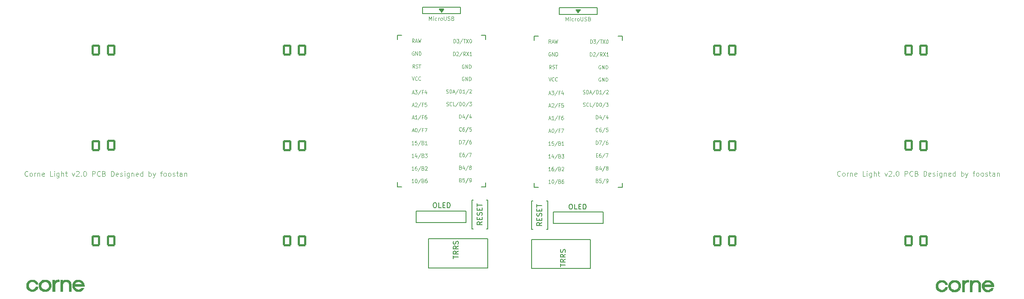
<source format=gbr>
%TF.GenerationSoftware,KiCad,Pcbnew,8.0.3*%
%TF.CreationDate,2024-08-02T01:13:42+01:00*%
%TF.ProjectId,corne-light,636f726e-652d-46c6-9967-68742e6b6963,2.0*%
%TF.SameCoordinates,Original*%
%TF.FileFunction,Legend,Top*%
%TF.FilePolarity,Positive*%
%FSLAX46Y46*%
G04 Gerber Fmt 4.6, Leading zero omitted, Abs format (unit mm)*
G04 Created by KiCad (PCBNEW 8.0.3) date 2024-08-02 01:13:42*
%MOMM*%
%LPD*%
G01*
G04 APERTURE LIST*
G04 Aperture macros list*
%AMRoundRect*
0 Rectangle with rounded corners*
0 $1 Rounding radius*
0 $2 $3 $4 $5 $6 $7 $8 $9 X,Y pos of 4 corners*
0 Add a 4 corners polygon primitive as box body*
4,1,4,$2,$3,$4,$5,$6,$7,$8,$9,$2,$3,0*
0 Add four circle primitives for the rounded corners*
1,1,$1+$1,$2,$3*
1,1,$1+$1,$4,$5*
1,1,$1+$1,$6,$7*
1,1,$1+$1,$8,$9*
0 Add four rect primitives between the rounded corners*
20,1,$1+$1,$2,$3,$4,$5,0*
20,1,$1+$1,$4,$5,$6,$7,0*
20,1,$1+$1,$6,$7,$8,$9,0*
20,1,$1+$1,$8,$9,$2,$3,0*%
G04 Aperture macros list end*
%ADD10C,0.125000*%
%ADD11C,0.150000*%
%ADD12C,0.120000*%
%ADD13C,0.010000*%
%ADD14C,4.700000*%
%ADD15O,1.700000X2.178000*%
%ADD16RoundRect,0.200000X0.650000X-0.889000X0.650000X0.889000X-0.650000X0.889000X-0.650000X-0.889000X0*%
%ADD17C,1.600000*%
%ADD18C,2.700000*%
%ADD19C,0.700000*%
G04 APERTURE END LIST*
D10*
X141329759Y22764620D02*
X141282140Y22717000D01*
X141282140Y22717000D02*
X141139283Y22669381D01*
X141139283Y22669381D02*
X141044045Y22669381D01*
X141044045Y22669381D02*
X140901188Y22717000D01*
X140901188Y22717000D02*
X140805950Y22812239D01*
X140805950Y22812239D02*
X140758331Y22907477D01*
X140758331Y22907477D02*
X140710712Y23097953D01*
X140710712Y23097953D02*
X140710712Y23240810D01*
X140710712Y23240810D02*
X140758331Y23431286D01*
X140758331Y23431286D02*
X140805950Y23526524D01*
X140805950Y23526524D02*
X140901188Y23621762D01*
X140901188Y23621762D02*
X141044045Y23669381D01*
X141044045Y23669381D02*
X141139283Y23669381D01*
X141139283Y23669381D02*
X141282140Y23621762D01*
X141282140Y23621762D02*
X141329759Y23574143D01*
X141901188Y22669381D02*
X141805950Y22717000D01*
X141805950Y22717000D02*
X141758331Y22764620D01*
X141758331Y22764620D02*
X141710712Y22859858D01*
X141710712Y22859858D02*
X141710712Y23145572D01*
X141710712Y23145572D02*
X141758331Y23240810D01*
X141758331Y23240810D02*
X141805950Y23288429D01*
X141805950Y23288429D02*
X141901188Y23336048D01*
X141901188Y23336048D02*
X142044045Y23336048D01*
X142044045Y23336048D02*
X142139283Y23288429D01*
X142139283Y23288429D02*
X142186902Y23240810D01*
X142186902Y23240810D02*
X142234521Y23145572D01*
X142234521Y23145572D02*
X142234521Y22859858D01*
X142234521Y22859858D02*
X142186902Y22764620D01*
X142186902Y22764620D02*
X142139283Y22717000D01*
X142139283Y22717000D02*
X142044045Y22669381D01*
X142044045Y22669381D02*
X141901188Y22669381D01*
X142663093Y22669381D02*
X142663093Y23336048D01*
X142663093Y23145572D02*
X142710712Y23240810D01*
X142710712Y23240810D02*
X142758331Y23288429D01*
X142758331Y23288429D02*
X142853569Y23336048D01*
X142853569Y23336048D02*
X142948807Y23336048D01*
X143282141Y23336048D02*
X143282141Y22669381D01*
X143282141Y23240810D02*
X143329760Y23288429D01*
X143329760Y23288429D02*
X143424998Y23336048D01*
X143424998Y23336048D02*
X143567855Y23336048D01*
X143567855Y23336048D02*
X143663093Y23288429D01*
X143663093Y23288429D02*
X143710712Y23193191D01*
X143710712Y23193191D02*
X143710712Y22669381D01*
X144567855Y22717000D02*
X144472617Y22669381D01*
X144472617Y22669381D02*
X144282141Y22669381D01*
X144282141Y22669381D02*
X144186903Y22717000D01*
X144186903Y22717000D02*
X144139284Y22812239D01*
X144139284Y22812239D02*
X144139284Y23193191D01*
X144139284Y23193191D02*
X144186903Y23288429D01*
X144186903Y23288429D02*
X144282141Y23336048D01*
X144282141Y23336048D02*
X144472617Y23336048D01*
X144472617Y23336048D02*
X144567855Y23288429D01*
X144567855Y23288429D02*
X144615474Y23193191D01*
X144615474Y23193191D02*
X144615474Y23097953D01*
X144615474Y23097953D02*
X144139284Y23002715D01*
X146282141Y22669381D02*
X145805951Y22669381D01*
X145805951Y22669381D02*
X145805951Y23669381D01*
X146615475Y22669381D02*
X146615475Y23336048D01*
X146615475Y23669381D02*
X146567856Y23621762D01*
X146567856Y23621762D02*
X146615475Y23574143D01*
X146615475Y23574143D02*
X146663094Y23621762D01*
X146663094Y23621762D02*
X146615475Y23669381D01*
X146615475Y23669381D02*
X146615475Y23574143D01*
X147520236Y23336048D02*
X147520236Y22526524D01*
X147520236Y22526524D02*
X147472617Y22431286D01*
X147472617Y22431286D02*
X147424998Y22383667D01*
X147424998Y22383667D02*
X147329760Y22336048D01*
X147329760Y22336048D02*
X147186903Y22336048D01*
X147186903Y22336048D02*
X147091665Y22383667D01*
X147520236Y22717000D02*
X147424998Y22669381D01*
X147424998Y22669381D02*
X147234522Y22669381D01*
X147234522Y22669381D02*
X147139284Y22717000D01*
X147139284Y22717000D02*
X147091665Y22764620D01*
X147091665Y22764620D02*
X147044046Y22859858D01*
X147044046Y22859858D02*
X147044046Y23145572D01*
X147044046Y23145572D02*
X147091665Y23240810D01*
X147091665Y23240810D02*
X147139284Y23288429D01*
X147139284Y23288429D02*
X147234522Y23336048D01*
X147234522Y23336048D02*
X147424998Y23336048D01*
X147424998Y23336048D02*
X147520236Y23288429D01*
X147996427Y22669381D02*
X147996427Y23669381D01*
X148424998Y22669381D02*
X148424998Y23193191D01*
X148424998Y23193191D02*
X148377379Y23288429D01*
X148377379Y23288429D02*
X148282141Y23336048D01*
X148282141Y23336048D02*
X148139284Y23336048D01*
X148139284Y23336048D02*
X148044046Y23288429D01*
X148044046Y23288429D02*
X147996427Y23240810D01*
X148758332Y23336048D02*
X149139284Y23336048D01*
X148901189Y23669381D02*
X148901189Y22812239D01*
X148901189Y22812239D02*
X148948808Y22717000D01*
X148948808Y22717000D02*
X149044046Y22669381D01*
X149044046Y22669381D02*
X149139284Y22669381D01*
X150139285Y23336048D02*
X150377380Y22669381D01*
X150377380Y22669381D02*
X150615475Y23336048D01*
X150948809Y23574143D02*
X150996428Y23621762D01*
X150996428Y23621762D02*
X151091666Y23669381D01*
X151091666Y23669381D02*
X151329761Y23669381D01*
X151329761Y23669381D02*
X151424999Y23621762D01*
X151424999Y23621762D02*
X151472618Y23574143D01*
X151472618Y23574143D02*
X151520237Y23478905D01*
X151520237Y23478905D02*
X151520237Y23383667D01*
X151520237Y23383667D02*
X151472618Y23240810D01*
X151472618Y23240810D02*
X150901190Y22669381D01*
X150901190Y22669381D02*
X151520237Y22669381D01*
X151948809Y22764620D02*
X151996428Y22717000D01*
X151996428Y22717000D02*
X151948809Y22669381D01*
X151948809Y22669381D02*
X151901190Y22717000D01*
X151901190Y22717000D02*
X151948809Y22764620D01*
X151948809Y22764620D02*
X151948809Y22669381D01*
X152615475Y23669381D02*
X152710713Y23669381D01*
X152710713Y23669381D02*
X152805951Y23621762D01*
X152805951Y23621762D02*
X152853570Y23574143D01*
X152853570Y23574143D02*
X152901189Y23478905D01*
X152901189Y23478905D02*
X152948808Y23288429D01*
X152948808Y23288429D02*
X152948808Y23050334D01*
X152948808Y23050334D02*
X152901189Y22859858D01*
X152901189Y22859858D02*
X152853570Y22764620D01*
X152853570Y22764620D02*
X152805951Y22717000D01*
X152805951Y22717000D02*
X152710713Y22669381D01*
X152710713Y22669381D02*
X152615475Y22669381D01*
X152615475Y22669381D02*
X152520237Y22717000D01*
X152520237Y22717000D02*
X152472618Y22764620D01*
X152472618Y22764620D02*
X152424999Y22859858D01*
X152424999Y22859858D02*
X152377380Y23050334D01*
X152377380Y23050334D02*
X152377380Y23288429D01*
X152377380Y23288429D02*
X152424999Y23478905D01*
X152424999Y23478905D02*
X152472618Y23574143D01*
X152472618Y23574143D02*
X152520237Y23621762D01*
X152520237Y23621762D02*
X152615475Y23669381D01*
X154139285Y22669381D02*
X154139285Y23669381D01*
X154139285Y23669381D02*
X154520237Y23669381D01*
X154520237Y23669381D02*
X154615475Y23621762D01*
X154615475Y23621762D02*
X154663094Y23574143D01*
X154663094Y23574143D02*
X154710713Y23478905D01*
X154710713Y23478905D02*
X154710713Y23336048D01*
X154710713Y23336048D02*
X154663094Y23240810D01*
X154663094Y23240810D02*
X154615475Y23193191D01*
X154615475Y23193191D02*
X154520237Y23145572D01*
X154520237Y23145572D02*
X154139285Y23145572D01*
X155710713Y22764620D02*
X155663094Y22717000D01*
X155663094Y22717000D02*
X155520237Y22669381D01*
X155520237Y22669381D02*
X155424999Y22669381D01*
X155424999Y22669381D02*
X155282142Y22717000D01*
X155282142Y22717000D02*
X155186904Y22812239D01*
X155186904Y22812239D02*
X155139285Y22907477D01*
X155139285Y22907477D02*
X155091666Y23097953D01*
X155091666Y23097953D02*
X155091666Y23240810D01*
X155091666Y23240810D02*
X155139285Y23431286D01*
X155139285Y23431286D02*
X155186904Y23526524D01*
X155186904Y23526524D02*
X155282142Y23621762D01*
X155282142Y23621762D02*
X155424999Y23669381D01*
X155424999Y23669381D02*
X155520237Y23669381D01*
X155520237Y23669381D02*
X155663094Y23621762D01*
X155663094Y23621762D02*
X155710713Y23574143D01*
X156472618Y23193191D02*
X156615475Y23145572D01*
X156615475Y23145572D02*
X156663094Y23097953D01*
X156663094Y23097953D02*
X156710713Y23002715D01*
X156710713Y23002715D02*
X156710713Y22859858D01*
X156710713Y22859858D02*
X156663094Y22764620D01*
X156663094Y22764620D02*
X156615475Y22717000D01*
X156615475Y22717000D02*
X156520237Y22669381D01*
X156520237Y22669381D02*
X156139285Y22669381D01*
X156139285Y22669381D02*
X156139285Y23669381D01*
X156139285Y23669381D02*
X156472618Y23669381D01*
X156472618Y23669381D02*
X156567856Y23621762D01*
X156567856Y23621762D02*
X156615475Y23574143D01*
X156615475Y23574143D02*
X156663094Y23478905D01*
X156663094Y23478905D02*
X156663094Y23383667D01*
X156663094Y23383667D02*
X156615475Y23288429D01*
X156615475Y23288429D02*
X156567856Y23240810D01*
X156567856Y23240810D02*
X156472618Y23193191D01*
X156472618Y23193191D02*
X156139285Y23193191D01*
X157901190Y22669381D02*
X157901190Y23669381D01*
X157901190Y23669381D02*
X158139285Y23669381D01*
X158139285Y23669381D02*
X158282142Y23621762D01*
X158282142Y23621762D02*
X158377380Y23526524D01*
X158377380Y23526524D02*
X158424999Y23431286D01*
X158424999Y23431286D02*
X158472618Y23240810D01*
X158472618Y23240810D02*
X158472618Y23097953D01*
X158472618Y23097953D02*
X158424999Y22907477D01*
X158424999Y22907477D02*
X158377380Y22812239D01*
X158377380Y22812239D02*
X158282142Y22717000D01*
X158282142Y22717000D02*
X158139285Y22669381D01*
X158139285Y22669381D02*
X157901190Y22669381D01*
X159282142Y22717000D02*
X159186904Y22669381D01*
X159186904Y22669381D02*
X158996428Y22669381D01*
X158996428Y22669381D02*
X158901190Y22717000D01*
X158901190Y22717000D02*
X158853571Y22812239D01*
X158853571Y22812239D02*
X158853571Y23193191D01*
X158853571Y23193191D02*
X158901190Y23288429D01*
X158901190Y23288429D02*
X158996428Y23336048D01*
X158996428Y23336048D02*
X159186904Y23336048D01*
X159186904Y23336048D02*
X159282142Y23288429D01*
X159282142Y23288429D02*
X159329761Y23193191D01*
X159329761Y23193191D02*
X159329761Y23097953D01*
X159329761Y23097953D02*
X158853571Y23002715D01*
X159710714Y22717000D02*
X159805952Y22669381D01*
X159805952Y22669381D02*
X159996428Y22669381D01*
X159996428Y22669381D02*
X160091666Y22717000D01*
X160091666Y22717000D02*
X160139285Y22812239D01*
X160139285Y22812239D02*
X160139285Y22859858D01*
X160139285Y22859858D02*
X160091666Y22955096D01*
X160091666Y22955096D02*
X159996428Y23002715D01*
X159996428Y23002715D02*
X159853571Y23002715D01*
X159853571Y23002715D02*
X159758333Y23050334D01*
X159758333Y23050334D02*
X159710714Y23145572D01*
X159710714Y23145572D02*
X159710714Y23193191D01*
X159710714Y23193191D02*
X159758333Y23288429D01*
X159758333Y23288429D02*
X159853571Y23336048D01*
X159853571Y23336048D02*
X159996428Y23336048D01*
X159996428Y23336048D02*
X160091666Y23288429D01*
X160567857Y22669381D02*
X160567857Y23336048D01*
X160567857Y23669381D02*
X160520238Y23621762D01*
X160520238Y23621762D02*
X160567857Y23574143D01*
X160567857Y23574143D02*
X160615476Y23621762D01*
X160615476Y23621762D02*
X160567857Y23669381D01*
X160567857Y23669381D02*
X160567857Y23574143D01*
X161472618Y23336048D02*
X161472618Y22526524D01*
X161472618Y22526524D02*
X161424999Y22431286D01*
X161424999Y22431286D02*
X161377380Y22383667D01*
X161377380Y22383667D02*
X161282142Y22336048D01*
X161282142Y22336048D02*
X161139285Y22336048D01*
X161139285Y22336048D02*
X161044047Y22383667D01*
X161472618Y22717000D02*
X161377380Y22669381D01*
X161377380Y22669381D02*
X161186904Y22669381D01*
X161186904Y22669381D02*
X161091666Y22717000D01*
X161091666Y22717000D02*
X161044047Y22764620D01*
X161044047Y22764620D02*
X160996428Y22859858D01*
X160996428Y22859858D02*
X160996428Y23145572D01*
X160996428Y23145572D02*
X161044047Y23240810D01*
X161044047Y23240810D02*
X161091666Y23288429D01*
X161091666Y23288429D02*
X161186904Y23336048D01*
X161186904Y23336048D02*
X161377380Y23336048D01*
X161377380Y23336048D02*
X161472618Y23288429D01*
X161948809Y23336048D02*
X161948809Y22669381D01*
X161948809Y23240810D02*
X161996428Y23288429D01*
X161996428Y23288429D02*
X162091666Y23336048D01*
X162091666Y23336048D02*
X162234523Y23336048D01*
X162234523Y23336048D02*
X162329761Y23288429D01*
X162329761Y23288429D02*
X162377380Y23193191D01*
X162377380Y23193191D02*
X162377380Y22669381D01*
X163234523Y22717000D02*
X163139285Y22669381D01*
X163139285Y22669381D02*
X162948809Y22669381D01*
X162948809Y22669381D02*
X162853571Y22717000D01*
X162853571Y22717000D02*
X162805952Y22812239D01*
X162805952Y22812239D02*
X162805952Y23193191D01*
X162805952Y23193191D02*
X162853571Y23288429D01*
X162853571Y23288429D02*
X162948809Y23336048D01*
X162948809Y23336048D02*
X163139285Y23336048D01*
X163139285Y23336048D02*
X163234523Y23288429D01*
X163234523Y23288429D02*
X163282142Y23193191D01*
X163282142Y23193191D02*
X163282142Y23097953D01*
X163282142Y23097953D02*
X162805952Y23002715D01*
X164139285Y22669381D02*
X164139285Y23669381D01*
X164139285Y22717000D02*
X164044047Y22669381D01*
X164044047Y22669381D02*
X163853571Y22669381D01*
X163853571Y22669381D02*
X163758333Y22717000D01*
X163758333Y22717000D02*
X163710714Y22764620D01*
X163710714Y22764620D02*
X163663095Y22859858D01*
X163663095Y22859858D02*
X163663095Y23145572D01*
X163663095Y23145572D02*
X163710714Y23240810D01*
X163710714Y23240810D02*
X163758333Y23288429D01*
X163758333Y23288429D02*
X163853571Y23336048D01*
X163853571Y23336048D02*
X164044047Y23336048D01*
X164044047Y23336048D02*
X164139285Y23288429D01*
X165377381Y22669381D02*
X165377381Y23669381D01*
X165377381Y23288429D02*
X165472619Y23336048D01*
X165472619Y23336048D02*
X165663095Y23336048D01*
X165663095Y23336048D02*
X165758333Y23288429D01*
X165758333Y23288429D02*
X165805952Y23240810D01*
X165805952Y23240810D02*
X165853571Y23145572D01*
X165853571Y23145572D02*
X165853571Y22859858D01*
X165853571Y22859858D02*
X165805952Y22764620D01*
X165805952Y22764620D02*
X165758333Y22717000D01*
X165758333Y22717000D02*
X165663095Y22669381D01*
X165663095Y22669381D02*
X165472619Y22669381D01*
X165472619Y22669381D02*
X165377381Y22717000D01*
X166186905Y23336048D02*
X166425000Y22669381D01*
X166663095Y23336048D02*
X166425000Y22669381D01*
X166425000Y22669381D02*
X166329762Y22431286D01*
X166329762Y22431286D02*
X166282143Y22383667D01*
X166282143Y22383667D02*
X166186905Y22336048D01*
X167663096Y23336048D02*
X168044048Y23336048D01*
X167805953Y22669381D02*
X167805953Y23526524D01*
X167805953Y23526524D02*
X167853572Y23621762D01*
X167853572Y23621762D02*
X167948810Y23669381D01*
X167948810Y23669381D02*
X168044048Y23669381D01*
X168520239Y22669381D02*
X168425001Y22717000D01*
X168425001Y22717000D02*
X168377382Y22764620D01*
X168377382Y22764620D02*
X168329763Y22859858D01*
X168329763Y22859858D02*
X168329763Y23145572D01*
X168329763Y23145572D02*
X168377382Y23240810D01*
X168377382Y23240810D02*
X168425001Y23288429D01*
X168425001Y23288429D02*
X168520239Y23336048D01*
X168520239Y23336048D02*
X168663096Y23336048D01*
X168663096Y23336048D02*
X168758334Y23288429D01*
X168758334Y23288429D02*
X168805953Y23240810D01*
X168805953Y23240810D02*
X168853572Y23145572D01*
X168853572Y23145572D02*
X168853572Y22859858D01*
X168853572Y22859858D02*
X168805953Y22764620D01*
X168805953Y22764620D02*
X168758334Y22717000D01*
X168758334Y22717000D02*
X168663096Y22669381D01*
X168663096Y22669381D02*
X168520239Y22669381D01*
X169425001Y22669381D02*
X169329763Y22717000D01*
X169329763Y22717000D02*
X169282144Y22764620D01*
X169282144Y22764620D02*
X169234525Y22859858D01*
X169234525Y22859858D02*
X169234525Y23145572D01*
X169234525Y23145572D02*
X169282144Y23240810D01*
X169282144Y23240810D02*
X169329763Y23288429D01*
X169329763Y23288429D02*
X169425001Y23336048D01*
X169425001Y23336048D02*
X169567858Y23336048D01*
X169567858Y23336048D02*
X169663096Y23288429D01*
X169663096Y23288429D02*
X169710715Y23240810D01*
X169710715Y23240810D02*
X169758334Y23145572D01*
X169758334Y23145572D02*
X169758334Y22859858D01*
X169758334Y22859858D02*
X169710715Y22764620D01*
X169710715Y22764620D02*
X169663096Y22717000D01*
X169663096Y22717000D02*
X169567858Y22669381D01*
X169567858Y22669381D02*
X169425001Y22669381D01*
X170139287Y22717000D02*
X170234525Y22669381D01*
X170234525Y22669381D02*
X170425001Y22669381D01*
X170425001Y22669381D02*
X170520239Y22717000D01*
X170520239Y22717000D02*
X170567858Y22812239D01*
X170567858Y22812239D02*
X170567858Y22859858D01*
X170567858Y22859858D02*
X170520239Y22955096D01*
X170520239Y22955096D02*
X170425001Y23002715D01*
X170425001Y23002715D02*
X170282144Y23002715D01*
X170282144Y23002715D02*
X170186906Y23050334D01*
X170186906Y23050334D02*
X170139287Y23145572D01*
X170139287Y23145572D02*
X170139287Y23193191D01*
X170139287Y23193191D02*
X170186906Y23288429D01*
X170186906Y23288429D02*
X170282144Y23336048D01*
X170282144Y23336048D02*
X170425001Y23336048D01*
X170425001Y23336048D02*
X170520239Y23288429D01*
X170853573Y23336048D02*
X171234525Y23336048D01*
X170996430Y23669381D02*
X170996430Y22812239D01*
X170996430Y22812239D02*
X171044049Y22717000D01*
X171044049Y22717000D02*
X171139287Y22669381D01*
X171139287Y22669381D02*
X171234525Y22669381D01*
X171996430Y22669381D02*
X171996430Y23193191D01*
X171996430Y23193191D02*
X171948811Y23288429D01*
X171948811Y23288429D02*
X171853573Y23336048D01*
X171853573Y23336048D02*
X171663097Y23336048D01*
X171663097Y23336048D02*
X171567859Y23288429D01*
X171996430Y22717000D02*
X171901192Y22669381D01*
X171901192Y22669381D02*
X171663097Y22669381D01*
X171663097Y22669381D02*
X171567859Y22717000D01*
X171567859Y22717000D02*
X171520240Y22812239D01*
X171520240Y22812239D02*
X171520240Y22907477D01*
X171520240Y22907477D02*
X171567859Y23002715D01*
X171567859Y23002715D02*
X171663097Y23050334D01*
X171663097Y23050334D02*
X171901192Y23050334D01*
X171901192Y23050334D02*
X171996430Y23097953D01*
X172472621Y23336048D02*
X172472621Y22669381D01*
X172472621Y23240810D02*
X172520240Y23288429D01*
X172520240Y23288429D02*
X172615478Y23336048D01*
X172615478Y23336048D02*
X172758335Y23336048D01*
X172758335Y23336048D02*
X172853573Y23288429D01*
X172853573Y23288429D02*
X172901192Y23193191D01*
X172901192Y23193191D02*
X172901192Y22669381D01*
X-20180241Y22724620D02*
X-20227860Y22677000D01*
X-20227860Y22677000D02*
X-20370717Y22629381D01*
X-20370717Y22629381D02*
X-20465955Y22629381D01*
X-20465955Y22629381D02*
X-20608812Y22677000D01*
X-20608812Y22677000D02*
X-20704050Y22772239D01*
X-20704050Y22772239D02*
X-20751669Y22867477D01*
X-20751669Y22867477D02*
X-20799288Y23057953D01*
X-20799288Y23057953D02*
X-20799288Y23200810D01*
X-20799288Y23200810D02*
X-20751669Y23391286D01*
X-20751669Y23391286D02*
X-20704050Y23486524D01*
X-20704050Y23486524D02*
X-20608812Y23581762D01*
X-20608812Y23581762D02*
X-20465955Y23629381D01*
X-20465955Y23629381D02*
X-20370717Y23629381D01*
X-20370717Y23629381D02*
X-20227860Y23581762D01*
X-20227860Y23581762D02*
X-20180241Y23534143D01*
X-19608812Y22629381D02*
X-19704050Y22677000D01*
X-19704050Y22677000D02*
X-19751669Y22724620D01*
X-19751669Y22724620D02*
X-19799288Y22819858D01*
X-19799288Y22819858D02*
X-19799288Y23105572D01*
X-19799288Y23105572D02*
X-19751669Y23200810D01*
X-19751669Y23200810D02*
X-19704050Y23248429D01*
X-19704050Y23248429D02*
X-19608812Y23296048D01*
X-19608812Y23296048D02*
X-19465955Y23296048D01*
X-19465955Y23296048D02*
X-19370717Y23248429D01*
X-19370717Y23248429D02*
X-19323098Y23200810D01*
X-19323098Y23200810D02*
X-19275479Y23105572D01*
X-19275479Y23105572D02*
X-19275479Y22819858D01*
X-19275479Y22819858D02*
X-19323098Y22724620D01*
X-19323098Y22724620D02*
X-19370717Y22677000D01*
X-19370717Y22677000D02*
X-19465955Y22629381D01*
X-19465955Y22629381D02*
X-19608812Y22629381D01*
X-18846907Y22629381D02*
X-18846907Y23296048D01*
X-18846907Y23105572D02*
X-18799288Y23200810D01*
X-18799288Y23200810D02*
X-18751669Y23248429D01*
X-18751669Y23248429D02*
X-18656431Y23296048D01*
X-18656431Y23296048D02*
X-18561193Y23296048D01*
X-18227859Y23296048D02*
X-18227859Y22629381D01*
X-18227859Y23200810D02*
X-18180240Y23248429D01*
X-18180240Y23248429D02*
X-18085002Y23296048D01*
X-18085002Y23296048D02*
X-17942145Y23296048D01*
X-17942145Y23296048D02*
X-17846907Y23248429D01*
X-17846907Y23248429D02*
X-17799288Y23153191D01*
X-17799288Y23153191D02*
X-17799288Y22629381D01*
X-16942145Y22677000D02*
X-17037383Y22629381D01*
X-17037383Y22629381D02*
X-17227859Y22629381D01*
X-17227859Y22629381D02*
X-17323097Y22677000D01*
X-17323097Y22677000D02*
X-17370716Y22772239D01*
X-17370716Y22772239D02*
X-17370716Y23153191D01*
X-17370716Y23153191D02*
X-17323097Y23248429D01*
X-17323097Y23248429D02*
X-17227859Y23296048D01*
X-17227859Y23296048D02*
X-17037383Y23296048D01*
X-17037383Y23296048D02*
X-16942145Y23248429D01*
X-16942145Y23248429D02*
X-16894526Y23153191D01*
X-16894526Y23153191D02*
X-16894526Y23057953D01*
X-16894526Y23057953D02*
X-17370716Y22962715D01*
X-15227859Y22629381D02*
X-15704049Y22629381D01*
X-15704049Y22629381D02*
X-15704049Y23629381D01*
X-14894525Y22629381D02*
X-14894525Y23296048D01*
X-14894525Y23629381D02*
X-14942144Y23581762D01*
X-14942144Y23581762D02*
X-14894525Y23534143D01*
X-14894525Y23534143D02*
X-14846906Y23581762D01*
X-14846906Y23581762D02*
X-14894525Y23629381D01*
X-14894525Y23629381D02*
X-14894525Y23534143D01*
X-13989764Y23296048D02*
X-13989764Y22486524D01*
X-13989764Y22486524D02*
X-14037383Y22391286D01*
X-14037383Y22391286D02*
X-14085002Y22343667D01*
X-14085002Y22343667D02*
X-14180240Y22296048D01*
X-14180240Y22296048D02*
X-14323097Y22296048D01*
X-14323097Y22296048D02*
X-14418335Y22343667D01*
X-13989764Y22677000D02*
X-14085002Y22629381D01*
X-14085002Y22629381D02*
X-14275478Y22629381D01*
X-14275478Y22629381D02*
X-14370716Y22677000D01*
X-14370716Y22677000D02*
X-14418335Y22724620D01*
X-14418335Y22724620D02*
X-14465954Y22819858D01*
X-14465954Y22819858D02*
X-14465954Y23105572D01*
X-14465954Y23105572D02*
X-14418335Y23200810D01*
X-14418335Y23200810D02*
X-14370716Y23248429D01*
X-14370716Y23248429D02*
X-14275478Y23296048D01*
X-14275478Y23296048D02*
X-14085002Y23296048D01*
X-14085002Y23296048D02*
X-13989764Y23248429D01*
X-13513573Y22629381D02*
X-13513573Y23629381D01*
X-13085002Y22629381D02*
X-13085002Y23153191D01*
X-13085002Y23153191D02*
X-13132621Y23248429D01*
X-13132621Y23248429D02*
X-13227859Y23296048D01*
X-13227859Y23296048D02*
X-13370716Y23296048D01*
X-13370716Y23296048D02*
X-13465954Y23248429D01*
X-13465954Y23248429D02*
X-13513573Y23200810D01*
X-12751668Y23296048D02*
X-12370716Y23296048D01*
X-12608811Y23629381D02*
X-12608811Y22772239D01*
X-12608811Y22772239D02*
X-12561192Y22677000D01*
X-12561192Y22677000D02*
X-12465954Y22629381D01*
X-12465954Y22629381D02*
X-12370716Y22629381D01*
X-11370715Y23296048D02*
X-11132620Y22629381D01*
X-11132620Y22629381D02*
X-10894525Y23296048D01*
X-10561191Y23534143D02*
X-10513572Y23581762D01*
X-10513572Y23581762D02*
X-10418334Y23629381D01*
X-10418334Y23629381D02*
X-10180239Y23629381D01*
X-10180239Y23629381D02*
X-10085001Y23581762D01*
X-10085001Y23581762D02*
X-10037382Y23534143D01*
X-10037382Y23534143D02*
X-9989763Y23438905D01*
X-9989763Y23438905D02*
X-9989763Y23343667D01*
X-9989763Y23343667D02*
X-10037382Y23200810D01*
X-10037382Y23200810D02*
X-10608810Y22629381D01*
X-10608810Y22629381D02*
X-9989763Y22629381D01*
X-9561191Y22724620D02*
X-9513572Y22677000D01*
X-9513572Y22677000D02*
X-9561191Y22629381D01*
X-9561191Y22629381D02*
X-9608810Y22677000D01*
X-9608810Y22677000D02*
X-9561191Y22724620D01*
X-9561191Y22724620D02*
X-9561191Y22629381D01*
X-8894525Y23629381D02*
X-8799287Y23629381D01*
X-8799287Y23629381D02*
X-8704049Y23581762D01*
X-8704049Y23581762D02*
X-8656430Y23534143D01*
X-8656430Y23534143D02*
X-8608811Y23438905D01*
X-8608811Y23438905D02*
X-8561192Y23248429D01*
X-8561192Y23248429D02*
X-8561192Y23010334D01*
X-8561192Y23010334D02*
X-8608811Y22819858D01*
X-8608811Y22819858D02*
X-8656430Y22724620D01*
X-8656430Y22724620D02*
X-8704049Y22677000D01*
X-8704049Y22677000D02*
X-8799287Y22629381D01*
X-8799287Y22629381D02*
X-8894525Y22629381D01*
X-8894525Y22629381D02*
X-8989763Y22677000D01*
X-8989763Y22677000D02*
X-9037382Y22724620D01*
X-9037382Y22724620D02*
X-9085001Y22819858D01*
X-9085001Y22819858D02*
X-9132620Y23010334D01*
X-9132620Y23010334D02*
X-9132620Y23248429D01*
X-9132620Y23248429D02*
X-9085001Y23438905D01*
X-9085001Y23438905D02*
X-9037382Y23534143D01*
X-9037382Y23534143D02*
X-8989763Y23581762D01*
X-8989763Y23581762D02*
X-8894525Y23629381D01*
X-7370715Y22629381D02*
X-7370715Y23629381D01*
X-7370715Y23629381D02*
X-6989763Y23629381D01*
X-6989763Y23629381D02*
X-6894525Y23581762D01*
X-6894525Y23581762D02*
X-6846906Y23534143D01*
X-6846906Y23534143D02*
X-6799287Y23438905D01*
X-6799287Y23438905D02*
X-6799287Y23296048D01*
X-6799287Y23296048D02*
X-6846906Y23200810D01*
X-6846906Y23200810D02*
X-6894525Y23153191D01*
X-6894525Y23153191D02*
X-6989763Y23105572D01*
X-6989763Y23105572D02*
X-7370715Y23105572D01*
X-5799287Y22724620D02*
X-5846906Y22677000D01*
X-5846906Y22677000D02*
X-5989763Y22629381D01*
X-5989763Y22629381D02*
X-6085001Y22629381D01*
X-6085001Y22629381D02*
X-6227858Y22677000D01*
X-6227858Y22677000D02*
X-6323096Y22772239D01*
X-6323096Y22772239D02*
X-6370715Y22867477D01*
X-6370715Y22867477D02*
X-6418334Y23057953D01*
X-6418334Y23057953D02*
X-6418334Y23200810D01*
X-6418334Y23200810D02*
X-6370715Y23391286D01*
X-6370715Y23391286D02*
X-6323096Y23486524D01*
X-6323096Y23486524D02*
X-6227858Y23581762D01*
X-6227858Y23581762D02*
X-6085001Y23629381D01*
X-6085001Y23629381D02*
X-5989763Y23629381D01*
X-5989763Y23629381D02*
X-5846906Y23581762D01*
X-5846906Y23581762D02*
X-5799287Y23534143D01*
X-5037382Y23153191D02*
X-4894525Y23105572D01*
X-4894525Y23105572D02*
X-4846906Y23057953D01*
X-4846906Y23057953D02*
X-4799287Y22962715D01*
X-4799287Y22962715D02*
X-4799287Y22819858D01*
X-4799287Y22819858D02*
X-4846906Y22724620D01*
X-4846906Y22724620D02*
X-4894525Y22677000D01*
X-4894525Y22677000D02*
X-4989763Y22629381D01*
X-4989763Y22629381D02*
X-5370715Y22629381D01*
X-5370715Y22629381D02*
X-5370715Y23629381D01*
X-5370715Y23629381D02*
X-5037382Y23629381D01*
X-5037382Y23629381D02*
X-4942144Y23581762D01*
X-4942144Y23581762D02*
X-4894525Y23534143D01*
X-4894525Y23534143D02*
X-4846906Y23438905D01*
X-4846906Y23438905D02*
X-4846906Y23343667D01*
X-4846906Y23343667D02*
X-4894525Y23248429D01*
X-4894525Y23248429D02*
X-4942144Y23200810D01*
X-4942144Y23200810D02*
X-5037382Y23153191D01*
X-5037382Y23153191D02*
X-5370715Y23153191D01*
X-3608810Y22629381D02*
X-3608810Y23629381D01*
X-3608810Y23629381D02*
X-3370715Y23629381D01*
X-3370715Y23629381D02*
X-3227858Y23581762D01*
X-3227858Y23581762D02*
X-3132620Y23486524D01*
X-3132620Y23486524D02*
X-3085001Y23391286D01*
X-3085001Y23391286D02*
X-3037382Y23200810D01*
X-3037382Y23200810D02*
X-3037382Y23057953D01*
X-3037382Y23057953D02*
X-3085001Y22867477D01*
X-3085001Y22867477D02*
X-3132620Y22772239D01*
X-3132620Y22772239D02*
X-3227858Y22677000D01*
X-3227858Y22677000D02*
X-3370715Y22629381D01*
X-3370715Y22629381D02*
X-3608810Y22629381D01*
X-2227858Y22677000D02*
X-2323096Y22629381D01*
X-2323096Y22629381D02*
X-2513572Y22629381D01*
X-2513572Y22629381D02*
X-2608810Y22677000D01*
X-2608810Y22677000D02*
X-2656429Y22772239D01*
X-2656429Y22772239D02*
X-2656429Y23153191D01*
X-2656429Y23153191D02*
X-2608810Y23248429D01*
X-2608810Y23248429D02*
X-2513572Y23296048D01*
X-2513572Y23296048D02*
X-2323096Y23296048D01*
X-2323096Y23296048D02*
X-2227858Y23248429D01*
X-2227858Y23248429D02*
X-2180239Y23153191D01*
X-2180239Y23153191D02*
X-2180239Y23057953D01*
X-2180239Y23057953D02*
X-2656429Y22962715D01*
X-1799286Y22677000D02*
X-1704048Y22629381D01*
X-1704048Y22629381D02*
X-1513572Y22629381D01*
X-1513572Y22629381D02*
X-1418334Y22677000D01*
X-1418334Y22677000D02*
X-1370715Y22772239D01*
X-1370715Y22772239D02*
X-1370715Y22819858D01*
X-1370715Y22819858D02*
X-1418334Y22915096D01*
X-1418334Y22915096D02*
X-1513572Y22962715D01*
X-1513572Y22962715D02*
X-1656429Y22962715D01*
X-1656429Y22962715D02*
X-1751667Y23010334D01*
X-1751667Y23010334D02*
X-1799286Y23105572D01*
X-1799286Y23105572D02*
X-1799286Y23153191D01*
X-1799286Y23153191D02*
X-1751667Y23248429D01*
X-1751667Y23248429D02*
X-1656429Y23296048D01*
X-1656429Y23296048D02*
X-1513572Y23296048D01*
X-1513572Y23296048D02*
X-1418334Y23248429D01*
X-942143Y22629381D02*
X-942143Y23296048D01*
X-942143Y23629381D02*
X-989762Y23581762D01*
X-989762Y23581762D02*
X-942143Y23534143D01*
X-942143Y23534143D02*
X-894524Y23581762D01*
X-894524Y23581762D02*
X-942143Y23629381D01*
X-942143Y23629381D02*
X-942143Y23534143D01*
X-37382Y23296048D02*
X-37382Y22486524D01*
X-37382Y22486524D02*
X-85001Y22391286D01*
X-85001Y22391286D02*
X-132620Y22343667D01*
X-132620Y22343667D02*
X-227858Y22296048D01*
X-227858Y22296048D02*
X-370715Y22296048D01*
X-370715Y22296048D02*
X-465953Y22343667D01*
X-37382Y22677000D02*
X-132620Y22629381D01*
X-132620Y22629381D02*
X-323096Y22629381D01*
X-323096Y22629381D02*
X-418334Y22677000D01*
X-418334Y22677000D02*
X-465953Y22724620D01*
X-465953Y22724620D02*
X-513572Y22819858D01*
X-513572Y22819858D02*
X-513572Y23105572D01*
X-513572Y23105572D02*
X-465953Y23200810D01*
X-465953Y23200810D02*
X-418334Y23248429D01*
X-418334Y23248429D02*
X-323096Y23296048D01*
X-323096Y23296048D02*
X-132620Y23296048D01*
X-132620Y23296048D02*
X-37382Y23248429D01*
X438809Y23296048D02*
X438809Y22629381D01*
X438809Y23200810D02*
X486428Y23248429D01*
X486428Y23248429D02*
X581666Y23296048D01*
X581666Y23296048D02*
X724523Y23296048D01*
X724523Y23296048D02*
X819761Y23248429D01*
X819761Y23248429D02*
X867380Y23153191D01*
X867380Y23153191D02*
X867380Y22629381D01*
X1724523Y22677000D02*
X1629285Y22629381D01*
X1629285Y22629381D02*
X1438809Y22629381D01*
X1438809Y22629381D02*
X1343571Y22677000D01*
X1343571Y22677000D02*
X1295952Y22772239D01*
X1295952Y22772239D02*
X1295952Y23153191D01*
X1295952Y23153191D02*
X1343571Y23248429D01*
X1343571Y23248429D02*
X1438809Y23296048D01*
X1438809Y23296048D02*
X1629285Y23296048D01*
X1629285Y23296048D02*
X1724523Y23248429D01*
X1724523Y23248429D02*
X1772142Y23153191D01*
X1772142Y23153191D02*
X1772142Y23057953D01*
X1772142Y23057953D02*
X1295952Y22962715D01*
X2629285Y22629381D02*
X2629285Y23629381D01*
X2629285Y22677000D02*
X2534047Y22629381D01*
X2534047Y22629381D02*
X2343571Y22629381D01*
X2343571Y22629381D02*
X2248333Y22677000D01*
X2248333Y22677000D02*
X2200714Y22724620D01*
X2200714Y22724620D02*
X2153095Y22819858D01*
X2153095Y22819858D02*
X2153095Y23105572D01*
X2153095Y23105572D02*
X2200714Y23200810D01*
X2200714Y23200810D02*
X2248333Y23248429D01*
X2248333Y23248429D02*
X2343571Y23296048D01*
X2343571Y23296048D02*
X2534047Y23296048D01*
X2534047Y23296048D02*
X2629285Y23248429D01*
X3867381Y22629381D02*
X3867381Y23629381D01*
X3867381Y23248429D02*
X3962619Y23296048D01*
X3962619Y23296048D02*
X4153095Y23296048D01*
X4153095Y23296048D02*
X4248333Y23248429D01*
X4248333Y23248429D02*
X4295952Y23200810D01*
X4295952Y23200810D02*
X4343571Y23105572D01*
X4343571Y23105572D02*
X4343571Y22819858D01*
X4343571Y22819858D02*
X4295952Y22724620D01*
X4295952Y22724620D02*
X4248333Y22677000D01*
X4248333Y22677000D02*
X4153095Y22629381D01*
X4153095Y22629381D02*
X3962619Y22629381D01*
X3962619Y22629381D02*
X3867381Y22677000D01*
X4676905Y23296048D02*
X4915000Y22629381D01*
X5153095Y23296048D02*
X4915000Y22629381D01*
X4915000Y22629381D02*
X4819762Y22391286D01*
X4819762Y22391286D02*
X4772143Y22343667D01*
X4772143Y22343667D02*
X4676905Y22296048D01*
X6153096Y23296048D02*
X6534048Y23296048D01*
X6295953Y22629381D02*
X6295953Y23486524D01*
X6295953Y23486524D02*
X6343572Y23581762D01*
X6343572Y23581762D02*
X6438810Y23629381D01*
X6438810Y23629381D02*
X6534048Y23629381D01*
X7010239Y22629381D02*
X6915001Y22677000D01*
X6915001Y22677000D02*
X6867382Y22724620D01*
X6867382Y22724620D02*
X6819763Y22819858D01*
X6819763Y22819858D02*
X6819763Y23105572D01*
X6819763Y23105572D02*
X6867382Y23200810D01*
X6867382Y23200810D02*
X6915001Y23248429D01*
X6915001Y23248429D02*
X7010239Y23296048D01*
X7010239Y23296048D02*
X7153096Y23296048D01*
X7153096Y23296048D02*
X7248334Y23248429D01*
X7248334Y23248429D02*
X7295953Y23200810D01*
X7295953Y23200810D02*
X7343572Y23105572D01*
X7343572Y23105572D02*
X7343572Y22819858D01*
X7343572Y22819858D02*
X7295953Y22724620D01*
X7295953Y22724620D02*
X7248334Y22677000D01*
X7248334Y22677000D02*
X7153096Y22629381D01*
X7153096Y22629381D02*
X7010239Y22629381D01*
X7915001Y22629381D02*
X7819763Y22677000D01*
X7819763Y22677000D02*
X7772144Y22724620D01*
X7772144Y22724620D02*
X7724525Y22819858D01*
X7724525Y22819858D02*
X7724525Y23105572D01*
X7724525Y23105572D02*
X7772144Y23200810D01*
X7772144Y23200810D02*
X7819763Y23248429D01*
X7819763Y23248429D02*
X7915001Y23296048D01*
X7915001Y23296048D02*
X8057858Y23296048D01*
X8057858Y23296048D02*
X8153096Y23248429D01*
X8153096Y23248429D02*
X8200715Y23200810D01*
X8200715Y23200810D02*
X8248334Y23105572D01*
X8248334Y23105572D02*
X8248334Y22819858D01*
X8248334Y22819858D02*
X8200715Y22724620D01*
X8200715Y22724620D02*
X8153096Y22677000D01*
X8153096Y22677000D02*
X8057858Y22629381D01*
X8057858Y22629381D02*
X7915001Y22629381D01*
X8629287Y22677000D02*
X8724525Y22629381D01*
X8724525Y22629381D02*
X8915001Y22629381D01*
X8915001Y22629381D02*
X9010239Y22677000D01*
X9010239Y22677000D02*
X9057858Y22772239D01*
X9057858Y22772239D02*
X9057858Y22819858D01*
X9057858Y22819858D02*
X9010239Y22915096D01*
X9010239Y22915096D02*
X8915001Y22962715D01*
X8915001Y22962715D02*
X8772144Y22962715D01*
X8772144Y22962715D02*
X8676906Y23010334D01*
X8676906Y23010334D02*
X8629287Y23105572D01*
X8629287Y23105572D02*
X8629287Y23153191D01*
X8629287Y23153191D02*
X8676906Y23248429D01*
X8676906Y23248429D02*
X8772144Y23296048D01*
X8772144Y23296048D02*
X8915001Y23296048D01*
X8915001Y23296048D02*
X9010239Y23248429D01*
X9343573Y23296048D02*
X9724525Y23296048D01*
X9486430Y23629381D02*
X9486430Y22772239D01*
X9486430Y22772239D02*
X9534049Y22677000D01*
X9534049Y22677000D02*
X9629287Y22629381D01*
X9629287Y22629381D02*
X9724525Y22629381D01*
X10486430Y22629381D02*
X10486430Y23153191D01*
X10486430Y23153191D02*
X10438811Y23248429D01*
X10438811Y23248429D02*
X10343573Y23296048D01*
X10343573Y23296048D02*
X10153097Y23296048D01*
X10153097Y23296048D02*
X10057859Y23248429D01*
X10486430Y22677000D02*
X10391192Y22629381D01*
X10391192Y22629381D02*
X10153097Y22629381D01*
X10153097Y22629381D02*
X10057859Y22677000D01*
X10057859Y22677000D02*
X10010240Y22772239D01*
X10010240Y22772239D02*
X10010240Y22867477D01*
X10010240Y22867477D02*
X10057859Y22962715D01*
X10057859Y22962715D02*
X10153097Y23010334D01*
X10153097Y23010334D02*
X10391192Y23010334D01*
X10391192Y23010334D02*
X10486430Y23057953D01*
X10962621Y23296048D02*
X10962621Y22629381D01*
X10962621Y23200810D02*
X11010240Y23248429D01*
X11010240Y23248429D02*
X11105478Y23296048D01*
X11105478Y23296048D02*
X11248335Y23296048D01*
X11248335Y23296048D02*
X11343573Y23248429D01*
X11343573Y23248429D02*
X11391192Y23153191D01*
X11391192Y23153191D02*
X11391192Y22629381D01*
D11*
X87655619Y17070681D02*
X87846095Y17070681D01*
X87846095Y17070681D02*
X87941333Y17023062D01*
X87941333Y17023062D02*
X88036571Y16927824D01*
X88036571Y16927824D02*
X88084190Y16737348D01*
X88084190Y16737348D02*
X88084190Y16404015D01*
X88084190Y16404015D02*
X88036571Y16213539D01*
X88036571Y16213539D02*
X87941333Y16118300D01*
X87941333Y16118300D02*
X87846095Y16070681D01*
X87846095Y16070681D02*
X87655619Y16070681D01*
X87655619Y16070681D02*
X87560381Y16118300D01*
X87560381Y16118300D02*
X87465143Y16213539D01*
X87465143Y16213539D02*
X87417524Y16404015D01*
X87417524Y16404015D02*
X87417524Y16737348D01*
X87417524Y16737348D02*
X87465143Y16927824D01*
X87465143Y16927824D02*
X87560381Y17023062D01*
X87560381Y17023062D02*
X87655619Y17070681D01*
X88988952Y16070681D02*
X88512762Y16070681D01*
X88512762Y16070681D02*
X88512762Y17070681D01*
X89322286Y16594491D02*
X89655619Y16594491D01*
X89798476Y16070681D02*
X89322286Y16070681D01*
X89322286Y16070681D02*
X89322286Y17070681D01*
X89322286Y17070681D02*
X89798476Y17070681D01*
X90227048Y16070681D02*
X90227048Y17070681D01*
X90227048Y17070681D02*
X90465143Y17070681D01*
X90465143Y17070681D02*
X90608000Y17023062D01*
X90608000Y17023062D02*
X90703238Y16927824D01*
X90703238Y16927824D02*
X90750857Y16832586D01*
X90750857Y16832586D02*
X90798476Y16642110D01*
X90798476Y16642110D02*
X90798476Y16499253D01*
X90798476Y16499253D02*
X90750857Y16308777D01*
X90750857Y16308777D02*
X90703238Y16213539D01*
X90703238Y16213539D02*
X90608000Y16118300D01*
X90608000Y16118300D02*
X90465143Y16070681D01*
X90465143Y16070681D02*
X90227048Y16070681D01*
X60642619Y17346681D02*
X60833095Y17346681D01*
X60833095Y17346681D02*
X60928333Y17299062D01*
X60928333Y17299062D02*
X61023571Y17203824D01*
X61023571Y17203824D02*
X61071190Y17013348D01*
X61071190Y17013348D02*
X61071190Y16680015D01*
X61071190Y16680015D02*
X61023571Y16489539D01*
X61023571Y16489539D02*
X60928333Y16394300D01*
X60928333Y16394300D02*
X60833095Y16346681D01*
X60833095Y16346681D02*
X60642619Y16346681D01*
X60642619Y16346681D02*
X60547381Y16394300D01*
X60547381Y16394300D02*
X60452143Y16489539D01*
X60452143Y16489539D02*
X60404524Y16680015D01*
X60404524Y16680015D02*
X60404524Y17013348D01*
X60404524Y17013348D02*
X60452143Y17203824D01*
X60452143Y17203824D02*
X60547381Y17299062D01*
X60547381Y17299062D02*
X60642619Y17346681D01*
X61975952Y16346681D02*
X61499762Y16346681D01*
X61499762Y16346681D02*
X61499762Y17346681D01*
X62309286Y16870491D02*
X62642619Y16870491D01*
X62785476Y16346681D02*
X62309286Y16346681D01*
X62309286Y16346681D02*
X62309286Y17346681D01*
X62309286Y17346681D02*
X62785476Y17346681D01*
X63214048Y16346681D02*
X63214048Y17346681D01*
X63214048Y17346681D02*
X63452143Y17346681D01*
X63452143Y17346681D02*
X63595000Y17299062D01*
X63595000Y17299062D02*
X63690238Y17203824D01*
X63690238Y17203824D02*
X63737857Y17108586D01*
X63737857Y17108586D02*
X63785476Y16918110D01*
X63785476Y16918110D02*
X63785476Y16775253D01*
X63785476Y16775253D02*
X63737857Y16584777D01*
X63737857Y16584777D02*
X63690238Y16489539D01*
X63690238Y16489539D02*
X63595000Y16394300D01*
X63595000Y16394300D02*
X63452143Y16346681D01*
X63452143Y16346681D02*
X63214048Y16346681D01*
X85673166Y4608164D02*
X85673166Y5179592D01*
X86673166Y4893878D02*
X85673166Y4893878D01*
X86673166Y6084354D02*
X86196975Y5751021D01*
X86673166Y5512926D02*
X85673166Y5512926D01*
X85673166Y5512926D02*
X85673166Y5893878D01*
X85673166Y5893878D02*
X85720785Y5989116D01*
X85720785Y5989116D02*
X85768404Y6036735D01*
X85768404Y6036735D02*
X85863642Y6084354D01*
X85863642Y6084354D02*
X86006499Y6084354D01*
X86006499Y6084354D02*
X86101737Y6036735D01*
X86101737Y6036735D02*
X86149356Y5989116D01*
X86149356Y5989116D02*
X86196975Y5893878D01*
X86196975Y5893878D02*
X86196975Y5512926D01*
X86673166Y7084354D02*
X86196975Y6751021D01*
X86673166Y6512926D02*
X85673166Y6512926D01*
X85673166Y6512926D02*
X85673166Y6893878D01*
X85673166Y6893878D02*
X85720785Y6989116D01*
X85720785Y6989116D02*
X85768404Y7036735D01*
X85768404Y7036735D02*
X85863642Y7084354D01*
X85863642Y7084354D02*
X86006499Y7084354D01*
X86006499Y7084354D02*
X86101737Y7036735D01*
X86101737Y7036735D02*
X86149356Y6989116D01*
X86149356Y6989116D02*
X86196975Y6893878D01*
X86196975Y6893878D02*
X86196975Y6512926D01*
X86625547Y7465307D02*
X86673166Y7608164D01*
X86673166Y7608164D02*
X86673166Y7846259D01*
X86673166Y7846259D02*
X86625547Y7941497D01*
X86625547Y7941497D02*
X86577927Y7989116D01*
X86577927Y7989116D02*
X86482689Y8036735D01*
X86482689Y8036735D02*
X86387451Y8036735D01*
X86387451Y8036735D02*
X86292213Y7989116D01*
X86292213Y7989116D02*
X86244594Y7941497D01*
X86244594Y7941497D02*
X86196975Y7846259D01*
X86196975Y7846259D02*
X86149356Y7655783D01*
X86149356Y7655783D02*
X86101737Y7560545D01*
X86101737Y7560545D02*
X86054118Y7512926D01*
X86054118Y7512926D02*
X85958880Y7465307D01*
X85958880Y7465307D02*
X85863642Y7465307D01*
X85863642Y7465307D02*
X85768404Y7512926D01*
X85768404Y7512926D02*
X85720785Y7560545D01*
X85720785Y7560545D02*
X85673166Y7655783D01*
X85673166Y7655783D02*
X85673166Y7893878D01*
X85673166Y7893878D02*
X85720785Y8036735D01*
X64379819Y6241596D02*
X64379819Y6813024D01*
X65379819Y6527310D02*
X64379819Y6527310D01*
X65379819Y7717786D02*
X64903628Y7384453D01*
X65379819Y7146358D02*
X64379819Y7146358D01*
X64379819Y7146358D02*
X64379819Y7527310D01*
X64379819Y7527310D02*
X64427438Y7622548D01*
X64427438Y7622548D02*
X64475057Y7670167D01*
X64475057Y7670167D02*
X64570295Y7717786D01*
X64570295Y7717786D02*
X64713152Y7717786D01*
X64713152Y7717786D02*
X64808390Y7670167D01*
X64808390Y7670167D02*
X64856009Y7622548D01*
X64856009Y7622548D02*
X64903628Y7527310D01*
X64903628Y7527310D02*
X64903628Y7146358D01*
X65379819Y8717786D02*
X64903628Y8384453D01*
X65379819Y8146358D02*
X64379819Y8146358D01*
X64379819Y8146358D02*
X64379819Y8527310D01*
X64379819Y8527310D02*
X64427438Y8622548D01*
X64427438Y8622548D02*
X64475057Y8670167D01*
X64475057Y8670167D02*
X64570295Y8717786D01*
X64570295Y8717786D02*
X64713152Y8717786D01*
X64713152Y8717786D02*
X64808390Y8670167D01*
X64808390Y8670167D02*
X64856009Y8622548D01*
X64856009Y8622548D02*
X64903628Y8527310D01*
X64903628Y8527310D02*
X64903628Y8146358D01*
X65332200Y9098739D02*
X65379819Y9241596D01*
X65379819Y9241596D02*
X65379819Y9479691D01*
X65379819Y9479691D02*
X65332200Y9574929D01*
X65332200Y9574929D02*
X65284580Y9622548D01*
X65284580Y9622548D02*
X65189342Y9670167D01*
X65189342Y9670167D02*
X65094104Y9670167D01*
X65094104Y9670167D02*
X64998866Y9622548D01*
X64998866Y9622548D02*
X64951247Y9574929D01*
X64951247Y9574929D02*
X64903628Y9479691D01*
X64903628Y9479691D02*
X64856009Y9289215D01*
X64856009Y9289215D02*
X64808390Y9193977D01*
X64808390Y9193977D02*
X64760771Y9146358D01*
X64760771Y9146358D02*
X64665533Y9098739D01*
X64665533Y9098739D02*
X64570295Y9098739D01*
X64570295Y9098739D02*
X64475057Y9146358D01*
X64475057Y9146358D02*
X64427438Y9193977D01*
X64427438Y9193977D02*
X64379819Y9289215D01*
X64379819Y9289215D02*
X64379819Y9527310D01*
X64379819Y9527310D02*
X64427438Y9670167D01*
X81990166Y13415687D02*
X81513975Y13082354D01*
X81990166Y12844259D02*
X80990166Y12844259D01*
X80990166Y12844259D02*
X80990166Y13225211D01*
X80990166Y13225211D02*
X81037785Y13320449D01*
X81037785Y13320449D02*
X81085404Y13368068D01*
X81085404Y13368068D02*
X81180642Y13415687D01*
X81180642Y13415687D02*
X81323499Y13415687D01*
X81323499Y13415687D02*
X81418737Y13368068D01*
X81418737Y13368068D02*
X81466356Y13320449D01*
X81466356Y13320449D02*
X81513975Y13225211D01*
X81513975Y13225211D02*
X81513975Y12844259D01*
X81466356Y13844259D02*
X81466356Y14177592D01*
X81990166Y14320449D02*
X81990166Y13844259D01*
X81990166Y13844259D02*
X80990166Y13844259D01*
X80990166Y13844259D02*
X80990166Y14320449D01*
X81942547Y14701402D02*
X81990166Y14844259D01*
X81990166Y14844259D02*
X81990166Y15082354D01*
X81990166Y15082354D02*
X81942547Y15177592D01*
X81942547Y15177592D02*
X81894927Y15225211D01*
X81894927Y15225211D02*
X81799689Y15272830D01*
X81799689Y15272830D02*
X81704451Y15272830D01*
X81704451Y15272830D02*
X81609213Y15225211D01*
X81609213Y15225211D02*
X81561594Y15177592D01*
X81561594Y15177592D02*
X81513975Y15082354D01*
X81513975Y15082354D02*
X81466356Y14891878D01*
X81466356Y14891878D02*
X81418737Y14796640D01*
X81418737Y14796640D02*
X81371118Y14749021D01*
X81371118Y14749021D02*
X81275880Y14701402D01*
X81275880Y14701402D02*
X81180642Y14701402D01*
X81180642Y14701402D02*
X81085404Y14749021D01*
X81085404Y14749021D02*
X81037785Y14796640D01*
X81037785Y14796640D02*
X80990166Y14891878D01*
X80990166Y14891878D02*
X80990166Y15129973D01*
X80990166Y15129973D02*
X81037785Y15272830D01*
X81466356Y15701402D02*
X81466356Y16034735D01*
X81990166Y16177592D02*
X81990166Y15701402D01*
X81990166Y15701402D02*
X80990166Y15701402D01*
X80990166Y15701402D02*
X80990166Y16177592D01*
X80990166Y16463307D02*
X80990166Y17034735D01*
X81990166Y16749021D02*
X80990166Y16749021D01*
X70119819Y13562119D02*
X69643628Y13228786D01*
X70119819Y12990691D02*
X69119819Y12990691D01*
X69119819Y12990691D02*
X69119819Y13371643D01*
X69119819Y13371643D02*
X69167438Y13466881D01*
X69167438Y13466881D02*
X69215057Y13514500D01*
X69215057Y13514500D02*
X69310295Y13562119D01*
X69310295Y13562119D02*
X69453152Y13562119D01*
X69453152Y13562119D02*
X69548390Y13514500D01*
X69548390Y13514500D02*
X69596009Y13466881D01*
X69596009Y13466881D02*
X69643628Y13371643D01*
X69643628Y13371643D02*
X69643628Y12990691D01*
X69596009Y13990691D02*
X69596009Y14324024D01*
X70119819Y14466881D02*
X70119819Y13990691D01*
X70119819Y13990691D02*
X69119819Y13990691D01*
X69119819Y13990691D02*
X69119819Y14466881D01*
X70072200Y14847834D02*
X70119819Y14990691D01*
X70119819Y14990691D02*
X70119819Y15228786D01*
X70119819Y15228786D02*
X70072200Y15324024D01*
X70072200Y15324024D02*
X70024580Y15371643D01*
X70024580Y15371643D02*
X69929342Y15419262D01*
X69929342Y15419262D02*
X69834104Y15419262D01*
X69834104Y15419262D02*
X69738866Y15371643D01*
X69738866Y15371643D02*
X69691247Y15324024D01*
X69691247Y15324024D02*
X69643628Y15228786D01*
X69643628Y15228786D02*
X69596009Y15038310D01*
X69596009Y15038310D02*
X69548390Y14943072D01*
X69548390Y14943072D02*
X69500771Y14895453D01*
X69500771Y14895453D02*
X69405533Y14847834D01*
X69405533Y14847834D02*
X69310295Y14847834D01*
X69310295Y14847834D02*
X69215057Y14895453D01*
X69215057Y14895453D02*
X69167438Y14943072D01*
X69167438Y14943072D02*
X69119819Y15038310D01*
X69119819Y15038310D02*
X69119819Y15276405D01*
X69119819Y15276405D02*
X69167438Y15419262D01*
X69596009Y15847834D02*
X69596009Y16181167D01*
X70119819Y16324024D02*
X70119819Y15847834D01*
X70119819Y15847834D02*
X69119819Y15847834D01*
X69119819Y15847834D02*
X69119819Y16324024D01*
X69119819Y16609739D02*
X69119819Y17181167D01*
X70119819Y16895453D02*
X69119819Y16895453D01*
D10*
X83765727Y49158604D02*
X83542394Y49515747D01*
X83382870Y49158604D02*
X83382870Y49908604D01*
X83382870Y49908604D02*
X83638108Y49908604D01*
X83638108Y49908604D02*
X83701918Y49872890D01*
X83701918Y49872890D02*
X83733823Y49837176D01*
X83733823Y49837176D02*
X83765727Y49765747D01*
X83765727Y49765747D02*
X83765727Y49658604D01*
X83765727Y49658604D02*
X83733823Y49587176D01*
X83733823Y49587176D02*
X83701918Y49551461D01*
X83701918Y49551461D02*
X83638108Y49515747D01*
X83638108Y49515747D02*
X83382870Y49515747D01*
X84020966Y49372890D02*
X84340013Y49372890D01*
X83957156Y49158604D02*
X84180489Y49908604D01*
X84180489Y49908604D02*
X84403823Y49158604D01*
X84563347Y49908604D02*
X84722871Y49158604D01*
X84722871Y49158604D02*
X84850490Y49694318D01*
X84850490Y49694318D02*
X84978109Y49158604D01*
X84978109Y49158604D02*
X85137633Y49908604D01*
X83717871Y47322890D02*
X83654061Y47358604D01*
X83654061Y47358604D02*
X83558347Y47358604D01*
X83558347Y47358604D02*
X83462633Y47322890D01*
X83462633Y47322890D02*
X83398823Y47251461D01*
X83398823Y47251461D02*
X83366918Y47180033D01*
X83366918Y47180033D02*
X83335014Y47037176D01*
X83335014Y47037176D02*
X83335014Y46930033D01*
X83335014Y46930033D02*
X83366918Y46787176D01*
X83366918Y46787176D02*
X83398823Y46715747D01*
X83398823Y46715747D02*
X83462633Y46644318D01*
X83462633Y46644318D02*
X83558347Y46608604D01*
X83558347Y46608604D02*
X83622156Y46608604D01*
X83622156Y46608604D02*
X83717871Y46644318D01*
X83717871Y46644318D02*
X83749775Y46680033D01*
X83749775Y46680033D02*
X83749775Y46930033D01*
X83749775Y46930033D02*
X83622156Y46930033D01*
X84036918Y46608604D02*
X84036918Y47358604D01*
X84036918Y47358604D02*
X84419775Y46608604D01*
X84419775Y46608604D02*
X84419775Y47358604D01*
X84738823Y46608604D02*
X84738823Y47358604D01*
X84738823Y47358604D02*
X84898347Y47358604D01*
X84898347Y47358604D02*
X84994061Y47322890D01*
X84994061Y47322890D02*
X85057871Y47251461D01*
X85057871Y47251461D02*
X85089776Y47180033D01*
X85089776Y47180033D02*
X85121680Y47037176D01*
X85121680Y47037176D02*
X85121680Y46930033D01*
X85121680Y46930033D02*
X85089776Y46787176D01*
X85089776Y46787176D02*
X85057871Y46715747D01*
X85057871Y46715747D02*
X84994061Y46644318D01*
X84994061Y46644318D02*
X84898347Y46608604D01*
X84898347Y46608604D02*
X84738823Y46608604D01*
X83861442Y44058604D02*
X83638109Y44415747D01*
X83478585Y44058604D02*
X83478585Y44808604D01*
X83478585Y44808604D02*
X83733823Y44808604D01*
X83733823Y44808604D02*
X83797633Y44772890D01*
X83797633Y44772890D02*
X83829538Y44737176D01*
X83829538Y44737176D02*
X83861442Y44665747D01*
X83861442Y44665747D02*
X83861442Y44558604D01*
X83861442Y44558604D02*
X83829538Y44487176D01*
X83829538Y44487176D02*
X83797633Y44451461D01*
X83797633Y44451461D02*
X83733823Y44415747D01*
X83733823Y44415747D02*
X83478585Y44415747D01*
X84116681Y44094318D02*
X84212395Y44058604D01*
X84212395Y44058604D02*
X84371919Y44058604D01*
X84371919Y44058604D02*
X84435728Y44094318D01*
X84435728Y44094318D02*
X84467633Y44130033D01*
X84467633Y44130033D02*
X84499538Y44201461D01*
X84499538Y44201461D02*
X84499538Y44272890D01*
X84499538Y44272890D02*
X84467633Y44344318D01*
X84467633Y44344318D02*
X84435728Y44380033D01*
X84435728Y44380033D02*
X84371919Y44415747D01*
X84371919Y44415747D02*
X84244300Y44451461D01*
X84244300Y44451461D02*
X84180490Y44487176D01*
X84180490Y44487176D02*
X84148585Y44522890D01*
X84148585Y44522890D02*
X84116681Y44594318D01*
X84116681Y44594318D02*
X84116681Y44665747D01*
X84116681Y44665747D02*
X84148585Y44737176D01*
X84148585Y44737176D02*
X84180490Y44772890D01*
X84180490Y44772890D02*
X84244300Y44808604D01*
X84244300Y44808604D02*
X84403823Y44808604D01*
X84403823Y44808604D02*
X84499538Y44772890D01*
X84690966Y44808604D02*
X85073823Y44808604D01*
X84882395Y44058604D02*
X84882395Y44808604D01*
X83335013Y42358604D02*
X83558346Y41608604D01*
X83558346Y41608604D02*
X83781680Y42358604D01*
X84387870Y41680033D02*
X84355966Y41644318D01*
X84355966Y41644318D02*
X84260251Y41608604D01*
X84260251Y41608604D02*
X84196442Y41608604D01*
X84196442Y41608604D02*
X84100728Y41644318D01*
X84100728Y41644318D02*
X84036918Y41715747D01*
X84036918Y41715747D02*
X84005013Y41787176D01*
X84005013Y41787176D02*
X83973109Y41930033D01*
X83973109Y41930033D02*
X83973109Y42037176D01*
X83973109Y42037176D02*
X84005013Y42180033D01*
X84005013Y42180033D02*
X84036918Y42251461D01*
X84036918Y42251461D02*
X84100728Y42322890D01*
X84100728Y42322890D02*
X84196442Y42358604D01*
X84196442Y42358604D02*
X84260251Y42358604D01*
X84260251Y42358604D02*
X84355966Y42322890D01*
X84355966Y42322890D02*
X84387870Y42287176D01*
X85057870Y41680033D02*
X85025966Y41644318D01*
X85025966Y41644318D02*
X84930251Y41608604D01*
X84930251Y41608604D02*
X84866442Y41608604D01*
X84866442Y41608604D02*
X84770728Y41644318D01*
X84770728Y41644318D02*
X84706918Y41715747D01*
X84706918Y41715747D02*
X84675013Y41787176D01*
X84675013Y41787176D02*
X84643109Y41930033D01*
X84643109Y41930033D02*
X84643109Y42037176D01*
X84643109Y42037176D02*
X84675013Y42180033D01*
X84675013Y42180033D02*
X84706918Y42251461D01*
X84706918Y42251461D02*
X84770728Y42322890D01*
X84770728Y42322890D02*
X84866442Y42358604D01*
X84866442Y42358604D02*
X84930251Y42358604D01*
X84930251Y42358604D02*
X85025966Y42322890D01*
X85025966Y42322890D02*
X85057870Y42287176D01*
X83392633Y39122890D02*
X83711680Y39122890D01*
X83328823Y38908604D02*
X83552156Y39658604D01*
X83552156Y39658604D02*
X83775490Y38908604D01*
X83935014Y39658604D02*
X84349776Y39658604D01*
X84349776Y39658604D02*
X84126442Y39372890D01*
X84126442Y39372890D02*
X84222157Y39372890D01*
X84222157Y39372890D02*
X84285966Y39337176D01*
X84285966Y39337176D02*
X84317871Y39301461D01*
X84317871Y39301461D02*
X84349776Y39230033D01*
X84349776Y39230033D02*
X84349776Y39051461D01*
X84349776Y39051461D02*
X84317871Y38980033D01*
X84317871Y38980033D02*
X84285966Y38944318D01*
X84285966Y38944318D02*
X84222157Y38908604D01*
X84222157Y38908604D02*
X84030728Y38908604D01*
X84030728Y38908604D02*
X83966919Y38944318D01*
X83966919Y38944318D02*
X83935014Y38980033D01*
X85115490Y39694318D02*
X84541204Y38730033D01*
X85562157Y39301461D02*
X85338823Y39301461D01*
X85338823Y38908604D02*
X85338823Y39658604D01*
X85338823Y39658604D02*
X85657871Y39658604D01*
X86200252Y39408604D02*
X86200252Y38908604D01*
X86040728Y39694318D02*
X85881205Y39158604D01*
X85881205Y39158604D02*
X86295966Y39158604D01*
X83392633Y36622890D02*
X83711680Y36622890D01*
X83328823Y36408604D02*
X83552156Y37158604D01*
X83552156Y37158604D02*
X83775490Y36408604D01*
X83966919Y37087176D02*
X83998823Y37122890D01*
X83998823Y37122890D02*
X84062633Y37158604D01*
X84062633Y37158604D02*
X84222157Y37158604D01*
X84222157Y37158604D02*
X84285966Y37122890D01*
X84285966Y37122890D02*
X84317871Y37087176D01*
X84317871Y37087176D02*
X84349776Y37015747D01*
X84349776Y37015747D02*
X84349776Y36944318D01*
X84349776Y36944318D02*
X84317871Y36837176D01*
X84317871Y36837176D02*
X83935014Y36408604D01*
X83935014Y36408604D02*
X84349776Y36408604D01*
X85115490Y37194318D02*
X84541204Y36230033D01*
X85562157Y36801461D02*
X85338823Y36801461D01*
X85338823Y36408604D02*
X85338823Y37158604D01*
X85338823Y37158604D02*
X85657871Y37158604D01*
X86232157Y37158604D02*
X85913109Y37158604D01*
X85913109Y37158604D02*
X85881205Y36801461D01*
X85881205Y36801461D02*
X85913109Y36837176D01*
X85913109Y36837176D02*
X85976919Y36872890D01*
X85976919Y36872890D02*
X86136443Y36872890D01*
X86136443Y36872890D02*
X86200252Y36837176D01*
X86200252Y36837176D02*
X86232157Y36801461D01*
X86232157Y36801461D02*
X86264062Y36730033D01*
X86264062Y36730033D02*
X86264062Y36551461D01*
X86264062Y36551461D02*
X86232157Y36480033D01*
X86232157Y36480033D02*
X86200252Y36444318D01*
X86200252Y36444318D02*
X86136443Y36408604D01*
X86136443Y36408604D02*
X85976919Y36408604D01*
X85976919Y36408604D02*
X85913109Y36444318D01*
X85913109Y36444318D02*
X85881205Y36480033D01*
X83392633Y34122890D02*
X83711680Y34122890D01*
X83328823Y33908604D02*
X83552156Y34658604D01*
X83552156Y34658604D02*
X83775490Y33908604D01*
X84349776Y33908604D02*
X83966919Y33908604D01*
X84158347Y33908604D02*
X84158347Y34658604D01*
X84158347Y34658604D02*
X84094538Y34551461D01*
X84094538Y34551461D02*
X84030728Y34480033D01*
X84030728Y34480033D02*
X83966919Y34444318D01*
X85115490Y34694318D02*
X84541204Y33730033D01*
X85562157Y34301461D02*
X85338823Y34301461D01*
X85338823Y33908604D02*
X85338823Y34658604D01*
X85338823Y34658604D02*
X85657871Y34658604D01*
X86200252Y34658604D02*
X86072633Y34658604D01*
X86072633Y34658604D02*
X86008824Y34622890D01*
X86008824Y34622890D02*
X85976919Y34587176D01*
X85976919Y34587176D02*
X85913109Y34480033D01*
X85913109Y34480033D02*
X85881205Y34337176D01*
X85881205Y34337176D02*
X85881205Y34051461D01*
X85881205Y34051461D02*
X85913109Y33980033D01*
X85913109Y33980033D02*
X85945014Y33944318D01*
X85945014Y33944318D02*
X86008824Y33908604D01*
X86008824Y33908604D02*
X86136443Y33908604D01*
X86136443Y33908604D02*
X86200252Y33944318D01*
X86200252Y33944318D02*
X86232157Y33980033D01*
X86232157Y33980033D02*
X86264062Y34051461D01*
X86264062Y34051461D02*
X86264062Y34230033D01*
X86264062Y34230033D02*
X86232157Y34301461D01*
X86232157Y34301461D02*
X86200252Y34337176D01*
X86200252Y34337176D02*
X86136443Y34372890D01*
X86136443Y34372890D02*
X86008824Y34372890D01*
X86008824Y34372890D02*
X85945014Y34337176D01*
X85945014Y34337176D02*
X85913109Y34301461D01*
X85913109Y34301461D02*
X85881205Y34230033D01*
X83392633Y31572890D02*
X83711680Y31572890D01*
X83328823Y31358604D02*
X83552156Y32108604D01*
X83552156Y32108604D02*
X83775490Y31358604D01*
X84126442Y32108604D02*
X84190252Y32108604D01*
X84190252Y32108604D02*
X84254061Y32072890D01*
X84254061Y32072890D02*
X84285966Y32037176D01*
X84285966Y32037176D02*
X84317871Y31965747D01*
X84317871Y31965747D02*
X84349776Y31822890D01*
X84349776Y31822890D02*
X84349776Y31644318D01*
X84349776Y31644318D02*
X84317871Y31501461D01*
X84317871Y31501461D02*
X84285966Y31430033D01*
X84285966Y31430033D02*
X84254061Y31394318D01*
X84254061Y31394318D02*
X84190252Y31358604D01*
X84190252Y31358604D02*
X84126442Y31358604D01*
X84126442Y31358604D02*
X84062633Y31394318D01*
X84062633Y31394318D02*
X84030728Y31430033D01*
X84030728Y31430033D02*
X83998823Y31501461D01*
X83998823Y31501461D02*
X83966919Y31644318D01*
X83966919Y31644318D02*
X83966919Y31822890D01*
X83966919Y31822890D02*
X83998823Y31965747D01*
X83998823Y31965747D02*
X84030728Y32037176D01*
X84030728Y32037176D02*
X84062633Y32072890D01*
X84062633Y32072890D02*
X84126442Y32108604D01*
X85115490Y32144318D02*
X84541204Y31180033D01*
X85562157Y31751461D02*
X85338823Y31751461D01*
X85338823Y31358604D02*
X85338823Y32108604D01*
X85338823Y32108604D02*
X85657871Y32108604D01*
X85849300Y32108604D02*
X86295966Y32108604D01*
X86295966Y32108604D02*
X86008824Y31358604D01*
X83695728Y28808604D02*
X83312871Y28808604D01*
X83504299Y28808604D02*
X83504299Y29558604D01*
X83504299Y29558604D02*
X83440490Y29451461D01*
X83440490Y29451461D02*
X83376680Y29380033D01*
X83376680Y29380033D02*
X83312871Y29344318D01*
X84301918Y29558604D02*
X83982870Y29558604D01*
X83982870Y29558604D02*
X83950966Y29201461D01*
X83950966Y29201461D02*
X83982870Y29237176D01*
X83982870Y29237176D02*
X84046680Y29272890D01*
X84046680Y29272890D02*
X84206204Y29272890D01*
X84206204Y29272890D02*
X84270013Y29237176D01*
X84270013Y29237176D02*
X84301918Y29201461D01*
X84301918Y29201461D02*
X84333823Y29130033D01*
X84333823Y29130033D02*
X84333823Y28951461D01*
X84333823Y28951461D02*
X84301918Y28880033D01*
X84301918Y28880033D02*
X84270013Y28844318D01*
X84270013Y28844318D02*
X84206204Y28808604D01*
X84206204Y28808604D02*
X84046680Y28808604D01*
X84046680Y28808604D02*
X83982870Y28844318D01*
X83982870Y28844318D02*
X83950966Y28880033D01*
X85099537Y29594318D02*
X84525251Y28630033D01*
X85546204Y29201461D02*
X85641918Y29165747D01*
X85641918Y29165747D02*
X85673823Y29130033D01*
X85673823Y29130033D02*
X85705727Y29058604D01*
X85705727Y29058604D02*
X85705727Y28951461D01*
X85705727Y28951461D02*
X85673823Y28880033D01*
X85673823Y28880033D02*
X85641918Y28844318D01*
X85641918Y28844318D02*
X85578108Y28808604D01*
X85578108Y28808604D02*
X85322870Y28808604D01*
X85322870Y28808604D02*
X85322870Y29558604D01*
X85322870Y29558604D02*
X85546204Y29558604D01*
X85546204Y29558604D02*
X85610013Y29522890D01*
X85610013Y29522890D02*
X85641918Y29487176D01*
X85641918Y29487176D02*
X85673823Y29415747D01*
X85673823Y29415747D02*
X85673823Y29344318D01*
X85673823Y29344318D02*
X85641918Y29272890D01*
X85641918Y29272890D02*
X85610013Y29237176D01*
X85610013Y29237176D02*
X85546204Y29201461D01*
X85546204Y29201461D02*
X85322870Y29201461D01*
X86343823Y28808604D02*
X85960966Y28808604D01*
X86152394Y28808604D02*
X86152394Y29558604D01*
X86152394Y29558604D02*
X86088585Y29451461D01*
X86088585Y29451461D02*
X86024775Y29380033D01*
X86024775Y29380033D02*
X85960966Y29344318D01*
X83695728Y26258604D02*
X83312871Y26258604D01*
X83504299Y26258604D02*
X83504299Y27008604D01*
X83504299Y27008604D02*
X83440490Y26901461D01*
X83440490Y26901461D02*
X83376680Y26830033D01*
X83376680Y26830033D02*
X83312871Y26794318D01*
X84270013Y26758604D02*
X84270013Y26258604D01*
X84110489Y27044318D02*
X83950966Y26508604D01*
X83950966Y26508604D02*
X84365727Y26508604D01*
X85099537Y27044318D02*
X84525251Y26080033D01*
X85546204Y26651461D02*
X85641918Y26615747D01*
X85641918Y26615747D02*
X85673823Y26580033D01*
X85673823Y26580033D02*
X85705727Y26508604D01*
X85705727Y26508604D02*
X85705727Y26401461D01*
X85705727Y26401461D02*
X85673823Y26330033D01*
X85673823Y26330033D02*
X85641918Y26294318D01*
X85641918Y26294318D02*
X85578108Y26258604D01*
X85578108Y26258604D02*
X85322870Y26258604D01*
X85322870Y26258604D02*
X85322870Y27008604D01*
X85322870Y27008604D02*
X85546204Y27008604D01*
X85546204Y27008604D02*
X85610013Y26972890D01*
X85610013Y26972890D02*
X85641918Y26937176D01*
X85641918Y26937176D02*
X85673823Y26865747D01*
X85673823Y26865747D02*
X85673823Y26794318D01*
X85673823Y26794318D02*
X85641918Y26722890D01*
X85641918Y26722890D02*
X85610013Y26687176D01*
X85610013Y26687176D02*
X85546204Y26651461D01*
X85546204Y26651461D02*
X85322870Y26651461D01*
X85929061Y27008604D02*
X86343823Y27008604D01*
X86343823Y27008604D02*
X86120489Y26722890D01*
X86120489Y26722890D02*
X86216204Y26722890D01*
X86216204Y26722890D02*
X86280013Y26687176D01*
X86280013Y26687176D02*
X86311918Y26651461D01*
X86311918Y26651461D02*
X86343823Y26580033D01*
X86343823Y26580033D02*
X86343823Y26401461D01*
X86343823Y26401461D02*
X86311918Y26330033D01*
X86311918Y26330033D02*
X86280013Y26294318D01*
X86280013Y26294318D02*
X86216204Y26258604D01*
X86216204Y26258604D02*
X86024775Y26258604D01*
X86024775Y26258604D02*
X85960966Y26294318D01*
X85960966Y26294318D02*
X85929061Y26330033D01*
X83695728Y21208604D02*
X83312871Y21208604D01*
X83504299Y21208604D02*
X83504299Y21958604D01*
X83504299Y21958604D02*
X83440490Y21851461D01*
X83440490Y21851461D02*
X83376680Y21780033D01*
X83376680Y21780033D02*
X83312871Y21744318D01*
X84110489Y21958604D02*
X84174299Y21958604D01*
X84174299Y21958604D02*
X84238108Y21922890D01*
X84238108Y21922890D02*
X84270013Y21887176D01*
X84270013Y21887176D02*
X84301918Y21815747D01*
X84301918Y21815747D02*
X84333823Y21672890D01*
X84333823Y21672890D02*
X84333823Y21494318D01*
X84333823Y21494318D02*
X84301918Y21351461D01*
X84301918Y21351461D02*
X84270013Y21280033D01*
X84270013Y21280033D02*
X84238108Y21244318D01*
X84238108Y21244318D02*
X84174299Y21208604D01*
X84174299Y21208604D02*
X84110489Y21208604D01*
X84110489Y21208604D02*
X84046680Y21244318D01*
X84046680Y21244318D02*
X84014775Y21280033D01*
X84014775Y21280033D02*
X83982870Y21351461D01*
X83982870Y21351461D02*
X83950966Y21494318D01*
X83950966Y21494318D02*
X83950966Y21672890D01*
X83950966Y21672890D02*
X83982870Y21815747D01*
X83982870Y21815747D02*
X84014775Y21887176D01*
X84014775Y21887176D02*
X84046680Y21922890D01*
X84046680Y21922890D02*
X84110489Y21958604D01*
X85099537Y21994318D02*
X84525251Y21030033D01*
X85546204Y21601461D02*
X85641918Y21565747D01*
X85641918Y21565747D02*
X85673823Y21530033D01*
X85673823Y21530033D02*
X85705727Y21458604D01*
X85705727Y21458604D02*
X85705727Y21351461D01*
X85705727Y21351461D02*
X85673823Y21280033D01*
X85673823Y21280033D02*
X85641918Y21244318D01*
X85641918Y21244318D02*
X85578108Y21208604D01*
X85578108Y21208604D02*
X85322870Y21208604D01*
X85322870Y21208604D02*
X85322870Y21958604D01*
X85322870Y21958604D02*
X85546204Y21958604D01*
X85546204Y21958604D02*
X85610013Y21922890D01*
X85610013Y21922890D02*
X85641918Y21887176D01*
X85641918Y21887176D02*
X85673823Y21815747D01*
X85673823Y21815747D02*
X85673823Y21744318D01*
X85673823Y21744318D02*
X85641918Y21672890D01*
X85641918Y21672890D02*
X85610013Y21637176D01*
X85610013Y21637176D02*
X85546204Y21601461D01*
X85546204Y21601461D02*
X85322870Y21601461D01*
X86280013Y21958604D02*
X86152394Y21958604D01*
X86152394Y21958604D02*
X86088585Y21922890D01*
X86088585Y21922890D02*
X86056680Y21887176D01*
X86056680Y21887176D02*
X85992870Y21780033D01*
X85992870Y21780033D02*
X85960966Y21637176D01*
X85960966Y21637176D02*
X85960966Y21351461D01*
X85960966Y21351461D02*
X85992870Y21280033D01*
X85992870Y21280033D02*
X86024775Y21244318D01*
X86024775Y21244318D02*
X86088585Y21208604D01*
X86088585Y21208604D02*
X86216204Y21208604D01*
X86216204Y21208604D02*
X86280013Y21244318D01*
X86280013Y21244318D02*
X86311918Y21280033D01*
X86311918Y21280033D02*
X86343823Y21351461D01*
X86343823Y21351461D02*
X86343823Y21530033D01*
X86343823Y21530033D02*
X86311918Y21601461D01*
X86311918Y21601461D02*
X86280013Y21637176D01*
X86280013Y21637176D02*
X86216204Y21672890D01*
X86216204Y21672890D02*
X86088585Y21672890D01*
X86088585Y21672890D02*
X86024775Y21637176D01*
X86024775Y21637176D02*
X85992870Y21601461D01*
X85992870Y21601461D02*
X85960966Y21530033D01*
X83695728Y23708604D02*
X83312871Y23708604D01*
X83504299Y23708604D02*
X83504299Y24458604D01*
X83504299Y24458604D02*
X83440490Y24351461D01*
X83440490Y24351461D02*
X83376680Y24280033D01*
X83376680Y24280033D02*
X83312871Y24244318D01*
X84270013Y24458604D02*
X84142394Y24458604D01*
X84142394Y24458604D02*
X84078585Y24422890D01*
X84078585Y24422890D02*
X84046680Y24387176D01*
X84046680Y24387176D02*
X83982870Y24280033D01*
X83982870Y24280033D02*
X83950966Y24137176D01*
X83950966Y24137176D02*
X83950966Y23851461D01*
X83950966Y23851461D02*
X83982870Y23780033D01*
X83982870Y23780033D02*
X84014775Y23744318D01*
X84014775Y23744318D02*
X84078585Y23708604D01*
X84078585Y23708604D02*
X84206204Y23708604D01*
X84206204Y23708604D02*
X84270013Y23744318D01*
X84270013Y23744318D02*
X84301918Y23780033D01*
X84301918Y23780033D02*
X84333823Y23851461D01*
X84333823Y23851461D02*
X84333823Y24030033D01*
X84333823Y24030033D02*
X84301918Y24101461D01*
X84301918Y24101461D02*
X84270013Y24137176D01*
X84270013Y24137176D02*
X84206204Y24172890D01*
X84206204Y24172890D02*
X84078585Y24172890D01*
X84078585Y24172890D02*
X84014775Y24137176D01*
X84014775Y24137176D02*
X83982870Y24101461D01*
X83982870Y24101461D02*
X83950966Y24030033D01*
X85099537Y24494318D02*
X84525251Y23530033D01*
X85546204Y24101461D02*
X85641918Y24065747D01*
X85641918Y24065747D02*
X85673823Y24030033D01*
X85673823Y24030033D02*
X85705727Y23958604D01*
X85705727Y23958604D02*
X85705727Y23851461D01*
X85705727Y23851461D02*
X85673823Y23780033D01*
X85673823Y23780033D02*
X85641918Y23744318D01*
X85641918Y23744318D02*
X85578108Y23708604D01*
X85578108Y23708604D02*
X85322870Y23708604D01*
X85322870Y23708604D02*
X85322870Y24458604D01*
X85322870Y24458604D02*
X85546204Y24458604D01*
X85546204Y24458604D02*
X85610013Y24422890D01*
X85610013Y24422890D02*
X85641918Y24387176D01*
X85641918Y24387176D02*
X85673823Y24315747D01*
X85673823Y24315747D02*
X85673823Y24244318D01*
X85673823Y24244318D02*
X85641918Y24172890D01*
X85641918Y24172890D02*
X85610013Y24137176D01*
X85610013Y24137176D02*
X85546204Y24101461D01*
X85546204Y24101461D02*
X85322870Y24101461D01*
X85960966Y24387176D02*
X85992870Y24422890D01*
X85992870Y24422890D02*
X86056680Y24458604D01*
X86056680Y24458604D02*
X86216204Y24458604D01*
X86216204Y24458604D02*
X86280013Y24422890D01*
X86280013Y24422890D02*
X86311918Y24387176D01*
X86311918Y24387176D02*
X86343823Y24315747D01*
X86343823Y24315747D02*
X86343823Y24244318D01*
X86343823Y24244318D02*
X86311918Y24137176D01*
X86311918Y24137176D02*
X85929061Y23708604D01*
X85929061Y23708604D02*
X86343823Y23708604D01*
X92795728Y26801461D02*
X93019062Y26801461D01*
X93114776Y26408604D02*
X92795728Y26408604D01*
X92795728Y26408604D02*
X92795728Y27158604D01*
X92795728Y27158604D02*
X93114776Y27158604D01*
X93689061Y27158604D02*
X93561442Y27158604D01*
X93561442Y27158604D02*
X93497633Y27122890D01*
X93497633Y27122890D02*
X93465728Y27087176D01*
X93465728Y27087176D02*
X93401918Y26980033D01*
X93401918Y26980033D02*
X93370014Y26837176D01*
X93370014Y26837176D02*
X93370014Y26551461D01*
X93370014Y26551461D02*
X93401918Y26480033D01*
X93401918Y26480033D02*
X93433823Y26444318D01*
X93433823Y26444318D02*
X93497633Y26408604D01*
X93497633Y26408604D02*
X93625252Y26408604D01*
X93625252Y26408604D02*
X93689061Y26444318D01*
X93689061Y26444318D02*
X93720966Y26480033D01*
X93720966Y26480033D02*
X93752871Y26551461D01*
X93752871Y26551461D02*
X93752871Y26730033D01*
X93752871Y26730033D02*
X93720966Y26801461D01*
X93720966Y26801461D02*
X93689061Y26837176D01*
X93689061Y26837176D02*
X93625252Y26872890D01*
X93625252Y26872890D02*
X93497633Y26872890D01*
X93497633Y26872890D02*
X93433823Y26837176D01*
X93433823Y26837176D02*
X93401918Y26801461D01*
X93401918Y26801461D02*
X93370014Y26730033D01*
X94518585Y27194318D02*
X93944299Y26230033D01*
X94678109Y27158604D02*
X95124775Y27158604D01*
X95124775Y27158604D02*
X94837633Y26408604D01*
X92763823Y28958604D02*
X92763823Y29708604D01*
X92763823Y29708604D02*
X92923347Y29708604D01*
X92923347Y29708604D02*
X93019061Y29672890D01*
X93019061Y29672890D02*
X93082871Y29601461D01*
X93082871Y29601461D02*
X93114776Y29530033D01*
X93114776Y29530033D02*
X93146680Y29387176D01*
X93146680Y29387176D02*
X93146680Y29280033D01*
X93146680Y29280033D02*
X93114776Y29137176D01*
X93114776Y29137176D02*
X93082871Y29065747D01*
X93082871Y29065747D02*
X93019061Y28994318D01*
X93019061Y28994318D02*
X92923347Y28958604D01*
X92923347Y28958604D02*
X92763823Y28958604D01*
X93370014Y29708604D02*
X93816680Y29708604D01*
X93816680Y29708604D02*
X93529538Y28958604D01*
X94550490Y29744318D02*
X93976204Y28780033D01*
X95060966Y29708604D02*
X94933347Y29708604D01*
X94933347Y29708604D02*
X94869538Y29672890D01*
X94869538Y29672890D02*
X94837633Y29637176D01*
X94837633Y29637176D02*
X94773823Y29530033D01*
X94773823Y29530033D02*
X94741919Y29387176D01*
X94741919Y29387176D02*
X94741919Y29101461D01*
X94741919Y29101461D02*
X94773823Y29030033D01*
X94773823Y29030033D02*
X94805728Y28994318D01*
X94805728Y28994318D02*
X94869538Y28958604D01*
X94869538Y28958604D02*
X94997157Y28958604D01*
X94997157Y28958604D02*
X95060966Y28994318D01*
X95060966Y28994318D02*
X95092871Y29030033D01*
X95092871Y29030033D02*
X95124776Y29101461D01*
X95124776Y29101461D02*
X95124776Y29280033D01*
X95124776Y29280033D02*
X95092871Y29351461D01*
X95092871Y29351461D02*
X95060966Y29387176D01*
X95060966Y29387176D02*
X94997157Y29422890D01*
X94997157Y29422890D02*
X94869538Y29422890D01*
X94869538Y29422890D02*
X94805728Y29387176D01*
X94805728Y29387176D02*
X94773823Y29351461D01*
X94773823Y29351461D02*
X94741919Y29280033D01*
X93667871Y44722890D02*
X93604061Y44758604D01*
X93604061Y44758604D02*
X93508347Y44758604D01*
X93508347Y44758604D02*
X93412633Y44722890D01*
X93412633Y44722890D02*
X93348823Y44651461D01*
X93348823Y44651461D02*
X93316918Y44580033D01*
X93316918Y44580033D02*
X93285014Y44437176D01*
X93285014Y44437176D02*
X93285014Y44330033D01*
X93285014Y44330033D02*
X93316918Y44187176D01*
X93316918Y44187176D02*
X93348823Y44115747D01*
X93348823Y44115747D02*
X93412633Y44044318D01*
X93412633Y44044318D02*
X93508347Y44008604D01*
X93508347Y44008604D02*
X93572156Y44008604D01*
X93572156Y44008604D02*
X93667871Y44044318D01*
X93667871Y44044318D02*
X93699775Y44080033D01*
X93699775Y44080033D02*
X93699775Y44330033D01*
X93699775Y44330033D02*
X93572156Y44330033D01*
X93986918Y44008604D02*
X93986918Y44758604D01*
X93986918Y44758604D02*
X94369775Y44008604D01*
X94369775Y44008604D02*
X94369775Y44758604D01*
X94688823Y44008604D02*
X94688823Y44758604D01*
X94688823Y44758604D02*
X94848347Y44758604D01*
X94848347Y44758604D02*
X94944061Y44722890D01*
X94944061Y44722890D02*
X95007871Y44651461D01*
X95007871Y44651461D02*
X95039776Y44580033D01*
X95039776Y44580033D02*
X95071680Y44437176D01*
X95071680Y44437176D02*
X95071680Y44330033D01*
X95071680Y44330033D02*
X95039776Y44187176D01*
X95039776Y44187176D02*
X95007871Y44115747D01*
X95007871Y44115747D02*
X94944061Y44044318D01*
X94944061Y44044318D02*
X94848347Y44008604D01*
X94848347Y44008604D02*
X94688823Y44008604D01*
X93667871Y42272890D02*
X93604061Y42308604D01*
X93604061Y42308604D02*
X93508347Y42308604D01*
X93508347Y42308604D02*
X93412633Y42272890D01*
X93412633Y42272890D02*
X93348823Y42201461D01*
X93348823Y42201461D02*
X93316918Y42130033D01*
X93316918Y42130033D02*
X93285014Y41987176D01*
X93285014Y41987176D02*
X93285014Y41880033D01*
X93285014Y41880033D02*
X93316918Y41737176D01*
X93316918Y41737176D02*
X93348823Y41665747D01*
X93348823Y41665747D02*
X93412633Y41594318D01*
X93412633Y41594318D02*
X93508347Y41558604D01*
X93508347Y41558604D02*
X93572156Y41558604D01*
X93572156Y41558604D02*
X93667871Y41594318D01*
X93667871Y41594318D02*
X93699775Y41630033D01*
X93699775Y41630033D02*
X93699775Y41880033D01*
X93699775Y41880033D02*
X93572156Y41880033D01*
X93986918Y41558604D02*
X93986918Y42308604D01*
X93986918Y42308604D02*
X94369775Y41558604D01*
X94369775Y41558604D02*
X94369775Y42308604D01*
X94688823Y41558604D02*
X94688823Y42308604D01*
X94688823Y42308604D02*
X94848347Y42308604D01*
X94848347Y42308604D02*
X94944061Y42272890D01*
X94944061Y42272890D02*
X95007871Y42201461D01*
X95007871Y42201461D02*
X95039776Y42130033D01*
X95039776Y42130033D02*
X95071680Y41987176D01*
X95071680Y41987176D02*
X95071680Y41880033D01*
X95071680Y41880033D02*
X95039776Y41737176D01*
X95039776Y41737176D02*
X95007871Y41665747D01*
X95007871Y41665747D02*
X94944061Y41594318D01*
X94944061Y41594318D02*
X94848347Y41558604D01*
X94848347Y41558604D02*
X94688823Y41558604D01*
X91639537Y49108604D02*
X91639537Y49858604D01*
X91639537Y49858604D02*
X91799061Y49858604D01*
X91799061Y49858604D02*
X91894775Y49822890D01*
X91894775Y49822890D02*
X91958585Y49751461D01*
X91958585Y49751461D02*
X91990490Y49680033D01*
X91990490Y49680033D02*
X92022394Y49537176D01*
X92022394Y49537176D02*
X92022394Y49430033D01*
X92022394Y49430033D02*
X91990490Y49287176D01*
X91990490Y49287176D02*
X91958585Y49215747D01*
X91958585Y49215747D02*
X91894775Y49144318D01*
X91894775Y49144318D02*
X91799061Y49108604D01*
X91799061Y49108604D02*
X91639537Y49108604D01*
X92245728Y49858604D02*
X92660490Y49858604D01*
X92660490Y49858604D02*
X92437156Y49572890D01*
X92437156Y49572890D02*
X92532871Y49572890D01*
X92532871Y49572890D02*
X92596680Y49537176D01*
X92596680Y49537176D02*
X92628585Y49501461D01*
X92628585Y49501461D02*
X92660490Y49430033D01*
X92660490Y49430033D02*
X92660490Y49251461D01*
X92660490Y49251461D02*
X92628585Y49180033D01*
X92628585Y49180033D02*
X92596680Y49144318D01*
X92596680Y49144318D02*
X92532871Y49108604D01*
X92532871Y49108604D02*
X92341442Y49108604D01*
X92341442Y49108604D02*
X92277633Y49144318D01*
X92277633Y49144318D02*
X92245728Y49180033D01*
X93426204Y49894318D02*
X92851918Y48930033D01*
X93553823Y49858604D02*
X93936680Y49858604D01*
X93745252Y49108604D02*
X93745252Y49858604D01*
X94096204Y49858604D02*
X94542870Y49108604D01*
X94542870Y49858604D02*
X94096204Y49108604D01*
X94925727Y49858604D02*
X94989537Y49858604D01*
X94989537Y49858604D02*
X95053346Y49822890D01*
X95053346Y49822890D02*
X95085251Y49787176D01*
X95085251Y49787176D02*
X95117156Y49715747D01*
X95117156Y49715747D02*
X95149061Y49572890D01*
X95149061Y49572890D02*
X95149061Y49394318D01*
X95149061Y49394318D02*
X95117156Y49251461D01*
X95117156Y49251461D02*
X95085251Y49180033D01*
X95085251Y49180033D02*
X95053346Y49144318D01*
X95053346Y49144318D02*
X94989537Y49108604D01*
X94989537Y49108604D02*
X94925727Y49108604D01*
X94925727Y49108604D02*
X94861918Y49144318D01*
X94861918Y49144318D02*
X94830013Y49180033D01*
X94830013Y49180033D02*
X94798108Y49251461D01*
X94798108Y49251461D02*
X94766204Y49394318D01*
X94766204Y49394318D02*
X94766204Y49572890D01*
X94766204Y49572890D02*
X94798108Y49715747D01*
X94798108Y49715747D02*
X94830013Y49787176D01*
X94830013Y49787176D02*
X94861918Y49822890D01*
X94861918Y49822890D02*
X94925727Y49858604D01*
X92763823Y34058604D02*
X92763823Y34808604D01*
X92763823Y34808604D02*
X92923347Y34808604D01*
X92923347Y34808604D02*
X93019061Y34772890D01*
X93019061Y34772890D02*
X93082871Y34701461D01*
X93082871Y34701461D02*
X93114776Y34630033D01*
X93114776Y34630033D02*
X93146680Y34487176D01*
X93146680Y34487176D02*
X93146680Y34380033D01*
X93146680Y34380033D02*
X93114776Y34237176D01*
X93114776Y34237176D02*
X93082871Y34165747D01*
X93082871Y34165747D02*
X93019061Y34094318D01*
X93019061Y34094318D02*
X92923347Y34058604D01*
X92923347Y34058604D02*
X92763823Y34058604D01*
X93720966Y34558604D02*
X93720966Y34058604D01*
X93561442Y34844318D02*
X93401919Y34308604D01*
X93401919Y34308604D02*
X93816680Y34308604D01*
X94550490Y34844318D02*
X93976204Y33880033D01*
X95060966Y34558604D02*
X95060966Y34058604D01*
X94901442Y34844318D02*
X94741919Y34308604D01*
X94741919Y34308604D02*
X95156680Y34308604D01*
X90189776Y39094318D02*
X90285490Y39058604D01*
X90285490Y39058604D02*
X90445014Y39058604D01*
X90445014Y39058604D02*
X90508823Y39094318D01*
X90508823Y39094318D02*
X90540728Y39130033D01*
X90540728Y39130033D02*
X90572633Y39201461D01*
X90572633Y39201461D02*
X90572633Y39272890D01*
X90572633Y39272890D02*
X90540728Y39344318D01*
X90540728Y39344318D02*
X90508823Y39380033D01*
X90508823Y39380033D02*
X90445014Y39415747D01*
X90445014Y39415747D02*
X90317395Y39451461D01*
X90317395Y39451461D02*
X90253585Y39487176D01*
X90253585Y39487176D02*
X90221680Y39522890D01*
X90221680Y39522890D02*
X90189776Y39594318D01*
X90189776Y39594318D02*
X90189776Y39665747D01*
X90189776Y39665747D02*
X90221680Y39737176D01*
X90221680Y39737176D02*
X90253585Y39772890D01*
X90253585Y39772890D02*
X90317395Y39808604D01*
X90317395Y39808604D02*
X90476918Y39808604D01*
X90476918Y39808604D02*
X90572633Y39772890D01*
X90859775Y39058604D02*
X90859775Y39808604D01*
X90859775Y39808604D02*
X91019299Y39808604D01*
X91019299Y39808604D02*
X91115013Y39772890D01*
X91115013Y39772890D02*
X91178823Y39701461D01*
X91178823Y39701461D02*
X91210728Y39630033D01*
X91210728Y39630033D02*
X91242632Y39487176D01*
X91242632Y39487176D02*
X91242632Y39380033D01*
X91242632Y39380033D02*
X91210728Y39237176D01*
X91210728Y39237176D02*
X91178823Y39165747D01*
X91178823Y39165747D02*
X91115013Y39094318D01*
X91115013Y39094318D02*
X91019299Y39058604D01*
X91019299Y39058604D02*
X90859775Y39058604D01*
X91497871Y39272890D02*
X91816918Y39272890D01*
X91434061Y39058604D02*
X91657394Y39808604D01*
X91657394Y39808604D02*
X91880728Y39058604D01*
X92582633Y39844318D02*
X92008347Y38880033D01*
X92805966Y39058604D02*
X92805966Y39808604D01*
X92805966Y39808604D02*
X92965490Y39808604D01*
X92965490Y39808604D02*
X93061204Y39772890D01*
X93061204Y39772890D02*
X93125014Y39701461D01*
X93125014Y39701461D02*
X93156919Y39630033D01*
X93156919Y39630033D02*
X93188823Y39487176D01*
X93188823Y39487176D02*
X93188823Y39380033D01*
X93188823Y39380033D02*
X93156919Y39237176D01*
X93156919Y39237176D02*
X93125014Y39165747D01*
X93125014Y39165747D02*
X93061204Y39094318D01*
X93061204Y39094318D02*
X92965490Y39058604D01*
X92965490Y39058604D02*
X92805966Y39058604D01*
X93826919Y39058604D02*
X93444062Y39058604D01*
X93635490Y39058604D02*
X93635490Y39808604D01*
X93635490Y39808604D02*
X93571681Y39701461D01*
X93571681Y39701461D02*
X93507871Y39630033D01*
X93507871Y39630033D02*
X93444062Y39594318D01*
X94592633Y39844318D02*
X94018347Y38880033D01*
X94784062Y39737176D02*
X94815966Y39772890D01*
X94815966Y39772890D02*
X94879776Y39808604D01*
X94879776Y39808604D02*
X95039300Y39808604D01*
X95039300Y39808604D02*
X95103109Y39772890D01*
X95103109Y39772890D02*
X95135014Y39737176D01*
X95135014Y39737176D02*
X95166919Y39665747D01*
X95166919Y39665747D02*
X95166919Y39594318D01*
X95166919Y39594318D02*
X95135014Y39487176D01*
X95135014Y39487176D02*
X94752157Y39058604D01*
X94752157Y39058604D02*
X95166919Y39058604D01*
X90205728Y36594318D02*
X90301442Y36558604D01*
X90301442Y36558604D02*
X90460966Y36558604D01*
X90460966Y36558604D02*
X90524775Y36594318D01*
X90524775Y36594318D02*
X90556680Y36630033D01*
X90556680Y36630033D02*
X90588585Y36701461D01*
X90588585Y36701461D02*
X90588585Y36772890D01*
X90588585Y36772890D02*
X90556680Y36844318D01*
X90556680Y36844318D02*
X90524775Y36880033D01*
X90524775Y36880033D02*
X90460966Y36915747D01*
X90460966Y36915747D02*
X90333347Y36951461D01*
X90333347Y36951461D02*
X90269537Y36987176D01*
X90269537Y36987176D02*
X90237632Y37022890D01*
X90237632Y37022890D02*
X90205728Y37094318D01*
X90205728Y37094318D02*
X90205728Y37165747D01*
X90205728Y37165747D02*
X90237632Y37237176D01*
X90237632Y37237176D02*
X90269537Y37272890D01*
X90269537Y37272890D02*
X90333347Y37308604D01*
X90333347Y37308604D02*
X90492870Y37308604D01*
X90492870Y37308604D02*
X90588585Y37272890D01*
X91258584Y36630033D02*
X91226680Y36594318D01*
X91226680Y36594318D02*
X91130965Y36558604D01*
X91130965Y36558604D02*
X91067156Y36558604D01*
X91067156Y36558604D02*
X90971442Y36594318D01*
X90971442Y36594318D02*
X90907632Y36665747D01*
X90907632Y36665747D02*
X90875727Y36737176D01*
X90875727Y36737176D02*
X90843823Y36880033D01*
X90843823Y36880033D02*
X90843823Y36987176D01*
X90843823Y36987176D02*
X90875727Y37130033D01*
X90875727Y37130033D02*
X90907632Y37201461D01*
X90907632Y37201461D02*
X90971442Y37272890D01*
X90971442Y37272890D02*
X91067156Y37308604D01*
X91067156Y37308604D02*
X91130965Y37308604D01*
X91130965Y37308604D02*
X91226680Y37272890D01*
X91226680Y37272890D02*
X91258584Y37237176D01*
X91864775Y36558604D02*
X91545727Y36558604D01*
X91545727Y36558604D02*
X91545727Y37308604D01*
X92566680Y37344318D02*
X91992394Y36380033D01*
X92790013Y36558604D02*
X92790013Y37308604D01*
X92790013Y37308604D02*
X92949537Y37308604D01*
X92949537Y37308604D02*
X93045251Y37272890D01*
X93045251Y37272890D02*
X93109061Y37201461D01*
X93109061Y37201461D02*
X93140966Y37130033D01*
X93140966Y37130033D02*
X93172870Y36987176D01*
X93172870Y36987176D02*
X93172870Y36880033D01*
X93172870Y36880033D02*
X93140966Y36737176D01*
X93140966Y36737176D02*
X93109061Y36665747D01*
X93109061Y36665747D02*
X93045251Y36594318D01*
X93045251Y36594318D02*
X92949537Y36558604D01*
X92949537Y36558604D02*
X92790013Y36558604D01*
X93587632Y37308604D02*
X93651442Y37308604D01*
X93651442Y37308604D02*
X93715251Y37272890D01*
X93715251Y37272890D02*
X93747156Y37237176D01*
X93747156Y37237176D02*
X93779061Y37165747D01*
X93779061Y37165747D02*
X93810966Y37022890D01*
X93810966Y37022890D02*
X93810966Y36844318D01*
X93810966Y36844318D02*
X93779061Y36701461D01*
X93779061Y36701461D02*
X93747156Y36630033D01*
X93747156Y36630033D02*
X93715251Y36594318D01*
X93715251Y36594318D02*
X93651442Y36558604D01*
X93651442Y36558604D02*
X93587632Y36558604D01*
X93587632Y36558604D02*
X93523823Y36594318D01*
X93523823Y36594318D02*
X93491918Y36630033D01*
X93491918Y36630033D02*
X93460013Y36701461D01*
X93460013Y36701461D02*
X93428109Y36844318D01*
X93428109Y36844318D02*
X93428109Y37022890D01*
X93428109Y37022890D02*
X93460013Y37165747D01*
X93460013Y37165747D02*
X93491918Y37237176D01*
X93491918Y37237176D02*
X93523823Y37272890D01*
X93523823Y37272890D02*
X93587632Y37308604D01*
X94576680Y37344318D02*
X94002394Y36380033D01*
X94736204Y37308604D02*
X95150966Y37308604D01*
X95150966Y37308604D02*
X94927632Y37022890D01*
X94927632Y37022890D02*
X95023347Y37022890D01*
X95023347Y37022890D02*
X95087156Y36987176D01*
X95087156Y36987176D02*
X95119061Y36951461D01*
X95119061Y36951461D02*
X95150966Y36880033D01*
X95150966Y36880033D02*
X95150966Y36701461D01*
X95150966Y36701461D02*
X95119061Y36630033D01*
X95119061Y36630033D02*
X95087156Y36594318D01*
X95087156Y36594318D02*
X95023347Y36558604D01*
X95023347Y36558604D02*
X94831918Y36558604D01*
X94831918Y36558604D02*
X94768109Y36594318D01*
X94768109Y36594318D02*
X94736204Y36630033D01*
X93146680Y31580033D02*
X93114776Y31544318D01*
X93114776Y31544318D02*
X93019061Y31508604D01*
X93019061Y31508604D02*
X92955252Y31508604D01*
X92955252Y31508604D02*
X92859538Y31544318D01*
X92859538Y31544318D02*
X92795728Y31615747D01*
X92795728Y31615747D02*
X92763823Y31687176D01*
X92763823Y31687176D02*
X92731919Y31830033D01*
X92731919Y31830033D02*
X92731919Y31937176D01*
X92731919Y31937176D02*
X92763823Y32080033D01*
X92763823Y32080033D02*
X92795728Y32151461D01*
X92795728Y32151461D02*
X92859538Y32222890D01*
X92859538Y32222890D02*
X92955252Y32258604D01*
X92955252Y32258604D02*
X93019061Y32258604D01*
X93019061Y32258604D02*
X93114776Y32222890D01*
X93114776Y32222890D02*
X93146680Y32187176D01*
X93720966Y32258604D02*
X93593347Y32258604D01*
X93593347Y32258604D02*
X93529538Y32222890D01*
X93529538Y32222890D02*
X93497633Y32187176D01*
X93497633Y32187176D02*
X93433823Y32080033D01*
X93433823Y32080033D02*
X93401919Y31937176D01*
X93401919Y31937176D02*
X93401919Y31651461D01*
X93401919Y31651461D02*
X93433823Y31580033D01*
X93433823Y31580033D02*
X93465728Y31544318D01*
X93465728Y31544318D02*
X93529538Y31508604D01*
X93529538Y31508604D02*
X93657157Y31508604D01*
X93657157Y31508604D02*
X93720966Y31544318D01*
X93720966Y31544318D02*
X93752871Y31580033D01*
X93752871Y31580033D02*
X93784776Y31651461D01*
X93784776Y31651461D02*
X93784776Y31830033D01*
X93784776Y31830033D02*
X93752871Y31901461D01*
X93752871Y31901461D02*
X93720966Y31937176D01*
X93720966Y31937176D02*
X93657157Y31972890D01*
X93657157Y31972890D02*
X93529538Y31972890D01*
X93529538Y31972890D02*
X93465728Y31937176D01*
X93465728Y31937176D02*
X93433823Y31901461D01*
X93433823Y31901461D02*
X93401919Y31830033D01*
X94550490Y32294318D02*
X93976204Y31330033D01*
X95092871Y32258604D02*
X94773823Y32258604D01*
X94773823Y32258604D02*
X94741919Y31901461D01*
X94741919Y31901461D02*
X94773823Y31937176D01*
X94773823Y31937176D02*
X94837633Y31972890D01*
X94837633Y31972890D02*
X94997157Y31972890D01*
X94997157Y31972890D02*
X95060966Y31937176D01*
X95060966Y31937176D02*
X95092871Y31901461D01*
X95092871Y31901461D02*
X95124776Y31830033D01*
X95124776Y31830033D02*
X95124776Y31651461D01*
X95124776Y31651461D02*
X95092871Y31580033D01*
X95092871Y31580033D02*
X95060966Y31544318D01*
X95060966Y31544318D02*
X94997157Y31508604D01*
X94997157Y31508604D02*
X94837633Y31508604D01*
X94837633Y31508604D02*
X94773823Y31544318D01*
X94773823Y31544318D02*
X94741919Y31580033D01*
X92987157Y21751461D02*
X93082871Y21715747D01*
X93082871Y21715747D02*
X93114776Y21680033D01*
X93114776Y21680033D02*
X93146680Y21608604D01*
X93146680Y21608604D02*
X93146680Y21501461D01*
X93146680Y21501461D02*
X93114776Y21430033D01*
X93114776Y21430033D02*
X93082871Y21394318D01*
X93082871Y21394318D02*
X93019061Y21358604D01*
X93019061Y21358604D02*
X92763823Y21358604D01*
X92763823Y21358604D02*
X92763823Y22108604D01*
X92763823Y22108604D02*
X92987157Y22108604D01*
X92987157Y22108604D02*
X93050966Y22072890D01*
X93050966Y22072890D02*
X93082871Y22037176D01*
X93082871Y22037176D02*
X93114776Y21965747D01*
X93114776Y21965747D02*
X93114776Y21894318D01*
X93114776Y21894318D02*
X93082871Y21822890D01*
X93082871Y21822890D02*
X93050966Y21787176D01*
X93050966Y21787176D02*
X92987157Y21751461D01*
X92987157Y21751461D02*
X92763823Y21751461D01*
X93752871Y22108604D02*
X93433823Y22108604D01*
X93433823Y22108604D02*
X93401919Y21751461D01*
X93401919Y21751461D02*
X93433823Y21787176D01*
X93433823Y21787176D02*
X93497633Y21822890D01*
X93497633Y21822890D02*
X93657157Y21822890D01*
X93657157Y21822890D02*
X93720966Y21787176D01*
X93720966Y21787176D02*
X93752871Y21751461D01*
X93752871Y21751461D02*
X93784776Y21680033D01*
X93784776Y21680033D02*
X93784776Y21501461D01*
X93784776Y21501461D02*
X93752871Y21430033D01*
X93752871Y21430033D02*
X93720966Y21394318D01*
X93720966Y21394318D02*
X93657157Y21358604D01*
X93657157Y21358604D02*
X93497633Y21358604D01*
X93497633Y21358604D02*
X93433823Y21394318D01*
X93433823Y21394318D02*
X93401919Y21430033D01*
X94550490Y22144318D02*
X93976204Y21180033D01*
X94805728Y21358604D02*
X94933347Y21358604D01*
X94933347Y21358604D02*
X94997157Y21394318D01*
X94997157Y21394318D02*
X95029061Y21430033D01*
X95029061Y21430033D02*
X95092871Y21537176D01*
X95092871Y21537176D02*
X95124776Y21680033D01*
X95124776Y21680033D02*
X95124776Y21965747D01*
X95124776Y21965747D02*
X95092871Y22037176D01*
X95092871Y22037176D02*
X95060966Y22072890D01*
X95060966Y22072890D02*
X94997157Y22108604D01*
X94997157Y22108604D02*
X94869538Y22108604D01*
X94869538Y22108604D02*
X94805728Y22072890D01*
X94805728Y22072890D02*
X94773823Y22037176D01*
X94773823Y22037176D02*
X94741919Y21965747D01*
X94741919Y21965747D02*
X94741919Y21787176D01*
X94741919Y21787176D02*
X94773823Y21715747D01*
X94773823Y21715747D02*
X94805728Y21680033D01*
X94805728Y21680033D02*
X94869538Y21644318D01*
X94869538Y21644318D02*
X94997157Y21644318D01*
X94997157Y21644318D02*
X95060966Y21680033D01*
X95060966Y21680033D02*
X95092871Y21715747D01*
X95092871Y21715747D02*
X95124776Y21787176D01*
X91559775Y46558604D02*
X91559775Y47308604D01*
X91559775Y47308604D02*
X91719299Y47308604D01*
X91719299Y47308604D02*
X91815013Y47272890D01*
X91815013Y47272890D02*
X91878823Y47201461D01*
X91878823Y47201461D02*
X91910728Y47130033D01*
X91910728Y47130033D02*
X91942632Y46987176D01*
X91942632Y46987176D02*
X91942632Y46880033D01*
X91942632Y46880033D02*
X91910728Y46737176D01*
X91910728Y46737176D02*
X91878823Y46665747D01*
X91878823Y46665747D02*
X91815013Y46594318D01*
X91815013Y46594318D02*
X91719299Y46558604D01*
X91719299Y46558604D02*
X91559775Y46558604D01*
X92197871Y47237176D02*
X92229775Y47272890D01*
X92229775Y47272890D02*
X92293585Y47308604D01*
X92293585Y47308604D02*
X92453109Y47308604D01*
X92453109Y47308604D02*
X92516918Y47272890D01*
X92516918Y47272890D02*
X92548823Y47237176D01*
X92548823Y47237176D02*
X92580728Y47165747D01*
X92580728Y47165747D02*
X92580728Y47094318D01*
X92580728Y47094318D02*
X92548823Y46987176D01*
X92548823Y46987176D02*
X92165966Y46558604D01*
X92165966Y46558604D02*
X92580728Y46558604D01*
X93346442Y47344318D02*
X92772156Y46380033D01*
X93952632Y46558604D02*
X93729299Y46915747D01*
X93569775Y46558604D02*
X93569775Y47308604D01*
X93569775Y47308604D02*
X93825013Y47308604D01*
X93825013Y47308604D02*
X93888823Y47272890D01*
X93888823Y47272890D02*
X93920728Y47237176D01*
X93920728Y47237176D02*
X93952632Y47165747D01*
X93952632Y47165747D02*
X93952632Y47058604D01*
X93952632Y47058604D02*
X93920728Y46987176D01*
X93920728Y46987176D02*
X93888823Y46951461D01*
X93888823Y46951461D02*
X93825013Y46915747D01*
X93825013Y46915747D02*
X93569775Y46915747D01*
X94175966Y47308604D02*
X94622632Y46558604D01*
X94622632Y47308604D02*
X94175966Y46558604D01*
X95228823Y46558604D02*
X94845966Y46558604D01*
X95037394Y46558604D02*
X95037394Y47308604D01*
X95037394Y47308604D02*
X94973585Y47201461D01*
X94973585Y47201461D02*
X94909775Y47130033D01*
X94909775Y47130033D02*
X94845966Y47094318D01*
X92987157Y24251461D02*
X93082871Y24215747D01*
X93082871Y24215747D02*
X93114776Y24180033D01*
X93114776Y24180033D02*
X93146680Y24108604D01*
X93146680Y24108604D02*
X93146680Y24001461D01*
X93146680Y24001461D02*
X93114776Y23930033D01*
X93114776Y23930033D02*
X93082871Y23894318D01*
X93082871Y23894318D02*
X93019061Y23858604D01*
X93019061Y23858604D02*
X92763823Y23858604D01*
X92763823Y23858604D02*
X92763823Y24608604D01*
X92763823Y24608604D02*
X92987157Y24608604D01*
X92987157Y24608604D02*
X93050966Y24572890D01*
X93050966Y24572890D02*
X93082871Y24537176D01*
X93082871Y24537176D02*
X93114776Y24465747D01*
X93114776Y24465747D02*
X93114776Y24394318D01*
X93114776Y24394318D02*
X93082871Y24322890D01*
X93082871Y24322890D02*
X93050966Y24287176D01*
X93050966Y24287176D02*
X92987157Y24251461D01*
X92987157Y24251461D02*
X92763823Y24251461D01*
X93720966Y24358604D02*
X93720966Y23858604D01*
X93561442Y24644318D02*
X93401919Y24108604D01*
X93401919Y24108604D02*
X93816680Y24108604D01*
X94550490Y24644318D02*
X93976204Y23680033D01*
X94869538Y24287176D02*
X94805728Y24322890D01*
X94805728Y24322890D02*
X94773823Y24358604D01*
X94773823Y24358604D02*
X94741919Y24430033D01*
X94741919Y24430033D02*
X94741919Y24465747D01*
X94741919Y24465747D02*
X94773823Y24537176D01*
X94773823Y24537176D02*
X94805728Y24572890D01*
X94805728Y24572890D02*
X94869538Y24608604D01*
X94869538Y24608604D02*
X94997157Y24608604D01*
X94997157Y24608604D02*
X95060966Y24572890D01*
X95060966Y24572890D02*
X95092871Y24537176D01*
X95092871Y24537176D02*
X95124776Y24465747D01*
X95124776Y24465747D02*
X95124776Y24430033D01*
X95124776Y24430033D02*
X95092871Y24358604D01*
X95092871Y24358604D02*
X95060966Y24322890D01*
X95060966Y24322890D02*
X94997157Y24287176D01*
X94997157Y24287176D02*
X94869538Y24287176D01*
X94869538Y24287176D02*
X94805728Y24251461D01*
X94805728Y24251461D02*
X94773823Y24215747D01*
X94773823Y24215747D02*
X94741919Y24144318D01*
X94741919Y24144318D02*
X94741919Y24001461D01*
X94741919Y24001461D02*
X94773823Y23930033D01*
X94773823Y23930033D02*
X94805728Y23894318D01*
X94805728Y23894318D02*
X94869538Y23858604D01*
X94869538Y23858604D02*
X94997157Y23858604D01*
X94997157Y23858604D02*
X95060966Y23894318D01*
X95060966Y23894318D02*
X95092871Y23930033D01*
X95092871Y23930033D02*
X95124776Y24001461D01*
X95124776Y24001461D02*
X95124776Y24144318D01*
X95124776Y24144318D02*
X95092871Y24215747D01*
X95092871Y24215747D02*
X95060966Y24251461D01*
X95060966Y24251461D02*
X94997157Y24287176D01*
D12*
X86726918Y53608344D02*
X86726918Y54358344D01*
X86726918Y54358344D02*
X86976918Y53822630D01*
X86976918Y53822630D02*
X87226918Y54358344D01*
X87226918Y54358344D02*
X87226918Y53608344D01*
X87584061Y53608344D02*
X87584061Y54108344D01*
X87584061Y54358344D02*
X87548347Y54322630D01*
X87548347Y54322630D02*
X87584061Y54286916D01*
X87584061Y54286916D02*
X87619775Y54322630D01*
X87619775Y54322630D02*
X87584061Y54358344D01*
X87584061Y54358344D02*
X87584061Y54286916D01*
X88262633Y53644058D02*
X88191204Y53608344D01*
X88191204Y53608344D02*
X88048347Y53608344D01*
X88048347Y53608344D02*
X87976918Y53644058D01*
X87976918Y53644058D02*
X87941204Y53679773D01*
X87941204Y53679773D02*
X87905490Y53751201D01*
X87905490Y53751201D02*
X87905490Y53965487D01*
X87905490Y53965487D02*
X87941204Y54036916D01*
X87941204Y54036916D02*
X87976918Y54072630D01*
X87976918Y54072630D02*
X88048347Y54108344D01*
X88048347Y54108344D02*
X88191204Y54108344D01*
X88191204Y54108344D02*
X88262633Y54072630D01*
X88584061Y53608344D02*
X88584061Y54108344D01*
X88584061Y53965487D02*
X88619775Y54036916D01*
X88619775Y54036916D02*
X88655490Y54072630D01*
X88655490Y54072630D02*
X88726918Y54108344D01*
X88726918Y54108344D02*
X88798347Y54108344D01*
X89155490Y53608344D02*
X89084061Y53644058D01*
X89084061Y53644058D02*
X89048347Y53679773D01*
X89048347Y53679773D02*
X89012633Y53751201D01*
X89012633Y53751201D02*
X89012633Y53965487D01*
X89012633Y53965487D02*
X89048347Y54036916D01*
X89048347Y54036916D02*
X89084061Y54072630D01*
X89084061Y54072630D02*
X89155490Y54108344D01*
X89155490Y54108344D02*
X89262633Y54108344D01*
X89262633Y54108344D02*
X89334061Y54072630D01*
X89334061Y54072630D02*
X89369776Y54036916D01*
X89369776Y54036916D02*
X89405490Y53965487D01*
X89405490Y53965487D02*
X89405490Y53751201D01*
X89405490Y53751201D02*
X89369776Y53679773D01*
X89369776Y53679773D02*
X89334061Y53644058D01*
X89334061Y53644058D02*
X89262633Y53608344D01*
X89262633Y53608344D02*
X89155490Y53608344D01*
X89726918Y54358344D02*
X89726918Y53751201D01*
X89726918Y53751201D02*
X89762632Y53679773D01*
X89762632Y53679773D02*
X89798347Y53644058D01*
X89798347Y53644058D02*
X89869775Y53608344D01*
X89869775Y53608344D02*
X90012632Y53608344D01*
X90012632Y53608344D02*
X90084061Y53644058D01*
X90084061Y53644058D02*
X90119775Y53679773D01*
X90119775Y53679773D02*
X90155489Y53751201D01*
X90155489Y53751201D02*
X90155489Y54358344D01*
X90476918Y53644058D02*
X90584061Y53608344D01*
X90584061Y53608344D02*
X90762632Y53608344D01*
X90762632Y53608344D02*
X90834061Y53644058D01*
X90834061Y53644058D02*
X90869775Y53679773D01*
X90869775Y53679773D02*
X90905489Y53751201D01*
X90905489Y53751201D02*
X90905489Y53822630D01*
X90905489Y53822630D02*
X90869775Y53894058D01*
X90869775Y53894058D02*
X90834061Y53929773D01*
X90834061Y53929773D02*
X90762632Y53965487D01*
X90762632Y53965487D02*
X90619775Y54001201D01*
X90619775Y54001201D02*
X90548346Y54036916D01*
X90548346Y54036916D02*
X90512632Y54072630D01*
X90512632Y54072630D02*
X90476918Y54144058D01*
X90476918Y54144058D02*
X90476918Y54215487D01*
X90476918Y54215487D02*
X90512632Y54286916D01*
X90512632Y54286916D02*
X90548346Y54322630D01*
X90548346Y54322630D02*
X90619775Y54358344D01*
X90619775Y54358344D02*
X90798346Y54358344D01*
X90798346Y54358344D02*
X90905489Y54322630D01*
X91476918Y54001201D02*
X91584061Y53965487D01*
X91584061Y53965487D02*
X91619775Y53929773D01*
X91619775Y53929773D02*
X91655489Y53858344D01*
X91655489Y53858344D02*
X91655489Y53751201D01*
X91655489Y53751201D02*
X91619775Y53679773D01*
X91619775Y53679773D02*
X91584061Y53644058D01*
X91584061Y53644058D02*
X91512632Y53608344D01*
X91512632Y53608344D02*
X91226918Y53608344D01*
X91226918Y53608344D02*
X91226918Y54358344D01*
X91226918Y54358344D02*
X91476918Y54358344D01*
X91476918Y54358344D02*
X91548347Y54322630D01*
X91548347Y54322630D02*
X91584061Y54286916D01*
X91584061Y54286916D02*
X91619775Y54215487D01*
X91619775Y54215487D02*
X91619775Y54144058D01*
X91619775Y54144058D02*
X91584061Y54072630D01*
X91584061Y54072630D02*
X91548347Y54036916D01*
X91548347Y54036916D02*
X91476918Y54001201D01*
X91476918Y54001201D02*
X91226918Y54001201D01*
X86726918Y53608344D02*
X86726918Y54358344D01*
X86726918Y54358344D02*
X86976918Y53822630D01*
X86976918Y53822630D02*
X87226918Y54358344D01*
X87226918Y54358344D02*
X87226918Y53608344D01*
X87584061Y53608344D02*
X87584061Y54108344D01*
X87584061Y54358344D02*
X87548347Y54322630D01*
X87548347Y54322630D02*
X87584061Y54286916D01*
X87584061Y54286916D02*
X87619775Y54322630D01*
X87619775Y54322630D02*
X87584061Y54358344D01*
X87584061Y54358344D02*
X87584061Y54286916D01*
X88262633Y53644058D02*
X88191204Y53608344D01*
X88191204Y53608344D02*
X88048347Y53608344D01*
X88048347Y53608344D02*
X87976918Y53644058D01*
X87976918Y53644058D02*
X87941204Y53679773D01*
X87941204Y53679773D02*
X87905490Y53751201D01*
X87905490Y53751201D02*
X87905490Y53965487D01*
X87905490Y53965487D02*
X87941204Y54036916D01*
X87941204Y54036916D02*
X87976918Y54072630D01*
X87976918Y54072630D02*
X88048347Y54108344D01*
X88048347Y54108344D02*
X88191204Y54108344D01*
X88191204Y54108344D02*
X88262633Y54072630D01*
X88584061Y53608344D02*
X88584061Y54108344D01*
X88584061Y53965487D02*
X88619775Y54036916D01*
X88619775Y54036916D02*
X88655490Y54072630D01*
X88655490Y54072630D02*
X88726918Y54108344D01*
X88726918Y54108344D02*
X88798347Y54108344D01*
X89155490Y53608344D02*
X89084061Y53644058D01*
X89084061Y53644058D02*
X89048347Y53679773D01*
X89048347Y53679773D02*
X89012633Y53751201D01*
X89012633Y53751201D02*
X89012633Y53965487D01*
X89012633Y53965487D02*
X89048347Y54036916D01*
X89048347Y54036916D02*
X89084061Y54072630D01*
X89084061Y54072630D02*
X89155490Y54108344D01*
X89155490Y54108344D02*
X89262633Y54108344D01*
X89262633Y54108344D02*
X89334061Y54072630D01*
X89334061Y54072630D02*
X89369776Y54036916D01*
X89369776Y54036916D02*
X89405490Y53965487D01*
X89405490Y53965487D02*
X89405490Y53751201D01*
X89405490Y53751201D02*
X89369776Y53679773D01*
X89369776Y53679773D02*
X89334061Y53644058D01*
X89334061Y53644058D02*
X89262633Y53608344D01*
X89262633Y53608344D02*
X89155490Y53608344D01*
X89726918Y54358344D02*
X89726918Y53751201D01*
X89726918Y53751201D02*
X89762632Y53679773D01*
X89762632Y53679773D02*
X89798347Y53644058D01*
X89798347Y53644058D02*
X89869775Y53608344D01*
X89869775Y53608344D02*
X90012632Y53608344D01*
X90012632Y53608344D02*
X90084061Y53644058D01*
X90084061Y53644058D02*
X90119775Y53679773D01*
X90119775Y53679773D02*
X90155489Y53751201D01*
X90155489Y53751201D02*
X90155489Y54358344D01*
X90476918Y53644058D02*
X90584061Y53608344D01*
X90584061Y53608344D02*
X90762632Y53608344D01*
X90762632Y53608344D02*
X90834061Y53644058D01*
X90834061Y53644058D02*
X90869775Y53679773D01*
X90869775Y53679773D02*
X90905489Y53751201D01*
X90905489Y53751201D02*
X90905489Y53822630D01*
X90905489Y53822630D02*
X90869775Y53894058D01*
X90869775Y53894058D02*
X90834061Y53929773D01*
X90834061Y53929773D02*
X90762632Y53965487D01*
X90762632Y53965487D02*
X90619775Y54001201D01*
X90619775Y54001201D02*
X90548346Y54036916D01*
X90548346Y54036916D02*
X90512632Y54072630D01*
X90512632Y54072630D02*
X90476918Y54144058D01*
X90476918Y54144058D02*
X90476918Y54215487D01*
X90476918Y54215487D02*
X90512632Y54286916D01*
X90512632Y54286916D02*
X90548346Y54322630D01*
X90548346Y54322630D02*
X90619775Y54358344D01*
X90619775Y54358344D02*
X90798346Y54358344D01*
X90798346Y54358344D02*
X90905489Y54322630D01*
X91476918Y54001201D02*
X91584061Y53965487D01*
X91584061Y53965487D02*
X91619775Y53929773D01*
X91619775Y53929773D02*
X91655489Y53858344D01*
X91655489Y53858344D02*
X91655489Y53751201D01*
X91655489Y53751201D02*
X91619775Y53679773D01*
X91619775Y53679773D02*
X91584061Y53644058D01*
X91584061Y53644058D02*
X91512632Y53608344D01*
X91512632Y53608344D02*
X91226918Y53608344D01*
X91226918Y53608344D02*
X91226918Y54358344D01*
X91226918Y54358344D02*
X91476918Y54358344D01*
X91476918Y54358344D02*
X91548347Y54322630D01*
X91548347Y54322630D02*
X91584061Y54286916D01*
X91584061Y54286916D02*
X91619775Y54215487D01*
X91619775Y54215487D02*
X91619775Y54144058D01*
X91619775Y54144058D02*
X91584061Y54072630D01*
X91584061Y54072630D02*
X91548347Y54036916D01*
X91548347Y54036916D02*
X91476918Y54001201D01*
X91476918Y54001201D02*
X91226918Y54001201D01*
D10*
X56595380Y49285036D02*
X56372047Y49642179D01*
X56212523Y49285036D02*
X56212523Y50035036D01*
X56212523Y50035036D02*
X56467761Y50035036D01*
X56467761Y50035036D02*
X56531571Y49999322D01*
X56531571Y49999322D02*
X56563476Y49963608D01*
X56563476Y49963608D02*
X56595380Y49892179D01*
X56595380Y49892179D02*
X56595380Y49785036D01*
X56595380Y49785036D02*
X56563476Y49713608D01*
X56563476Y49713608D02*
X56531571Y49677893D01*
X56531571Y49677893D02*
X56467761Y49642179D01*
X56467761Y49642179D02*
X56212523Y49642179D01*
X56850619Y49499322D02*
X57169666Y49499322D01*
X56786809Y49285036D02*
X57010142Y50035036D01*
X57010142Y50035036D02*
X57233476Y49285036D01*
X57393000Y50035036D02*
X57552524Y49285036D01*
X57552524Y49285036D02*
X57680143Y49820750D01*
X57680143Y49820750D02*
X57807762Y49285036D01*
X57807762Y49285036D02*
X57967286Y50035036D01*
X56547524Y47449322D02*
X56483714Y47485036D01*
X56483714Y47485036D02*
X56388000Y47485036D01*
X56388000Y47485036D02*
X56292286Y47449322D01*
X56292286Y47449322D02*
X56228476Y47377893D01*
X56228476Y47377893D02*
X56196571Y47306465D01*
X56196571Y47306465D02*
X56164667Y47163608D01*
X56164667Y47163608D02*
X56164667Y47056465D01*
X56164667Y47056465D02*
X56196571Y46913608D01*
X56196571Y46913608D02*
X56228476Y46842179D01*
X56228476Y46842179D02*
X56292286Y46770750D01*
X56292286Y46770750D02*
X56388000Y46735036D01*
X56388000Y46735036D02*
X56451809Y46735036D01*
X56451809Y46735036D02*
X56547524Y46770750D01*
X56547524Y46770750D02*
X56579428Y46806465D01*
X56579428Y46806465D02*
X56579428Y47056465D01*
X56579428Y47056465D02*
X56451809Y47056465D01*
X56866571Y46735036D02*
X56866571Y47485036D01*
X56866571Y47485036D02*
X57249428Y46735036D01*
X57249428Y46735036D02*
X57249428Y47485036D01*
X57568476Y46735036D02*
X57568476Y47485036D01*
X57568476Y47485036D02*
X57728000Y47485036D01*
X57728000Y47485036D02*
X57823714Y47449322D01*
X57823714Y47449322D02*
X57887524Y47377893D01*
X57887524Y47377893D02*
X57919429Y47306465D01*
X57919429Y47306465D02*
X57951333Y47163608D01*
X57951333Y47163608D02*
X57951333Y47056465D01*
X57951333Y47056465D02*
X57919429Y46913608D01*
X57919429Y46913608D02*
X57887524Y46842179D01*
X57887524Y46842179D02*
X57823714Y46770750D01*
X57823714Y46770750D02*
X57728000Y46735036D01*
X57728000Y46735036D02*
X57568476Y46735036D01*
X56691095Y44185036D02*
X56467762Y44542179D01*
X56308238Y44185036D02*
X56308238Y44935036D01*
X56308238Y44935036D02*
X56563476Y44935036D01*
X56563476Y44935036D02*
X56627286Y44899322D01*
X56627286Y44899322D02*
X56659191Y44863608D01*
X56659191Y44863608D02*
X56691095Y44792179D01*
X56691095Y44792179D02*
X56691095Y44685036D01*
X56691095Y44685036D02*
X56659191Y44613608D01*
X56659191Y44613608D02*
X56627286Y44577893D01*
X56627286Y44577893D02*
X56563476Y44542179D01*
X56563476Y44542179D02*
X56308238Y44542179D01*
X56946334Y44220750D02*
X57042048Y44185036D01*
X57042048Y44185036D02*
X57201572Y44185036D01*
X57201572Y44185036D02*
X57265381Y44220750D01*
X57265381Y44220750D02*
X57297286Y44256465D01*
X57297286Y44256465D02*
X57329191Y44327893D01*
X57329191Y44327893D02*
X57329191Y44399322D01*
X57329191Y44399322D02*
X57297286Y44470750D01*
X57297286Y44470750D02*
X57265381Y44506465D01*
X57265381Y44506465D02*
X57201572Y44542179D01*
X57201572Y44542179D02*
X57073953Y44577893D01*
X57073953Y44577893D02*
X57010143Y44613608D01*
X57010143Y44613608D02*
X56978238Y44649322D01*
X56978238Y44649322D02*
X56946334Y44720750D01*
X56946334Y44720750D02*
X56946334Y44792179D01*
X56946334Y44792179D02*
X56978238Y44863608D01*
X56978238Y44863608D02*
X57010143Y44899322D01*
X57010143Y44899322D02*
X57073953Y44935036D01*
X57073953Y44935036D02*
X57233476Y44935036D01*
X57233476Y44935036D02*
X57329191Y44899322D01*
X57520619Y44935036D02*
X57903476Y44935036D01*
X57712048Y44185036D02*
X57712048Y44935036D01*
X56164666Y42485036D02*
X56387999Y41735036D01*
X56387999Y41735036D02*
X56611333Y42485036D01*
X57217523Y41806465D02*
X57185619Y41770750D01*
X57185619Y41770750D02*
X57089904Y41735036D01*
X57089904Y41735036D02*
X57026095Y41735036D01*
X57026095Y41735036D02*
X56930381Y41770750D01*
X56930381Y41770750D02*
X56866571Y41842179D01*
X56866571Y41842179D02*
X56834666Y41913608D01*
X56834666Y41913608D02*
X56802762Y42056465D01*
X56802762Y42056465D02*
X56802762Y42163608D01*
X56802762Y42163608D02*
X56834666Y42306465D01*
X56834666Y42306465D02*
X56866571Y42377893D01*
X56866571Y42377893D02*
X56930381Y42449322D01*
X56930381Y42449322D02*
X57026095Y42485036D01*
X57026095Y42485036D02*
X57089904Y42485036D01*
X57089904Y42485036D02*
X57185619Y42449322D01*
X57185619Y42449322D02*
X57217523Y42413608D01*
X57887523Y41806465D02*
X57855619Y41770750D01*
X57855619Y41770750D02*
X57759904Y41735036D01*
X57759904Y41735036D02*
X57696095Y41735036D01*
X57696095Y41735036D02*
X57600381Y41770750D01*
X57600381Y41770750D02*
X57536571Y41842179D01*
X57536571Y41842179D02*
X57504666Y41913608D01*
X57504666Y41913608D02*
X57472762Y42056465D01*
X57472762Y42056465D02*
X57472762Y42163608D01*
X57472762Y42163608D02*
X57504666Y42306465D01*
X57504666Y42306465D02*
X57536571Y42377893D01*
X57536571Y42377893D02*
X57600381Y42449322D01*
X57600381Y42449322D02*
X57696095Y42485036D01*
X57696095Y42485036D02*
X57759904Y42485036D01*
X57759904Y42485036D02*
X57855619Y42449322D01*
X57855619Y42449322D02*
X57887523Y42413608D01*
X56222286Y39249322D02*
X56541333Y39249322D01*
X56158476Y39035036D02*
X56381809Y39785036D01*
X56381809Y39785036D02*
X56605143Y39035036D01*
X56764667Y39785036D02*
X57179429Y39785036D01*
X57179429Y39785036D02*
X56956095Y39499322D01*
X56956095Y39499322D02*
X57051810Y39499322D01*
X57051810Y39499322D02*
X57115619Y39463608D01*
X57115619Y39463608D02*
X57147524Y39427893D01*
X57147524Y39427893D02*
X57179429Y39356465D01*
X57179429Y39356465D02*
X57179429Y39177893D01*
X57179429Y39177893D02*
X57147524Y39106465D01*
X57147524Y39106465D02*
X57115619Y39070750D01*
X57115619Y39070750D02*
X57051810Y39035036D01*
X57051810Y39035036D02*
X56860381Y39035036D01*
X56860381Y39035036D02*
X56796572Y39070750D01*
X56796572Y39070750D02*
X56764667Y39106465D01*
X57945143Y39820750D02*
X57370857Y38856465D01*
X58391810Y39427893D02*
X58168476Y39427893D01*
X58168476Y39035036D02*
X58168476Y39785036D01*
X58168476Y39785036D02*
X58487524Y39785036D01*
X59029905Y39535036D02*
X59029905Y39035036D01*
X58870381Y39820750D02*
X58710858Y39285036D01*
X58710858Y39285036D02*
X59125619Y39285036D01*
X56222286Y36749322D02*
X56541333Y36749322D01*
X56158476Y36535036D02*
X56381809Y37285036D01*
X56381809Y37285036D02*
X56605143Y36535036D01*
X56796572Y37213608D02*
X56828476Y37249322D01*
X56828476Y37249322D02*
X56892286Y37285036D01*
X56892286Y37285036D02*
X57051810Y37285036D01*
X57051810Y37285036D02*
X57115619Y37249322D01*
X57115619Y37249322D02*
X57147524Y37213608D01*
X57147524Y37213608D02*
X57179429Y37142179D01*
X57179429Y37142179D02*
X57179429Y37070750D01*
X57179429Y37070750D02*
X57147524Y36963608D01*
X57147524Y36963608D02*
X56764667Y36535036D01*
X56764667Y36535036D02*
X57179429Y36535036D01*
X57945143Y37320750D02*
X57370857Y36356465D01*
X58391810Y36927893D02*
X58168476Y36927893D01*
X58168476Y36535036D02*
X58168476Y37285036D01*
X58168476Y37285036D02*
X58487524Y37285036D01*
X59061810Y37285036D02*
X58742762Y37285036D01*
X58742762Y37285036D02*
X58710858Y36927893D01*
X58710858Y36927893D02*
X58742762Y36963608D01*
X58742762Y36963608D02*
X58806572Y36999322D01*
X58806572Y36999322D02*
X58966096Y36999322D01*
X58966096Y36999322D02*
X59029905Y36963608D01*
X59029905Y36963608D02*
X59061810Y36927893D01*
X59061810Y36927893D02*
X59093715Y36856465D01*
X59093715Y36856465D02*
X59093715Y36677893D01*
X59093715Y36677893D02*
X59061810Y36606465D01*
X59061810Y36606465D02*
X59029905Y36570750D01*
X59029905Y36570750D02*
X58966096Y36535036D01*
X58966096Y36535036D02*
X58806572Y36535036D01*
X58806572Y36535036D02*
X58742762Y36570750D01*
X58742762Y36570750D02*
X58710858Y36606465D01*
X56222286Y34249322D02*
X56541333Y34249322D01*
X56158476Y34035036D02*
X56381809Y34785036D01*
X56381809Y34785036D02*
X56605143Y34035036D01*
X57179429Y34035036D02*
X56796572Y34035036D01*
X56988000Y34035036D02*
X56988000Y34785036D01*
X56988000Y34785036D02*
X56924191Y34677893D01*
X56924191Y34677893D02*
X56860381Y34606465D01*
X56860381Y34606465D02*
X56796572Y34570750D01*
X57945143Y34820750D02*
X57370857Y33856465D01*
X58391810Y34427893D02*
X58168476Y34427893D01*
X58168476Y34035036D02*
X58168476Y34785036D01*
X58168476Y34785036D02*
X58487524Y34785036D01*
X59029905Y34785036D02*
X58902286Y34785036D01*
X58902286Y34785036D02*
X58838477Y34749322D01*
X58838477Y34749322D02*
X58806572Y34713608D01*
X58806572Y34713608D02*
X58742762Y34606465D01*
X58742762Y34606465D02*
X58710858Y34463608D01*
X58710858Y34463608D02*
X58710858Y34177893D01*
X58710858Y34177893D02*
X58742762Y34106465D01*
X58742762Y34106465D02*
X58774667Y34070750D01*
X58774667Y34070750D02*
X58838477Y34035036D01*
X58838477Y34035036D02*
X58966096Y34035036D01*
X58966096Y34035036D02*
X59029905Y34070750D01*
X59029905Y34070750D02*
X59061810Y34106465D01*
X59061810Y34106465D02*
X59093715Y34177893D01*
X59093715Y34177893D02*
X59093715Y34356465D01*
X59093715Y34356465D02*
X59061810Y34427893D01*
X59061810Y34427893D02*
X59029905Y34463608D01*
X59029905Y34463608D02*
X58966096Y34499322D01*
X58966096Y34499322D02*
X58838477Y34499322D01*
X58838477Y34499322D02*
X58774667Y34463608D01*
X58774667Y34463608D02*
X58742762Y34427893D01*
X58742762Y34427893D02*
X58710858Y34356465D01*
X56222286Y31699322D02*
X56541333Y31699322D01*
X56158476Y31485036D02*
X56381809Y32235036D01*
X56381809Y32235036D02*
X56605143Y31485036D01*
X56956095Y32235036D02*
X57019905Y32235036D01*
X57019905Y32235036D02*
X57083714Y32199322D01*
X57083714Y32199322D02*
X57115619Y32163608D01*
X57115619Y32163608D02*
X57147524Y32092179D01*
X57147524Y32092179D02*
X57179429Y31949322D01*
X57179429Y31949322D02*
X57179429Y31770750D01*
X57179429Y31770750D02*
X57147524Y31627893D01*
X57147524Y31627893D02*
X57115619Y31556465D01*
X57115619Y31556465D02*
X57083714Y31520750D01*
X57083714Y31520750D02*
X57019905Y31485036D01*
X57019905Y31485036D02*
X56956095Y31485036D01*
X56956095Y31485036D02*
X56892286Y31520750D01*
X56892286Y31520750D02*
X56860381Y31556465D01*
X56860381Y31556465D02*
X56828476Y31627893D01*
X56828476Y31627893D02*
X56796572Y31770750D01*
X56796572Y31770750D02*
X56796572Y31949322D01*
X56796572Y31949322D02*
X56828476Y32092179D01*
X56828476Y32092179D02*
X56860381Y32163608D01*
X56860381Y32163608D02*
X56892286Y32199322D01*
X56892286Y32199322D02*
X56956095Y32235036D01*
X57945143Y32270750D02*
X57370857Y31306465D01*
X58391810Y31877893D02*
X58168476Y31877893D01*
X58168476Y31485036D02*
X58168476Y32235036D01*
X58168476Y32235036D02*
X58487524Y32235036D01*
X58678953Y32235036D02*
X59125619Y32235036D01*
X59125619Y32235036D02*
X58838477Y31485036D01*
X56525381Y28935036D02*
X56142524Y28935036D01*
X56333952Y28935036D02*
X56333952Y29685036D01*
X56333952Y29685036D02*
X56270143Y29577893D01*
X56270143Y29577893D02*
X56206333Y29506465D01*
X56206333Y29506465D02*
X56142524Y29470750D01*
X57131571Y29685036D02*
X56812523Y29685036D01*
X56812523Y29685036D02*
X56780619Y29327893D01*
X56780619Y29327893D02*
X56812523Y29363608D01*
X56812523Y29363608D02*
X56876333Y29399322D01*
X56876333Y29399322D02*
X57035857Y29399322D01*
X57035857Y29399322D02*
X57099666Y29363608D01*
X57099666Y29363608D02*
X57131571Y29327893D01*
X57131571Y29327893D02*
X57163476Y29256465D01*
X57163476Y29256465D02*
X57163476Y29077893D01*
X57163476Y29077893D02*
X57131571Y29006465D01*
X57131571Y29006465D02*
X57099666Y28970750D01*
X57099666Y28970750D02*
X57035857Y28935036D01*
X57035857Y28935036D02*
X56876333Y28935036D01*
X56876333Y28935036D02*
X56812523Y28970750D01*
X56812523Y28970750D02*
X56780619Y29006465D01*
X57929190Y29720750D02*
X57354904Y28756465D01*
X58375857Y29327893D02*
X58471571Y29292179D01*
X58471571Y29292179D02*
X58503476Y29256465D01*
X58503476Y29256465D02*
X58535380Y29185036D01*
X58535380Y29185036D02*
X58535380Y29077893D01*
X58535380Y29077893D02*
X58503476Y29006465D01*
X58503476Y29006465D02*
X58471571Y28970750D01*
X58471571Y28970750D02*
X58407761Y28935036D01*
X58407761Y28935036D02*
X58152523Y28935036D01*
X58152523Y28935036D02*
X58152523Y29685036D01*
X58152523Y29685036D02*
X58375857Y29685036D01*
X58375857Y29685036D02*
X58439666Y29649322D01*
X58439666Y29649322D02*
X58471571Y29613608D01*
X58471571Y29613608D02*
X58503476Y29542179D01*
X58503476Y29542179D02*
X58503476Y29470750D01*
X58503476Y29470750D02*
X58471571Y29399322D01*
X58471571Y29399322D02*
X58439666Y29363608D01*
X58439666Y29363608D02*
X58375857Y29327893D01*
X58375857Y29327893D02*
X58152523Y29327893D01*
X59173476Y28935036D02*
X58790619Y28935036D01*
X58982047Y28935036D02*
X58982047Y29685036D01*
X58982047Y29685036D02*
X58918238Y29577893D01*
X58918238Y29577893D02*
X58854428Y29506465D01*
X58854428Y29506465D02*
X58790619Y29470750D01*
X56525381Y26385036D02*
X56142524Y26385036D01*
X56333952Y26385036D02*
X56333952Y27135036D01*
X56333952Y27135036D02*
X56270143Y27027893D01*
X56270143Y27027893D02*
X56206333Y26956465D01*
X56206333Y26956465D02*
X56142524Y26920750D01*
X57099666Y26885036D02*
X57099666Y26385036D01*
X56940142Y27170750D02*
X56780619Y26635036D01*
X56780619Y26635036D02*
X57195380Y26635036D01*
X57929190Y27170750D02*
X57354904Y26206465D01*
X58375857Y26777893D02*
X58471571Y26742179D01*
X58471571Y26742179D02*
X58503476Y26706465D01*
X58503476Y26706465D02*
X58535380Y26635036D01*
X58535380Y26635036D02*
X58535380Y26527893D01*
X58535380Y26527893D02*
X58503476Y26456465D01*
X58503476Y26456465D02*
X58471571Y26420750D01*
X58471571Y26420750D02*
X58407761Y26385036D01*
X58407761Y26385036D02*
X58152523Y26385036D01*
X58152523Y26385036D02*
X58152523Y27135036D01*
X58152523Y27135036D02*
X58375857Y27135036D01*
X58375857Y27135036D02*
X58439666Y27099322D01*
X58439666Y27099322D02*
X58471571Y27063608D01*
X58471571Y27063608D02*
X58503476Y26992179D01*
X58503476Y26992179D02*
X58503476Y26920750D01*
X58503476Y26920750D02*
X58471571Y26849322D01*
X58471571Y26849322D02*
X58439666Y26813608D01*
X58439666Y26813608D02*
X58375857Y26777893D01*
X58375857Y26777893D02*
X58152523Y26777893D01*
X58758714Y27135036D02*
X59173476Y27135036D01*
X59173476Y27135036D02*
X58950142Y26849322D01*
X58950142Y26849322D02*
X59045857Y26849322D01*
X59045857Y26849322D02*
X59109666Y26813608D01*
X59109666Y26813608D02*
X59141571Y26777893D01*
X59141571Y26777893D02*
X59173476Y26706465D01*
X59173476Y26706465D02*
X59173476Y26527893D01*
X59173476Y26527893D02*
X59141571Y26456465D01*
X59141571Y26456465D02*
X59109666Y26420750D01*
X59109666Y26420750D02*
X59045857Y26385036D01*
X59045857Y26385036D02*
X58854428Y26385036D01*
X58854428Y26385036D02*
X58790619Y26420750D01*
X58790619Y26420750D02*
X58758714Y26456465D01*
X56525381Y21335036D02*
X56142524Y21335036D01*
X56333952Y21335036D02*
X56333952Y22085036D01*
X56333952Y22085036D02*
X56270143Y21977893D01*
X56270143Y21977893D02*
X56206333Y21906465D01*
X56206333Y21906465D02*
X56142524Y21870750D01*
X56940142Y22085036D02*
X57003952Y22085036D01*
X57003952Y22085036D02*
X57067761Y22049322D01*
X57067761Y22049322D02*
X57099666Y22013608D01*
X57099666Y22013608D02*
X57131571Y21942179D01*
X57131571Y21942179D02*
X57163476Y21799322D01*
X57163476Y21799322D02*
X57163476Y21620750D01*
X57163476Y21620750D02*
X57131571Y21477893D01*
X57131571Y21477893D02*
X57099666Y21406465D01*
X57099666Y21406465D02*
X57067761Y21370750D01*
X57067761Y21370750D02*
X57003952Y21335036D01*
X57003952Y21335036D02*
X56940142Y21335036D01*
X56940142Y21335036D02*
X56876333Y21370750D01*
X56876333Y21370750D02*
X56844428Y21406465D01*
X56844428Y21406465D02*
X56812523Y21477893D01*
X56812523Y21477893D02*
X56780619Y21620750D01*
X56780619Y21620750D02*
X56780619Y21799322D01*
X56780619Y21799322D02*
X56812523Y21942179D01*
X56812523Y21942179D02*
X56844428Y22013608D01*
X56844428Y22013608D02*
X56876333Y22049322D01*
X56876333Y22049322D02*
X56940142Y22085036D01*
X57929190Y22120750D02*
X57354904Y21156465D01*
X58375857Y21727893D02*
X58471571Y21692179D01*
X58471571Y21692179D02*
X58503476Y21656465D01*
X58503476Y21656465D02*
X58535380Y21585036D01*
X58535380Y21585036D02*
X58535380Y21477893D01*
X58535380Y21477893D02*
X58503476Y21406465D01*
X58503476Y21406465D02*
X58471571Y21370750D01*
X58471571Y21370750D02*
X58407761Y21335036D01*
X58407761Y21335036D02*
X58152523Y21335036D01*
X58152523Y21335036D02*
X58152523Y22085036D01*
X58152523Y22085036D02*
X58375857Y22085036D01*
X58375857Y22085036D02*
X58439666Y22049322D01*
X58439666Y22049322D02*
X58471571Y22013608D01*
X58471571Y22013608D02*
X58503476Y21942179D01*
X58503476Y21942179D02*
X58503476Y21870750D01*
X58503476Y21870750D02*
X58471571Y21799322D01*
X58471571Y21799322D02*
X58439666Y21763608D01*
X58439666Y21763608D02*
X58375857Y21727893D01*
X58375857Y21727893D02*
X58152523Y21727893D01*
X59109666Y22085036D02*
X58982047Y22085036D01*
X58982047Y22085036D02*
X58918238Y22049322D01*
X58918238Y22049322D02*
X58886333Y22013608D01*
X58886333Y22013608D02*
X58822523Y21906465D01*
X58822523Y21906465D02*
X58790619Y21763608D01*
X58790619Y21763608D02*
X58790619Y21477893D01*
X58790619Y21477893D02*
X58822523Y21406465D01*
X58822523Y21406465D02*
X58854428Y21370750D01*
X58854428Y21370750D02*
X58918238Y21335036D01*
X58918238Y21335036D02*
X59045857Y21335036D01*
X59045857Y21335036D02*
X59109666Y21370750D01*
X59109666Y21370750D02*
X59141571Y21406465D01*
X59141571Y21406465D02*
X59173476Y21477893D01*
X59173476Y21477893D02*
X59173476Y21656465D01*
X59173476Y21656465D02*
X59141571Y21727893D01*
X59141571Y21727893D02*
X59109666Y21763608D01*
X59109666Y21763608D02*
X59045857Y21799322D01*
X59045857Y21799322D02*
X58918238Y21799322D01*
X58918238Y21799322D02*
X58854428Y21763608D01*
X58854428Y21763608D02*
X58822523Y21727893D01*
X58822523Y21727893D02*
X58790619Y21656465D01*
X56525381Y23835036D02*
X56142524Y23835036D01*
X56333952Y23835036D02*
X56333952Y24585036D01*
X56333952Y24585036D02*
X56270143Y24477893D01*
X56270143Y24477893D02*
X56206333Y24406465D01*
X56206333Y24406465D02*
X56142524Y24370750D01*
X57099666Y24585036D02*
X56972047Y24585036D01*
X56972047Y24585036D02*
X56908238Y24549322D01*
X56908238Y24549322D02*
X56876333Y24513608D01*
X56876333Y24513608D02*
X56812523Y24406465D01*
X56812523Y24406465D02*
X56780619Y24263608D01*
X56780619Y24263608D02*
X56780619Y23977893D01*
X56780619Y23977893D02*
X56812523Y23906465D01*
X56812523Y23906465D02*
X56844428Y23870750D01*
X56844428Y23870750D02*
X56908238Y23835036D01*
X56908238Y23835036D02*
X57035857Y23835036D01*
X57035857Y23835036D02*
X57099666Y23870750D01*
X57099666Y23870750D02*
X57131571Y23906465D01*
X57131571Y23906465D02*
X57163476Y23977893D01*
X57163476Y23977893D02*
X57163476Y24156465D01*
X57163476Y24156465D02*
X57131571Y24227893D01*
X57131571Y24227893D02*
X57099666Y24263608D01*
X57099666Y24263608D02*
X57035857Y24299322D01*
X57035857Y24299322D02*
X56908238Y24299322D01*
X56908238Y24299322D02*
X56844428Y24263608D01*
X56844428Y24263608D02*
X56812523Y24227893D01*
X56812523Y24227893D02*
X56780619Y24156465D01*
X57929190Y24620750D02*
X57354904Y23656465D01*
X58375857Y24227893D02*
X58471571Y24192179D01*
X58471571Y24192179D02*
X58503476Y24156465D01*
X58503476Y24156465D02*
X58535380Y24085036D01*
X58535380Y24085036D02*
X58535380Y23977893D01*
X58535380Y23977893D02*
X58503476Y23906465D01*
X58503476Y23906465D02*
X58471571Y23870750D01*
X58471571Y23870750D02*
X58407761Y23835036D01*
X58407761Y23835036D02*
X58152523Y23835036D01*
X58152523Y23835036D02*
X58152523Y24585036D01*
X58152523Y24585036D02*
X58375857Y24585036D01*
X58375857Y24585036D02*
X58439666Y24549322D01*
X58439666Y24549322D02*
X58471571Y24513608D01*
X58471571Y24513608D02*
X58503476Y24442179D01*
X58503476Y24442179D02*
X58503476Y24370750D01*
X58503476Y24370750D02*
X58471571Y24299322D01*
X58471571Y24299322D02*
X58439666Y24263608D01*
X58439666Y24263608D02*
X58375857Y24227893D01*
X58375857Y24227893D02*
X58152523Y24227893D01*
X58790619Y24513608D02*
X58822523Y24549322D01*
X58822523Y24549322D02*
X58886333Y24585036D01*
X58886333Y24585036D02*
X59045857Y24585036D01*
X59045857Y24585036D02*
X59109666Y24549322D01*
X59109666Y24549322D02*
X59141571Y24513608D01*
X59141571Y24513608D02*
X59173476Y24442179D01*
X59173476Y24442179D02*
X59173476Y24370750D01*
X59173476Y24370750D02*
X59141571Y24263608D01*
X59141571Y24263608D02*
X58758714Y23835036D01*
X58758714Y23835036D02*
X59173476Y23835036D01*
X65625381Y26927893D02*
X65848715Y26927893D01*
X65944429Y26535036D02*
X65625381Y26535036D01*
X65625381Y26535036D02*
X65625381Y27285036D01*
X65625381Y27285036D02*
X65944429Y27285036D01*
X66518714Y27285036D02*
X66391095Y27285036D01*
X66391095Y27285036D02*
X66327286Y27249322D01*
X66327286Y27249322D02*
X66295381Y27213608D01*
X66295381Y27213608D02*
X66231571Y27106465D01*
X66231571Y27106465D02*
X66199667Y26963608D01*
X66199667Y26963608D02*
X66199667Y26677893D01*
X66199667Y26677893D02*
X66231571Y26606465D01*
X66231571Y26606465D02*
X66263476Y26570750D01*
X66263476Y26570750D02*
X66327286Y26535036D01*
X66327286Y26535036D02*
X66454905Y26535036D01*
X66454905Y26535036D02*
X66518714Y26570750D01*
X66518714Y26570750D02*
X66550619Y26606465D01*
X66550619Y26606465D02*
X66582524Y26677893D01*
X66582524Y26677893D02*
X66582524Y26856465D01*
X66582524Y26856465D02*
X66550619Y26927893D01*
X66550619Y26927893D02*
X66518714Y26963608D01*
X66518714Y26963608D02*
X66454905Y26999322D01*
X66454905Y26999322D02*
X66327286Y26999322D01*
X66327286Y26999322D02*
X66263476Y26963608D01*
X66263476Y26963608D02*
X66231571Y26927893D01*
X66231571Y26927893D02*
X66199667Y26856465D01*
X67348238Y27320750D02*
X66773952Y26356465D01*
X67507762Y27285036D02*
X67954428Y27285036D01*
X67954428Y27285036D02*
X67667286Y26535036D01*
X65593476Y29085036D02*
X65593476Y29835036D01*
X65593476Y29835036D02*
X65753000Y29835036D01*
X65753000Y29835036D02*
X65848714Y29799322D01*
X65848714Y29799322D02*
X65912524Y29727893D01*
X65912524Y29727893D02*
X65944429Y29656465D01*
X65944429Y29656465D02*
X65976333Y29513608D01*
X65976333Y29513608D02*
X65976333Y29406465D01*
X65976333Y29406465D02*
X65944429Y29263608D01*
X65944429Y29263608D02*
X65912524Y29192179D01*
X65912524Y29192179D02*
X65848714Y29120750D01*
X65848714Y29120750D02*
X65753000Y29085036D01*
X65753000Y29085036D02*
X65593476Y29085036D01*
X66199667Y29835036D02*
X66646333Y29835036D01*
X66646333Y29835036D02*
X66359191Y29085036D01*
X67380143Y29870750D02*
X66805857Y28906465D01*
X67890619Y29835036D02*
X67763000Y29835036D01*
X67763000Y29835036D02*
X67699191Y29799322D01*
X67699191Y29799322D02*
X67667286Y29763608D01*
X67667286Y29763608D02*
X67603476Y29656465D01*
X67603476Y29656465D02*
X67571572Y29513608D01*
X67571572Y29513608D02*
X67571572Y29227893D01*
X67571572Y29227893D02*
X67603476Y29156465D01*
X67603476Y29156465D02*
X67635381Y29120750D01*
X67635381Y29120750D02*
X67699191Y29085036D01*
X67699191Y29085036D02*
X67826810Y29085036D01*
X67826810Y29085036D02*
X67890619Y29120750D01*
X67890619Y29120750D02*
X67922524Y29156465D01*
X67922524Y29156465D02*
X67954429Y29227893D01*
X67954429Y29227893D02*
X67954429Y29406465D01*
X67954429Y29406465D02*
X67922524Y29477893D01*
X67922524Y29477893D02*
X67890619Y29513608D01*
X67890619Y29513608D02*
X67826810Y29549322D01*
X67826810Y29549322D02*
X67699191Y29549322D01*
X67699191Y29549322D02*
X67635381Y29513608D01*
X67635381Y29513608D02*
X67603476Y29477893D01*
X67603476Y29477893D02*
X67571572Y29406465D01*
X66497524Y44849322D02*
X66433714Y44885036D01*
X66433714Y44885036D02*
X66338000Y44885036D01*
X66338000Y44885036D02*
X66242286Y44849322D01*
X66242286Y44849322D02*
X66178476Y44777893D01*
X66178476Y44777893D02*
X66146571Y44706465D01*
X66146571Y44706465D02*
X66114667Y44563608D01*
X66114667Y44563608D02*
X66114667Y44456465D01*
X66114667Y44456465D02*
X66146571Y44313608D01*
X66146571Y44313608D02*
X66178476Y44242179D01*
X66178476Y44242179D02*
X66242286Y44170750D01*
X66242286Y44170750D02*
X66338000Y44135036D01*
X66338000Y44135036D02*
X66401809Y44135036D01*
X66401809Y44135036D02*
X66497524Y44170750D01*
X66497524Y44170750D02*
X66529428Y44206465D01*
X66529428Y44206465D02*
X66529428Y44456465D01*
X66529428Y44456465D02*
X66401809Y44456465D01*
X66816571Y44135036D02*
X66816571Y44885036D01*
X66816571Y44885036D02*
X67199428Y44135036D01*
X67199428Y44135036D02*
X67199428Y44885036D01*
X67518476Y44135036D02*
X67518476Y44885036D01*
X67518476Y44885036D02*
X67678000Y44885036D01*
X67678000Y44885036D02*
X67773714Y44849322D01*
X67773714Y44849322D02*
X67837524Y44777893D01*
X67837524Y44777893D02*
X67869429Y44706465D01*
X67869429Y44706465D02*
X67901333Y44563608D01*
X67901333Y44563608D02*
X67901333Y44456465D01*
X67901333Y44456465D02*
X67869429Y44313608D01*
X67869429Y44313608D02*
X67837524Y44242179D01*
X67837524Y44242179D02*
X67773714Y44170750D01*
X67773714Y44170750D02*
X67678000Y44135036D01*
X67678000Y44135036D02*
X67518476Y44135036D01*
X66497524Y42399322D02*
X66433714Y42435036D01*
X66433714Y42435036D02*
X66338000Y42435036D01*
X66338000Y42435036D02*
X66242286Y42399322D01*
X66242286Y42399322D02*
X66178476Y42327893D01*
X66178476Y42327893D02*
X66146571Y42256465D01*
X66146571Y42256465D02*
X66114667Y42113608D01*
X66114667Y42113608D02*
X66114667Y42006465D01*
X66114667Y42006465D02*
X66146571Y41863608D01*
X66146571Y41863608D02*
X66178476Y41792179D01*
X66178476Y41792179D02*
X66242286Y41720750D01*
X66242286Y41720750D02*
X66338000Y41685036D01*
X66338000Y41685036D02*
X66401809Y41685036D01*
X66401809Y41685036D02*
X66497524Y41720750D01*
X66497524Y41720750D02*
X66529428Y41756465D01*
X66529428Y41756465D02*
X66529428Y42006465D01*
X66529428Y42006465D02*
X66401809Y42006465D01*
X66816571Y41685036D02*
X66816571Y42435036D01*
X66816571Y42435036D02*
X67199428Y41685036D01*
X67199428Y41685036D02*
X67199428Y42435036D01*
X67518476Y41685036D02*
X67518476Y42435036D01*
X67518476Y42435036D02*
X67678000Y42435036D01*
X67678000Y42435036D02*
X67773714Y42399322D01*
X67773714Y42399322D02*
X67837524Y42327893D01*
X67837524Y42327893D02*
X67869429Y42256465D01*
X67869429Y42256465D02*
X67901333Y42113608D01*
X67901333Y42113608D02*
X67901333Y42006465D01*
X67901333Y42006465D02*
X67869429Y41863608D01*
X67869429Y41863608D02*
X67837524Y41792179D01*
X67837524Y41792179D02*
X67773714Y41720750D01*
X67773714Y41720750D02*
X67678000Y41685036D01*
X67678000Y41685036D02*
X67518476Y41685036D01*
X64469190Y49235036D02*
X64469190Y49985036D01*
X64469190Y49985036D02*
X64628714Y49985036D01*
X64628714Y49985036D02*
X64724428Y49949322D01*
X64724428Y49949322D02*
X64788238Y49877893D01*
X64788238Y49877893D02*
X64820143Y49806465D01*
X64820143Y49806465D02*
X64852047Y49663608D01*
X64852047Y49663608D02*
X64852047Y49556465D01*
X64852047Y49556465D02*
X64820143Y49413608D01*
X64820143Y49413608D02*
X64788238Y49342179D01*
X64788238Y49342179D02*
X64724428Y49270750D01*
X64724428Y49270750D02*
X64628714Y49235036D01*
X64628714Y49235036D02*
X64469190Y49235036D01*
X65075381Y49985036D02*
X65490143Y49985036D01*
X65490143Y49985036D02*
X65266809Y49699322D01*
X65266809Y49699322D02*
X65362524Y49699322D01*
X65362524Y49699322D02*
X65426333Y49663608D01*
X65426333Y49663608D02*
X65458238Y49627893D01*
X65458238Y49627893D02*
X65490143Y49556465D01*
X65490143Y49556465D02*
X65490143Y49377893D01*
X65490143Y49377893D02*
X65458238Y49306465D01*
X65458238Y49306465D02*
X65426333Y49270750D01*
X65426333Y49270750D02*
X65362524Y49235036D01*
X65362524Y49235036D02*
X65171095Y49235036D01*
X65171095Y49235036D02*
X65107286Y49270750D01*
X65107286Y49270750D02*
X65075381Y49306465D01*
X66255857Y50020750D02*
X65681571Y49056465D01*
X66383476Y49985036D02*
X66766333Y49985036D01*
X66574905Y49235036D02*
X66574905Y49985036D01*
X66925857Y49985036D02*
X67372523Y49235036D01*
X67372523Y49985036D02*
X66925857Y49235036D01*
X67755380Y49985036D02*
X67819190Y49985036D01*
X67819190Y49985036D02*
X67882999Y49949322D01*
X67882999Y49949322D02*
X67914904Y49913608D01*
X67914904Y49913608D02*
X67946809Y49842179D01*
X67946809Y49842179D02*
X67978714Y49699322D01*
X67978714Y49699322D02*
X67978714Y49520750D01*
X67978714Y49520750D02*
X67946809Y49377893D01*
X67946809Y49377893D02*
X67914904Y49306465D01*
X67914904Y49306465D02*
X67882999Y49270750D01*
X67882999Y49270750D02*
X67819190Y49235036D01*
X67819190Y49235036D02*
X67755380Y49235036D01*
X67755380Y49235036D02*
X67691571Y49270750D01*
X67691571Y49270750D02*
X67659666Y49306465D01*
X67659666Y49306465D02*
X67627761Y49377893D01*
X67627761Y49377893D02*
X67595857Y49520750D01*
X67595857Y49520750D02*
X67595857Y49699322D01*
X67595857Y49699322D02*
X67627761Y49842179D01*
X67627761Y49842179D02*
X67659666Y49913608D01*
X67659666Y49913608D02*
X67691571Y49949322D01*
X67691571Y49949322D02*
X67755380Y49985036D01*
X65593476Y34185036D02*
X65593476Y34935036D01*
X65593476Y34935036D02*
X65753000Y34935036D01*
X65753000Y34935036D02*
X65848714Y34899322D01*
X65848714Y34899322D02*
X65912524Y34827893D01*
X65912524Y34827893D02*
X65944429Y34756465D01*
X65944429Y34756465D02*
X65976333Y34613608D01*
X65976333Y34613608D02*
X65976333Y34506465D01*
X65976333Y34506465D02*
X65944429Y34363608D01*
X65944429Y34363608D02*
X65912524Y34292179D01*
X65912524Y34292179D02*
X65848714Y34220750D01*
X65848714Y34220750D02*
X65753000Y34185036D01*
X65753000Y34185036D02*
X65593476Y34185036D01*
X66550619Y34685036D02*
X66550619Y34185036D01*
X66391095Y34970750D02*
X66231572Y34435036D01*
X66231572Y34435036D02*
X66646333Y34435036D01*
X67380143Y34970750D02*
X66805857Y34006465D01*
X67890619Y34685036D02*
X67890619Y34185036D01*
X67731095Y34970750D02*
X67571572Y34435036D01*
X67571572Y34435036D02*
X67986333Y34435036D01*
X63019429Y39220750D02*
X63115143Y39185036D01*
X63115143Y39185036D02*
X63274667Y39185036D01*
X63274667Y39185036D02*
X63338476Y39220750D01*
X63338476Y39220750D02*
X63370381Y39256465D01*
X63370381Y39256465D02*
X63402286Y39327893D01*
X63402286Y39327893D02*
X63402286Y39399322D01*
X63402286Y39399322D02*
X63370381Y39470750D01*
X63370381Y39470750D02*
X63338476Y39506465D01*
X63338476Y39506465D02*
X63274667Y39542179D01*
X63274667Y39542179D02*
X63147048Y39577893D01*
X63147048Y39577893D02*
X63083238Y39613608D01*
X63083238Y39613608D02*
X63051333Y39649322D01*
X63051333Y39649322D02*
X63019429Y39720750D01*
X63019429Y39720750D02*
X63019429Y39792179D01*
X63019429Y39792179D02*
X63051333Y39863608D01*
X63051333Y39863608D02*
X63083238Y39899322D01*
X63083238Y39899322D02*
X63147048Y39935036D01*
X63147048Y39935036D02*
X63306571Y39935036D01*
X63306571Y39935036D02*
X63402286Y39899322D01*
X63689428Y39185036D02*
X63689428Y39935036D01*
X63689428Y39935036D02*
X63848952Y39935036D01*
X63848952Y39935036D02*
X63944666Y39899322D01*
X63944666Y39899322D02*
X64008476Y39827893D01*
X64008476Y39827893D02*
X64040381Y39756465D01*
X64040381Y39756465D02*
X64072285Y39613608D01*
X64072285Y39613608D02*
X64072285Y39506465D01*
X64072285Y39506465D02*
X64040381Y39363608D01*
X64040381Y39363608D02*
X64008476Y39292179D01*
X64008476Y39292179D02*
X63944666Y39220750D01*
X63944666Y39220750D02*
X63848952Y39185036D01*
X63848952Y39185036D02*
X63689428Y39185036D01*
X64327524Y39399322D02*
X64646571Y39399322D01*
X64263714Y39185036D02*
X64487047Y39935036D01*
X64487047Y39935036D02*
X64710381Y39185036D01*
X65412286Y39970750D02*
X64838000Y39006465D01*
X65635619Y39185036D02*
X65635619Y39935036D01*
X65635619Y39935036D02*
X65795143Y39935036D01*
X65795143Y39935036D02*
X65890857Y39899322D01*
X65890857Y39899322D02*
X65954667Y39827893D01*
X65954667Y39827893D02*
X65986572Y39756465D01*
X65986572Y39756465D02*
X66018476Y39613608D01*
X66018476Y39613608D02*
X66018476Y39506465D01*
X66018476Y39506465D02*
X65986572Y39363608D01*
X65986572Y39363608D02*
X65954667Y39292179D01*
X65954667Y39292179D02*
X65890857Y39220750D01*
X65890857Y39220750D02*
X65795143Y39185036D01*
X65795143Y39185036D02*
X65635619Y39185036D01*
X66656572Y39185036D02*
X66273715Y39185036D01*
X66465143Y39185036D02*
X66465143Y39935036D01*
X66465143Y39935036D02*
X66401334Y39827893D01*
X66401334Y39827893D02*
X66337524Y39756465D01*
X66337524Y39756465D02*
X66273715Y39720750D01*
X67422286Y39970750D02*
X66848000Y39006465D01*
X67613715Y39863608D02*
X67645619Y39899322D01*
X67645619Y39899322D02*
X67709429Y39935036D01*
X67709429Y39935036D02*
X67868953Y39935036D01*
X67868953Y39935036D02*
X67932762Y39899322D01*
X67932762Y39899322D02*
X67964667Y39863608D01*
X67964667Y39863608D02*
X67996572Y39792179D01*
X67996572Y39792179D02*
X67996572Y39720750D01*
X67996572Y39720750D02*
X67964667Y39613608D01*
X67964667Y39613608D02*
X67581810Y39185036D01*
X67581810Y39185036D02*
X67996572Y39185036D01*
X63035381Y36720750D02*
X63131095Y36685036D01*
X63131095Y36685036D02*
X63290619Y36685036D01*
X63290619Y36685036D02*
X63354428Y36720750D01*
X63354428Y36720750D02*
X63386333Y36756465D01*
X63386333Y36756465D02*
X63418238Y36827893D01*
X63418238Y36827893D02*
X63418238Y36899322D01*
X63418238Y36899322D02*
X63386333Y36970750D01*
X63386333Y36970750D02*
X63354428Y37006465D01*
X63354428Y37006465D02*
X63290619Y37042179D01*
X63290619Y37042179D02*
X63163000Y37077893D01*
X63163000Y37077893D02*
X63099190Y37113608D01*
X63099190Y37113608D02*
X63067285Y37149322D01*
X63067285Y37149322D02*
X63035381Y37220750D01*
X63035381Y37220750D02*
X63035381Y37292179D01*
X63035381Y37292179D02*
X63067285Y37363608D01*
X63067285Y37363608D02*
X63099190Y37399322D01*
X63099190Y37399322D02*
X63163000Y37435036D01*
X63163000Y37435036D02*
X63322523Y37435036D01*
X63322523Y37435036D02*
X63418238Y37399322D01*
X64088237Y36756465D02*
X64056333Y36720750D01*
X64056333Y36720750D02*
X63960618Y36685036D01*
X63960618Y36685036D02*
X63896809Y36685036D01*
X63896809Y36685036D02*
X63801095Y36720750D01*
X63801095Y36720750D02*
X63737285Y36792179D01*
X63737285Y36792179D02*
X63705380Y36863608D01*
X63705380Y36863608D02*
X63673476Y37006465D01*
X63673476Y37006465D02*
X63673476Y37113608D01*
X63673476Y37113608D02*
X63705380Y37256465D01*
X63705380Y37256465D02*
X63737285Y37327893D01*
X63737285Y37327893D02*
X63801095Y37399322D01*
X63801095Y37399322D02*
X63896809Y37435036D01*
X63896809Y37435036D02*
X63960618Y37435036D01*
X63960618Y37435036D02*
X64056333Y37399322D01*
X64056333Y37399322D02*
X64088237Y37363608D01*
X64694428Y36685036D02*
X64375380Y36685036D01*
X64375380Y36685036D02*
X64375380Y37435036D01*
X65396333Y37470750D02*
X64822047Y36506465D01*
X65619666Y36685036D02*
X65619666Y37435036D01*
X65619666Y37435036D02*
X65779190Y37435036D01*
X65779190Y37435036D02*
X65874904Y37399322D01*
X65874904Y37399322D02*
X65938714Y37327893D01*
X65938714Y37327893D02*
X65970619Y37256465D01*
X65970619Y37256465D02*
X66002523Y37113608D01*
X66002523Y37113608D02*
X66002523Y37006465D01*
X66002523Y37006465D02*
X65970619Y36863608D01*
X65970619Y36863608D02*
X65938714Y36792179D01*
X65938714Y36792179D02*
X65874904Y36720750D01*
X65874904Y36720750D02*
X65779190Y36685036D01*
X65779190Y36685036D02*
X65619666Y36685036D01*
X66417285Y37435036D02*
X66481095Y37435036D01*
X66481095Y37435036D02*
X66544904Y37399322D01*
X66544904Y37399322D02*
X66576809Y37363608D01*
X66576809Y37363608D02*
X66608714Y37292179D01*
X66608714Y37292179D02*
X66640619Y37149322D01*
X66640619Y37149322D02*
X66640619Y36970750D01*
X66640619Y36970750D02*
X66608714Y36827893D01*
X66608714Y36827893D02*
X66576809Y36756465D01*
X66576809Y36756465D02*
X66544904Y36720750D01*
X66544904Y36720750D02*
X66481095Y36685036D01*
X66481095Y36685036D02*
X66417285Y36685036D01*
X66417285Y36685036D02*
X66353476Y36720750D01*
X66353476Y36720750D02*
X66321571Y36756465D01*
X66321571Y36756465D02*
X66289666Y36827893D01*
X66289666Y36827893D02*
X66257762Y36970750D01*
X66257762Y36970750D02*
X66257762Y37149322D01*
X66257762Y37149322D02*
X66289666Y37292179D01*
X66289666Y37292179D02*
X66321571Y37363608D01*
X66321571Y37363608D02*
X66353476Y37399322D01*
X66353476Y37399322D02*
X66417285Y37435036D01*
X67406333Y37470750D02*
X66832047Y36506465D01*
X67565857Y37435036D02*
X67980619Y37435036D01*
X67980619Y37435036D02*
X67757285Y37149322D01*
X67757285Y37149322D02*
X67853000Y37149322D01*
X67853000Y37149322D02*
X67916809Y37113608D01*
X67916809Y37113608D02*
X67948714Y37077893D01*
X67948714Y37077893D02*
X67980619Y37006465D01*
X67980619Y37006465D02*
X67980619Y36827893D01*
X67980619Y36827893D02*
X67948714Y36756465D01*
X67948714Y36756465D02*
X67916809Y36720750D01*
X67916809Y36720750D02*
X67853000Y36685036D01*
X67853000Y36685036D02*
X67661571Y36685036D01*
X67661571Y36685036D02*
X67597762Y36720750D01*
X67597762Y36720750D02*
X67565857Y36756465D01*
X65976333Y31706465D02*
X65944429Y31670750D01*
X65944429Y31670750D02*
X65848714Y31635036D01*
X65848714Y31635036D02*
X65784905Y31635036D01*
X65784905Y31635036D02*
X65689191Y31670750D01*
X65689191Y31670750D02*
X65625381Y31742179D01*
X65625381Y31742179D02*
X65593476Y31813608D01*
X65593476Y31813608D02*
X65561572Y31956465D01*
X65561572Y31956465D02*
X65561572Y32063608D01*
X65561572Y32063608D02*
X65593476Y32206465D01*
X65593476Y32206465D02*
X65625381Y32277893D01*
X65625381Y32277893D02*
X65689191Y32349322D01*
X65689191Y32349322D02*
X65784905Y32385036D01*
X65784905Y32385036D02*
X65848714Y32385036D01*
X65848714Y32385036D02*
X65944429Y32349322D01*
X65944429Y32349322D02*
X65976333Y32313608D01*
X66550619Y32385036D02*
X66423000Y32385036D01*
X66423000Y32385036D02*
X66359191Y32349322D01*
X66359191Y32349322D02*
X66327286Y32313608D01*
X66327286Y32313608D02*
X66263476Y32206465D01*
X66263476Y32206465D02*
X66231572Y32063608D01*
X66231572Y32063608D02*
X66231572Y31777893D01*
X66231572Y31777893D02*
X66263476Y31706465D01*
X66263476Y31706465D02*
X66295381Y31670750D01*
X66295381Y31670750D02*
X66359191Y31635036D01*
X66359191Y31635036D02*
X66486810Y31635036D01*
X66486810Y31635036D02*
X66550619Y31670750D01*
X66550619Y31670750D02*
X66582524Y31706465D01*
X66582524Y31706465D02*
X66614429Y31777893D01*
X66614429Y31777893D02*
X66614429Y31956465D01*
X66614429Y31956465D02*
X66582524Y32027893D01*
X66582524Y32027893D02*
X66550619Y32063608D01*
X66550619Y32063608D02*
X66486810Y32099322D01*
X66486810Y32099322D02*
X66359191Y32099322D01*
X66359191Y32099322D02*
X66295381Y32063608D01*
X66295381Y32063608D02*
X66263476Y32027893D01*
X66263476Y32027893D02*
X66231572Y31956465D01*
X67380143Y32420750D02*
X66805857Y31456465D01*
X67922524Y32385036D02*
X67603476Y32385036D01*
X67603476Y32385036D02*
X67571572Y32027893D01*
X67571572Y32027893D02*
X67603476Y32063608D01*
X67603476Y32063608D02*
X67667286Y32099322D01*
X67667286Y32099322D02*
X67826810Y32099322D01*
X67826810Y32099322D02*
X67890619Y32063608D01*
X67890619Y32063608D02*
X67922524Y32027893D01*
X67922524Y32027893D02*
X67954429Y31956465D01*
X67954429Y31956465D02*
X67954429Y31777893D01*
X67954429Y31777893D02*
X67922524Y31706465D01*
X67922524Y31706465D02*
X67890619Y31670750D01*
X67890619Y31670750D02*
X67826810Y31635036D01*
X67826810Y31635036D02*
X67667286Y31635036D01*
X67667286Y31635036D02*
X67603476Y31670750D01*
X67603476Y31670750D02*
X67571572Y31706465D01*
X65816810Y21877893D02*
X65912524Y21842179D01*
X65912524Y21842179D02*
X65944429Y21806465D01*
X65944429Y21806465D02*
X65976333Y21735036D01*
X65976333Y21735036D02*
X65976333Y21627893D01*
X65976333Y21627893D02*
X65944429Y21556465D01*
X65944429Y21556465D02*
X65912524Y21520750D01*
X65912524Y21520750D02*
X65848714Y21485036D01*
X65848714Y21485036D02*
X65593476Y21485036D01*
X65593476Y21485036D02*
X65593476Y22235036D01*
X65593476Y22235036D02*
X65816810Y22235036D01*
X65816810Y22235036D02*
X65880619Y22199322D01*
X65880619Y22199322D02*
X65912524Y22163608D01*
X65912524Y22163608D02*
X65944429Y22092179D01*
X65944429Y22092179D02*
X65944429Y22020750D01*
X65944429Y22020750D02*
X65912524Y21949322D01*
X65912524Y21949322D02*
X65880619Y21913608D01*
X65880619Y21913608D02*
X65816810Y21877893D01*
X65816810Y21877893D02*
X65593476Y21877893D01*
X66582524Y22235036D02*
X66263476Y22235036D01*
X66263476Y22235036D02*
X66231572Y21877893D01*
X66231572Y21877893D02*
X66263476Y21913608D01*
X66263476Y21913608D02*
X66327286Y21949322D01*
X66327286Y21949322D02*
X66486810Y21949322D01*
X66486810Y21949322D02*
X66550619Y21913608D01*
X66550619Y21913608D02*
X66582524Y21877893D01*
X66582524Y21877893D02*
X66614429Y21806465D01*
X66614429Y21806465D02*
X66614429Y21627893D01*
X66614429Y21627893D02*
X66582524Y21556465D01*
X66582524Y21556465D02*
X66550619Y21520750D01*
X66550619Y21520750D02*
X66486810Y21485036D01*
X66486810Y21485036D02*
X66327286Y21485036D01*
X66327286Y21485036D02*
X66263476Y21520750D01*
X66263476Y21520750D02*
X66231572Y21556465D01*
X67380143Y22270750D02*
X66805857Y21306465D01*
X67635381Y21485036D02*
X67763000Y21485036D01*
X67763000Y21485036D02*
X67826810Y21520750D01*
X67826810Y21520750D02*
X67858714Y21556465D01*
X67858714Y21556465D02*
X67922524Y21663608D01*
X67922524Y21663608D02*
X67954429Y21806465D01*
X67954429Y21806465D02*
X67954429Y22092179D01*
X67954429Y22092179D02*
X67922524Y22163608D01*
X67922524Y22163608D02*
X67890619Y22199322D01*
X67890619Y22199322D02*
X67826810Y22235036D01*
X67826810Y22235036D02*
X67699191Y22235036D01*
X67699191Y22235036D02*
X67635381Y22199322D01*
X67635381Y22199322D02*
X67603476Y22163608D01*
X67603476Y22163608D02*
X67571572Y22092179D01*
X67571572Y22092179D02*
X67571572Y21913608D01*
X67571572Y21913608D02*
X67603476Y21842179D01*
X67603476Y21842179D02*
X67635381Y21806465D01*
X67635381Y21806465D02*
X67699191Y21770750D01*
X67699191Y21770750D02*
X67826810Y21770750D01*
X67826810Y21770750D02*
X67890619Y21806465D01*
X67890619Y21806465D02*
X67922524Y21842179D01*
X67922524Y21842179D02*
X67954429Y21913608D01*
X64389428Y46685036D02*
X64389428Y47435036D01*
X64389428Y47435036D02*
X64548952Y47435036D01*
X64548952Y47435036D02*
X64644666Y47399322D01*
X64644666Y47399322D02*
X64708476Y47327893D01*
X64708476Y47327893D02*
X64740381Y47256465D01*
X64740381Y47256465D02*
X64772285Y47113608D01*
X64772285Y47113608D02*
X64772285Y47006465D01*
X64772285Y47006465D02*
X64740381Y46863608D01*
X64740381Y46863608D02*
X64708476Y46792179D01*
X64708476Y46792179D02*
X64644666Y46720750D01*
X64644666Y46720750D02*
X64548952Y46685036D01*
X64548952Y46685036D02*
X64389428Y46685036D01*
X65027524Y47363608D02*
X65059428Y47399322D01*
X65059428Y47399322D02*
X65123238Y47435036D01*
X65123238Y47435036D02*
X65282762Y47435036D01*
X65282762Y47435036D02*
X65346571Y47399322D01*
X65346571Y47399322D02*
X65378476Y47363608D01*
X65378476Y47363608D02*
X65410381Y47292179D01*
X65410381Y47292179D02*
X65410381Y47220750D01*
X65410381Y47220750D02*
X65378476Y47113608D01*
X65378476Y47113608D02*
X64995619Y46685036D01*
X64995619Y46685036D02*
X65410381Y46685036D01*
X66176095Y47470750D02*
X65601809Y46506465D01*
X66782285Y46685036D02*
X66558952Y47042179D01*
X66399428Y46685036D02*
X66399428Y47435036D01*
X66399428Y47435036D02*
X66654666Y47435036D01*
X66654666Y47435036D02*
X66718476Y47399322D01*
X66718476Y47399322D02*
X66750381Y47363608D01*
X66750381Y47363608D02*
X66782285Y47292179D01*
X66782285Y47292179D02*
X66782285Y47185036D01*
X66782285Y47185036D02*
X66750381Y47113608D01*
X66750381Y47113608D02*
X66718476Y47077893D01*
X66718476Y47077893D02*
X66654666Y47042179D01*
X66654666Y47042179D02*
X66399428Y47042179D01*
X67005619Y47435036D02*
X67452285Y46685036D01*
X67452285Y47435036D02*
X67005619Y46685036D01*
X68058476Y46685036D02*
X67675619Y46685036D01*
X67867047Y46685036D02*
X67867047Y47435036D01*
X67867047Y47435036D02*
X67803238Y47327893D01*
X67803238Y47327893D02*
X67739428Y47256465D01*
X67739428Y47256465D02*
X67675619Y47220750D01*
X65816810Y24377893D02*
X65912524Y24342179D01*
X65912524Y24342179D02*
X65944429Y24306465D01*
X65944429Y24306465D02*
X65976333Y24235036D01*
X65976333Y24235036D02*
X65976333Y24127893D01*
X65976333Y24127893D02*
X65944429Y24056465D01*
X65944429Y24056465D02*
X65912524Y24020750D01*
X65912524Y24020750D02*
X65848714Y23985036D01*
X65848714Y23985036D02*
X65593476Y23985036D01*
X65593476Y23985036D02*
X65593476Y24735036D01*
X65593476Y24735036D02*
X65816810Y24735036D01*
X65816810Y24735036D02*
X65880619Y24699322D01*
X65880619Y24699322D02*
X65912524Y24663608D01*
X65912524Y24663608D02*
X65944429Y24592179D01*
X65944429Y24592179D02*
X65944429Y24520750D01*
X65944429Y24520750D02*
X65912524Y24449322D01*
X65912524Y24449322D02*
X65880619Y24413608D01*
X65880619Y24413608D02*
X65816810Y24377893D01*
X65816810Y24377893D02*
X65593476Y24377893D01*
X66550619Y24485036D02*
X66550619Y23985036D01*
X66391095Y24770750D02*
X66231572Y24235036D01*
X66231572Y24235036D02*
X66646333Y24235036D01*
X67380143Y24770750D02*
X66805857Y23806465D01*
X67699191Y24413608D02*
X67635381Y24449322D01*
X67635381Y24449322D02*
X67603476Y24485036D01*
X67603476Y24485036D02*
X67571572Y24556465D01*
X67571572Y24556465D02*
X67571572Y24592179D01*
X67571572Y24592179D02*
X67603476Y24663608D01*
X67603476Y24663608D02*
X67635381Y24699322D01*
X67635381Y24699322D02*
X67699191Y24735036D01*
X67699191Y24735036D02*
X67826810Y24735036D01*
X67826810Y24735036D02*
X67890619Y24699322D01*
X67890619Y24699322D02*
X67922524Y24663608D01*
X67922524Y24663608D02*
X67954429Y24592179D01*
X67954429Y24592179D02*
X67954429Y24556465D01*
X67954429Y24556465D02*
X67922524Y24485036D01*
X67922524Y24485036D02*
X67890619Y24449322D01*
X67890619Y24449322D02*
X67826810Y24413608D01*
X67826810Y24413608D02*
X67699191Y24413608D01*
X67699191Y24413608D02*
X67635381Y24377893D01*
X67635381Y24377893D02*
X67603476Y24342179D01*
X67603476Y24342179D02*
X67571572Y24270750D01*
X67571572Y24270750D02*
X67571572Y24127893D01*
X67571572Y24127893D02*
X67603476Y24056465D01*
X67603476Y24056465D02*
X67635381Y24020750D01*
X67635381Y24020750D02*
X67699191Y23985036D01*
X67699191Y23985036D02*
X67826810Y23985036D01*
X67826810Y23985036D02*
X67890619Y24020750D01*
X67890619Y24020750D02*
X67922524Y24056465D01*
X67922524Y24056465D02*
X67954429Y24127893D01*
X67954429Y24127893D02*
X67954429Y24270750D01*
X67954429Y24270750D02*
X67922524Y24342179D01*
X67922524Y24342179D02*
X67890619Y24377893D01*
X67890619Y24377893D02*
X67826810Y24413608D01*
D12*
X59556571Y53734776D02*
X59556571Y54484776D01*
X59556571Y54484776D02*
X59806571Y53949062D01*
X59806571Y53949062D02*
X60056571Y54484776D01*
X60056571Y54484776D02*
X60056571Y53734776D01*
X60413714Y53734776D02*
X60413714Y54234776D01*
X60413714Y54484776D02*
X60378000Y54449062D01*
X60378000Y54449062D02*
X60413714Y54413348D01*
X60413714Y54413348D02*
X60449428Y54449062D01*
X60449428Y54449062D02*
X60413714Y54484776D01*
X60413714Y54484776D02*
X60413714Y54413348D01*
X61092286Y53770490D02*
X61020857Y53734776D01*
X61020857Y53734776D02*
X60878000Y53734776D01*
X60878000Y53734776D02*
X60806571Y53770490D01*
X60806571Y53770490D02*
X60770857Y53806205D01*
X60770857Y53806205D02*
X60735143Y53877633D01*
X60735143Y53877633D02*
X60735143Y54091919D01*
X60735143Y54091919D02*
X60770857Y54163348D01*
X60770857Y54163348D02*
X60806571Y54199062D01*
X60806571Y54199062D02*
X60878000Y54234776D01*
X60878000Y54234776D02*
X61020857Y54234776D01*
X61020857Y54234776D02*
X61092286Y54199062D01*
X61413714Y53734776D02*
X61413714Y54234776D01*
X61413714Y54091919D02*
X61449428Y54163348D01*
X61449428Y54163348D02*
X61485143Y54199062D01*
X61485143Y54199062D02*
X61556571Y54234776D01*
X61556571Y54234776D02*
X61628000Y54234776D01*
X61985143Y53734776D02*
X61913714Y53770490D01*
X61913714Y53770490D02*
X61878000Y53806205D01*
X61878000Y53806205D02*
X61842286Y53877633D01*
X61842286Y53877633D02*
X61842286Y54091919D01*
X61842286Y54091919D02*
X61878000Y54163348D01*
X61878000Y54163348D02*
X61913714Y54199062D01*
X61913714Y54199062D02*
X61985143Y54234776D01*
X61985143Y54234776D02*
X62092286Y54234776D01*
X62092286Y54234776D02*
X62163714Y54199062D01*
X62163714Y54199062D02*
X62199429Y54163348D01*
X62199429Y54163348D02*
X62235143Y54091919D01*
X62235143Y54091919D02*
X62235143Y53877633D01*
X62235143Y53877633D02*
X62199429Y53806205D01*
X62199429Y53806205D02*
X62163714Y53770490D01*
X62163714Y53770490D02*
X62092286Y53734776D01*
X62092286Y53734776D02*
X61985143Y53734776D01*
X62556571Y54484776D02*
X62556571Y53877633D01*
X62556571Y53877633D02*
X62592285Y53806205D01*
X62592285Y53806205D02*
X62628000Y53770490D01*
X62628000Y53770490D02*
X62699428Y53734776D01*
X62699428Y53734776D02*
X62842285Y53734776D01*
X62842285Y53734776D02*
X62913714Y53770490D01*
X62913714Y53770490D02*
X62949428Y53806205D01*
X62949428Y53806205D02*
X62985142Y53877633D01*
X62985142Y53877633D02*
X62985142Y54484776D01*
X63306571Y53770490D02*
X63413714Y53734776D01*
X63413714Y53734776D02*
X63592285Y53734776D01*
X63592285Y53734776D02*
X63663714Y53770490D01*
X63663714Y53770490D02*
X63699428Y53806205D01*
X63699428Y53806205D02*
X63735142Y53877633D01*
X63735142Y53877633D02*
X63735142Y53949062D01*
X63735142Y53949062D02*
X63699428Y54020490D01*
X63699428Y54020490D02*
X63663714Y54056205D01*
X63663714Y54056205D02*
X63592285Y54091919D01*
X63592285Y54091919D02*
X63449428Y54127633D01*
X63449428Y54127633D02*
X63377999Y54163348D01*
X63377999Y54163348D02*
X63342285Y54199062D01*
X63342285Y54199062D02*
X63306571Y54270490D01*
X63306571Y54270490D02*
X63306571Y54341919D01*
X63306571Y54341919D02*
X63342285Y54413348D01*
X63342285Y54413348D02*
X63377999Y54449062D01*
X63377999Y54449062D02*
X63449428Y54484776D01*
X63449428Y54484776D02*
X63627999Y54484776D01*
X63627999Y54484776D02*
X63735142Y54449062D01*
X64306571Y54127633D02*
X64413714Y54091919D01*
X64413714Y54091919D02*
X64449428Y54056205D01*
X64449428Y54056205D02*
X64485142Y53984776D01*
X64485142Y53984776D02*
X64485142Y53877633D01*
X64485142Y53877633D02*
X64449428Y53806205D01*
X64449428Y53806205D02*
X64413714Y53770490D01*
X64413714Y53770490D02*
X64342285Y53734776D01*
X64342285Y53734776D02*
X64056571Y53734776D01*
X64056571Y53734776D02*
X64056571Y54484776D01*
X64056571Y54484776D02*
X64306571Y54484776D01*
X64306571Y54484776D02*
X64378000Y54449062D01*
X64378000Y54449062D02*
X64413714Y54413348D01*
X64413714Y54413348D02*
X64449428Y54341919D01*
X64449428Y54341919D02*
X64449428Y54270490D01*
X64449428Y54270490D02*
X64413714Y54199062D01*
X64413714Y54199062D02*
X64378000Y54163348D01*
X64378000Y54163348D02*
X64306571Y54127633D01*
X64306571Y54127633D02*
X64056571Y54127633D01*
X59556571Y53734776D02*
X59556571Y54484776D01*
X59556571Y54484776D02*
X59806571Y53949062D01*
X59806571Y53949062D02*
X60056571Y54484776D01*
X60056571Y54484776D02*
X60056571Y53734776D01*
X60413714Y53734776D02*
X60413714Y54234776D01*
X60413714Y54484776D02*
X60378000Y54449062D01*
X60378000Y54449062D02*
X60413714Y54413348D01*
X60413714Y54413348D02*
X60449428Y54449062D01*
X60449428Y54449062D02*
X60413714Y54484776D01*
X60413714Y54484776D02*
X60413714Y54413348D01*
X61092286Y53770490D02*
X61020857Y53734776D01*
X61020857Y53734776D02*
X60878000Y53734776D01*
X60878000Y53734776D02*
X60806571Y53770490D01*
X60806571Y53770490D02*
X60770857Y53806205D01*
X60770857Y53806205D02*
X60735143Y53877633D01*
X60735143Y53877633D02*
X60735143Y54091919D01*
X60735143Y54091919D02*
X60770857Y54163348D01*
X60770857Y54163348D02*
X60806571Y54199062D01*
X60806571Y54199062D02*
X60878000Y54234776D01*
X60878000Y54234776D02*
X61020857Y54234776D01*
X61020857Y54234776D02*
X61092286Y54199062D01*
X61413714Y53734776D02*
X61413714Y54234776D01*
X61413714Y54091919D02*
X61449428Y54163348D01*
X61449428Y54163348D02*
X61485143Y54199062D01*
X61485143Y54199062D02*
X61556571Y54234776D01*
X61556571Y54234776D02*
X61628000Y54234776D01*
X61985143Y53734776D02*
X61913714Y53770490D01*
X61913714Y53770490D02*
X61878000Y53806205D01*
X61878000Y53806205D02*
X61842286Y53877633D01*
X61842286Y53877633D02*
X61842286Y54091919D01*
X61842286Y54091919D02*
X61878000Y54163348D01*
X61878000Y54163348D02*
X61913714Y54199062D01*
X61913714Y54199062D02*
X61985143Y54234776D01*
X61985143Y54234776D02*
X62092286Y54234776D01*
X62092286Y54234776D02*
X62163714Y54199062D01*
X62163714Y54199062D02*
X62199429Y54163348D01*
X62199429Y54163348D02*
X62235143Y54091919D01*
X62235143Y54091919D02*
X62235143Y53877633D01*
X62235143Y53877633D02*
X62199429Y53806205D01*
X62199429Y53806205D02*
X62163714Y53770490D01*
X62163714Y53770490D02*
X62092286Y53734776D01*
X62092286Y53734776D02*
X61985143Y53734776D01*
X62556571Y54484776D02*
X62556571Y53877633D01*
X62556571Y53877633D02*
X62592285Y53806205D01*
X62592285Y53806205D02*
X62628000Y53770490D01*
X62628000Y53770490D02*
X62699428Y53734776D01*
X62699428Y53734776D02*
X62842285Y53734776D01*
X62842285Y53734776D02*
X62913714Y53770490D01*
X62913714Y53770490D02*
X62949428Y53806205D01*
X62949428Y53806205D02*
X62985142Y53877633D01*
X62985142Y53877633D02*
X62985142Y54484776D01*
X63306571Y53770490D02*
X63413714Y53734776D01*
X63413714Y53734776D02*
X63592285Y53734776D01*
X63592285Y53734776D02*
X63663714Y53770490D01*
X63663714Y53770490D02*
X63699428Y53806205D01*
X63699428Y53806205D02*
X63735142Y53877633D01*
X63735142Y53877633D02*
X63735142Y53949062D01*
X63735142Y53949062D02*
X63699428Y54020490D01*
X63699428Y54020490D02*
X63663714Y54056205D01*
X63663714Y54056205D02*
X63592285Y54091919D01*
X63592285Y54091919D02*
X63449428Y54127633D01*
X63449428Y54127633D02*
X63377999Y54163348D01*
X63377999Y54163348D02*
X63342285Y54199062D01*
X63342285Y54199062D02*
X63306571Y54270490D01*
X63306571Y54270490D02*
X63306571Y54341919D01*
X63306571Y54341919D02*
X63342285Y54413348D01*
X63342285Y54413348D02*
X63377999Y54449062D01*
X63377999Y54449062D02*
X63449428Y54484776D01*
X63449428Y54484776D02*
X63627999Y54484776D01*
X63627999Y54484776D02*
X63735142Y54449062D01*
X64306571Y54127633D02*
X64413714Y54091919D01*
X64413714Y54091919D02*
X64449428Y54056205D01*
X64449428Y54056205D02*
X64485142Y53984776D01*
X64485142Y53984776D02*
X64485142Y53877633D01*
X64485142Y53877633D02*
X64449428Y53806205D01*
X64449428Y53806205D02*
X64413714Y53770490D01*
X64413714Y53770490D02*
X64342285Y53734776D01*
X64342285Y53734776D02*
X64056571Y53734776D01*
X64056571Y53734776D02*
X64056571Y54484776D01*
X64056571Y54484776D02*
X64306571Y54484776D01*
X64306571Y54484776D02*
X64378000Y54449062D01*
X64378000Y54449062D02*
X64413714Y54413348D01*
X64413714Y54413348D02*
X64449428Y54341919D01*
X64449428Y54341919D02*
X64449428Y54270490D01*
X64449428Y54270490D02*
X64413714Y54199062D01*
X64413714Y54199062D02*
X64378000Y54163348D01*
X64378000Y54163348D02*
X64306571Y54127633D01*
X64306571Y54127633D02*
X64056571Y54127633D01*
D11*
%TO.C,J7*%
X84268000Y13225500D02*
X84268000Y15525500D01*
X94168000Y15525500D02*
X94168000Y13225500D01*
X84268000Y15525500D02*
X94168000Y15525500D01*
X84268000Y13225500D02*
X94168000Y13225500D01*
%TO.C,J2*%
X57039000Y13367500D02*
X57039000Y15667500D01*
X66939000Y15667500D02*
X66939000Y13367500D01*
X57039000Y15667500D02*
X66939000Y15667500D01*
X57039000Y13367500D02*
X66939000Y13367500D01*
%TO.C,J6*%
X91668347Y4220068D02*
X79918347Y4220068D01*
X91668347Y10020068D02*
X91668347Y4220068D01*
X79918347Y10020068D02*
X91668347Y10020068D01*
X79918347Y4220068D02*
X79918347Y10020068D01*
%TO.C,J1*%
X59475000Y10153500D02*
X71225000Y10153500D01*
X59475000Y4353500D02*
X59475000Y10153500D01*
X71225000Y4353500D02*
X59475000Y4353500D01*
X71225000Y10153500D02*
X71225000Y4353500D01*
%TO.C,RSW2*%
X83135347Y12018068D02*
X82885347Y12018068D01*
X83135347Y17718068D02*
X83135347Y12018068D01*
X83135347Y17718068D02*
X82885347Y17718068D01*
X79935347Y17718068D02*
X80185347Y17718068D01*
X79935347Y12018068D02*
X80185347Y12018068D01*
X79935347Y17718068D02*
X79935347Y12018068D01*
%TO.C,RSW1*%
X71265000Y12164500D02*
X71015000Y12164500D01*
X71265000Y17864500D02*
X71265000Y12164500D01*
X71265000Y17864500D02*
X71015000Y17864500D01*
X68065000Y17864500D02*
X68315000Y17864500D01*
X68065000Y12164500D02*
X68315000Y12164500D01*
X68065000Y17864500D02*
X68065000Y12164500D01*
%TO.C,U2*%
X97973347Y20399068D02*
X97113347Y20399068D01*
X80473347Y20399068D02*
X81323347Y20399068D01*
X97973347Y21249068D02*
X97973347Y20399068D01*
X80473347Y21299068D02*
X80473347Y20399068D01*
X97973347Y50599068D02*
X97173347Y50599068D01*
X80473347Y50599068D02*
X81323347Y50599068D01*
X97973347Y50599068D02*
X97973347Y49749068D01*
X80473347Y50599068D02*
X80473347Y49749068D01*
X85473347Y56199068D02*
X85473347Y54899068D01*
X85473347Y54899068D02*
X92973347Y54899068D01*
X92973347Y54899068D02*
X92973347Y56199068D01*
X92973347Y56199068D02*
X85473347Y56199068D01*
X88723347Y55849068D02*
X89723347Y55849068D01*
X89723347Y55849068D02*
X89223347Y55199068D01*
X89223347Y55199068D02*
X88723347Y55849068D01*
X88873347Y55699068D02*
X89573347Y55699068D01*
X88973347Y55549068D02*
X89473347Y55549068D01*
X89073347Y55399068D02*
X89373347Y55399068D01*
%TO.C,U1*%
X70803000Y20525500D02*
X69943000Y20525500D01*
X53303000Y20525500D02*
X54153000Y20525500D01*
X70803000Y21375500D02*
X70803000Y20525500D01*
X53303000Y21425500D02*
X53303000Y20525500D01*
X70803000Y50725500D02*
X70003000Y50725500D01*
X53303000Y50725500D02*
X54153000Y50725500D01*
X70803000Y50725500D02*
X70803000Y49875500D01*
X53303000Y50725500D02*
X53303000Y49875500D01*
X58303000Y56325500D02*
X58303000Y55025500D01*
X58303000Y55025500D02*
X65803000Y55025500D01*
X65803000Y55025500D02*
X65803000Y56325500D01*
X65803000Y56325500D02*
X58303000Y56325500D01*
X61553000Y55975500D02*
X62553000Y55975500D01*
X62553000Y55975500D02*
X62053000Y55325500D01*
X62053000Y55325500D02*
X61553000Y55975500D01*
X61703000Y55825500D02*
X62403000Y55825500D01*
X61803000Y55675500D02*
X62303000Y55675500D01*
X61903000Y55525500D02*
X62203000Y55525500D01*
D13*
%TO.C,G\u002A\u002A\u002A*%
X161717549Y1899512D02*
X161832248Y1873398D01*
X162053350Y1782861D01*
X162244793Y1656464D01*
X162401722Y1498512D01*
X162519282Y1313312D01*
X162553937Y1233246D01*
X162587964Y1139769D01*
X162599583Y1080739D01*
X162582298Y1048239D01*
X162529612Y1034351D01*
X162435029Y1031157D01*
X162388069Y1031100D01*
X162174139Y1031101D01*
X162143233Y1124746D01*
X162076643Y1250606D01*
X161970138Y1361997D01*
X161833963Y1452488D01*
X161678364Y1515646D01*
X161513585Y1545039D01*
X161471699Y1546358D01*
X161289369Y1523590D01*
X161119065Y1459279D01*
X160969516Y1359411D01*
X160849453Y1229974D01*
X160767605Y1076953D01*
X160761407Y1059233D01*
X160727856Y900576D01*
X160722073Y725098D01*
X160742759Y551173D01*
X160788613Y397178D01*
X160811675Y348969D01*
X160917404Y198362D01*
X161052279Y86197D01*
X161199602Y14585D01*
X161378289Y-28426D01*
X161557759Y-28273D01*
X161729572Y11715D01*
X161885290Y88209D01*
X162016474Y197878D01*
X162114684Y337394D01*
X162136267Y384111D01*
X162182900Y497510D01*
X162392450Y497605D01*
X162495168Y496939D01*
X162557284Y492880D01*
X162588995Y482508D01*
X162600497Y462906D01*
X162602000Y437613D01*
X162586475Y362598D01*
X162544924Y262719D01*
X162484878Y151248D01*
X162413869Y41459D01*
X162339429Y-53376D01*
X162300538Y-93619D01*
X162120764Y-228631D01*
X161911907Y-329311D01*
X161685060Y-392413D01*
X161451318Y-414694D01*
X161255800Y-399164D01*
X161062587Y-348443D01*
X160874951Y-265377D01*
X160705260Y-157360D01*
X160565883Y-31789D01*
X160498989Y53335D01*
X160417660Y187659D01*
X160361770Y312613D01*
X160327191Y443362D01*
X160309793Y595070D01*
X160305414Y764400D01*
X160306919Y905306D01*
X160312621Y1009312D01*
X160324298Y1090264D01*
X160343730Y1162006D01*
X160363351Y1215303D01*
X160468997Y1414957D01*
X160615262Y1591474D01*
X160794376Y1737184D01*
X160998569Y1844415D01*
X161001800Y1845698D01*
X161157783Y1889586D01*
X161341755Y1913608D01*
X161534687Y1917128D01*
X161717549Y1899512D01*
G36*
X161717549Y1899512D02*
G01*
X161832248Y1873398D01*
X162053350Y1782861D01*
X162244793Y1656464D01*
X162401722Y1498512D01*
X162519282Y1313312D01*
X162553937Y1233246D01*
X162587964Y1139769D01*
X162599583Y1080739D01*
X162582298Y1048239D01*
X162529612Y1034351D01*
X162435029Y1031157D01*
X162388069Y1031100D01*
X162174139Y1031101D01*
X162143233Y1124746D01*
X162076643Y1250606D01*
X161970138Y1361997D01*
X161833963Y1452488D01*
X161678364Y1515646D01*
X161513585Y1545039D01*
X161471699Y1546358D01*
X161289369Y1523590D01*
X161119065Y1459279D01*
X160969516Y1359411D01*
X160849453Y1229974D01*
X160767605Y1076953D01*
X160761407Y1059233D01*
X160727856Y900576D01*
X160722073Y725098D01*
X160742759Y551173D01*
X160788613Y397178D01*
X160811675Y348969D01*
X160917404Y198362D01*
X161052279Y86197D01*
X161199602Y14585D01*
X161378289Y-28426D01*
X161557759Y-28273D01*
X161729572Y11715D01*
X161885290Y88209D01*
X162016474Y197878D01*
X162114684Y337394D01*
X162136267Y384111D01*
X162182900Y497510D01*
X162392450Y497605D01*
X162495168Y496939D01*
X162557284Y492880D01*
X162588995Y482508D01*
X162600497Y462906D01*
X162602000Y437613D01*
X162586475Y362598D01*
X162544924Y262719D01*
X162484878Y151248D01*
X162413869Y41459D01*
X162339429Y-53376D01*
X162300538Y-93619D01*
X162120764Y-228631D01*
X161911907Y-329311D01*
X161685060Y-392413D01*
X161451318Y-414694D01*
X161255800Y-399164D01*
X161062587Y-348443D01*
X160874951Y-265377D01*
X160705260Y-157360D01*
X160565883Y-31789D01*
X160498989Y53335D01*
X160417660Y187659D01*
X160361770Y312613D01*
X160327191Y443362D01*
X160309793Y595070D01*
X160305414Y764400D01*
X160306919Y905306D01*
X160312621Y1009312D01*
X160324298Y1090264D01*
X160343730Y1162006D01*
X160363351Y1215303D01*
X160468997Y1414957D01*
X160615262Y1591474D01*
X160794376Y1737184D01*
X160998569Y1844415D01*
X161001800Y1845698D01*
X161157783Y1889586D01*
X161341755Y1913608D01*
X161534687Y1917128D01*
X161717549Y1899512D01*
G37*
X164100486Y1913660D02*
X164353940Y1878389D01*
X164582025Y1801693D01*
X164781675Y1685635D01*
X164949825Y1532278D01*
X165083408Y1343684D01*
X165147956Y1208900D01*
X165179518Y1094795D01*
X165199785Y947129D01*
X165208530Y781920D01*
X165205525Y615187D01*
X165190543Y462949D01*
X165163356Y341225D01*
X165160405Y332600D01*
X165064019Y135328D01*
X164924775Y-41074D01*
X164748179Y-191269D01*
X164539741Y-309921D01*
X164464840Y-341270D01*
X164332821Y-377519D01*
X164169835Y-400967D01*
X163994281Y-410787D01*
X163824560Y-406150D01*
X163679074Y-386229D01*
X163646253Y-378099D01*
X163432353Y-295901D01*
X163237621Y-177593D01*
X163070655Y-30135D01*
X162940056Y139514D01*
X162889182Y234605D01*
X162850837Y337398D01*
X162816651Y461624D01*
X162796599Y564872D01*
X162789248Y706276D01*
X163213574Y706276D01*
X163227909Y558634D01*
X163248041Y477293D01*
X163301294Y364559D01*
X163381695Y249167D01*
X163475678Y147798D01*
X163569674Y77135D01*
X163576458Y73480D01*
X163773198Y-2618D01*
X163978189Y-32963D01*
X164181604Y-16743D01*
X164294164Y14032D01*
X164471444Y101153D01*
X164615910Y224823D01*
X164723087Y381159D01*
X164727520Y390034D01*
X164780510Y546099D01*
X164802493Y723202D01*
X164793139Y902483D01*
X164752121Y1065079D01*
X164739789Y1094600D01*
X164642458Y1253594D01*
X164514761Y1378408D01*
X164364064Y1468877D01*
X164197736Y1524834D01*
X164023142Y1546114D01*
X163847649Y1532551D01*
X163678624Y1483978D01*
X163523434Y1400230D01*
X163389445Y1281140D01*
X163284465Y1127399D01*
X163242919Y1009693D01*
X163218933Y862974D01*
X163213574Y706276D01*
X162789248Y706276D01*
X162783738Y812264D01*
X162816150Y1046807D01*
X162891350Y1263448D01*
X163006857Y1457135D01*
X163160187Y1622813D01*
X163348860Y1755431D01*
X163392919Y1778697D01*
X163567205Y1853447D01*
X163738530Y1898219D01*
X163924405Y1916353D01*
X164100486Y1913660D01*
G36*
X164100486Y1913660D02*
G01*
X164353940Y1878389D01*
X164582025Y1801693D01*
X164781675Y1685635D01*
X164949825Y1532278D01*
X165083408Y1343684D01*
X165147956Y1208900D01*
X165179518Y1094795D01*
X165199785Y947129D01*
X165208530Y781920D01*
X165205525Y615187D01*
X165190543Y462949D01*
X165163356Y341225D01*
X165160405Y332600D01*
X165064019Y135328D01*
X164924775Y-41074D01*
X164748179Y-191269D01*
X164539741Y-309921D01*
X164464840Y-341270D01*
X164332821Y-377519D01*
X164169835Y-400967D01*
X163994281Y-410787D01*
X163824560Y-406150D01*
X163679074Y-386229D01*
X163646253Y-378099D01*
X163432353Y-295901D01*
X163237621Y-177593D01*
X163070655Y-30135D01*
X162940056Y139514D01*
X162889182Y234605D01*
X162850837Y337398D01*
X162816651Y461624D01*
X162796599Y564872D01*
X162789248Y706276D01*
X163213574Y706276D01*
X163227909Y558634D01*
X163248041Y477293D01*
X163301294Y364559D01*
X163381695Y249167D01*
X163475678Y147798D01*
X163569674Y77135D01*
X163576458Y73480D01*
X163773198Y-2618D01*
X163978189Y-32963D01*
X164181604Y-16743D01*
X164294164Y14032D01*
X164471444Y101153D01*
X164615910Y224823D01*
X164723087Y381159D01*
X164727520Y390034D01*
X164780510Y546099D01*
X164802493Y723202D01*
X164793139Y902483D01*
X164752121Y1065079D01*
X164739789Y1094600D01*
X164642458Y1253594D01*
X164514761Y1378408D01*
X164364064Y1468877D01*
X164197736Y1524834D01*
X164023142Y1546114D01*
X163847649Y1532551D01*
X163678624Y1483978D01*
X163523434Y1400230D01*
X163389445Y1281140D01*
X163284465Y1127399D01*
X163242919Y1009693D01*
X163218933Y862974D01*
X163213574Y706276D01*
X162789248Y706276D01*
X162783738Y812264D01*
X162816150Y1046807D01*
X162891350Y1263448D01*
X163006857Y1457135D01*
X163160187Y1622813D01*
X163348860Y1755431D01*
X163392919Y1778697D01*
X163567205Y1853447D01*
X163738530Y1898219D01*
X163924405Y1916353D01*
X164100486Y1913660D01*
G37*
X170892030Y1897094D02*
X171114394Y1830795D01*
X171312633Y1725287D01*
X171482579Y1584653D01*
X171620059Y1412976D01*
X171720904Y1214338D01*
X171780943Y992822D01*
X171796800Y797164D01*
X171796800Y650100D01*
X169891800Y650100D01*
X169891800Y577002D01*
X169914717Y453851D01*
X169978155Y326328D01*
X170074143Y205202D01*
X170194711Y101244D01*
X170283888Y47261D01*
X170419742Y-4147D01*
X170580404Y-29183D01*
X170593372Y-30096D01*
X170775629Y-27627D01*
X170929303Y9171D01*
X171066995Y84886D01*
X171181693Y184081D01*
X171317513Y319900D01*
X171520768Y319900D01*
X171621311Y319254D01*
X171680533Y315378D01*
X171707910Y305367D01*
X171712919Y286318D01*
X171707230Y262750D01*
X171668917Y177102D01*
X171603999Y74414D01*
X171524274Y-29106D01*
X171441544Y-117246D01*
X171411357Y-143673D01*
X171212490Y-273273D01*
X170989802Y-362737D01*
X170753096Y-410009D01*
X170512173Y-413035D01*
X170300857Y-376504D01*
X170079745Y-292379D01*
X169884925Y-168523D01*
X169721325Y-10054D01*
X169593874Y177910D01*
X169507501Y390251D01*
X169488344Y467201D01*
X169457808Y717258D01*
X169471541Y956839D01*
X169483722Y1005700D01*
X169893057Y1005700D01*
X170616328Y1005700D01*
X170828914Y1005972D01*
X170995999Y1006979D01*
X171122879Y1009006D01*
X171214851Y1012342D01*
X171277212Y1017271D01*
X171315259Y1024080D01*
X171334288Y1033056D01*
X171339597Y1044486D01*
X171339600Y1044812D01*
X171319223Y1126742D01*
X171264525Y1222327D01*
X171185152Y1319778D01*
X171090748Y1407305D01*
X170990961Y1473117D01*
X170987903Y1474674D01*
X170848847Y1522223D01*
X170684733Y1543486D01*
X170513928Y1538540D01*
X170354798Y1507461D01*
X170263060Y1471656D01*
X170116526Y1370014D01*
X169997649Y1228703D01*
X169917265Y1069373D01*
X169893057Y1005700D01*
X169483722Y1005700D01*
X169527367Y1180765D01*
X169623106Y1383857D01*
X169756579Y1560937D01*
X169925608Y1706828D01*
X170038499Y1774811D01*
X170233103Y1858754D01*
X170430426Y1905599D01*
X170649713Y1920100D01*
X170892030Y1897094D01*
G36*
X170892030Y1897094D02*
G01*
X171114394Y1830795D01*
X171312633Y1725287D01*
X171482579Y1584653D01*
X171620059Y1412976D01*
X171720904Y1214338D01*
X171780943Y992822D01*
X171796800Y797164D01*
X171796800Y650100D01*
X169891800Y650100D01*
X169891800Y577002D01*
X169914717Y453851D01*
X169978155Y326328D01*
X170074143Y205202D01*
X170194711Y101244D01*
X170283888Y47261D01*
X170419742Y-4147D01*
X170580404Y-29183D01*
X170593372Y-30096D01*
X170775629Y-27627D01*
X170929303Y9171D01*
X171066995Y84886D01*
X171181693Y184081D01*
X171317513Y319900D01*
X171520768Y319900D01*
X171621311Y319254D01*
X171680533Y315378D01*
X171707910Y305367D01*
X171712919Y286318D01*
X171707230Y262750D01*
X171668917Y177102D01*
X171603999Y74414D01*
X171524274Y-29106D01*
X171441544Y-117246D01*
X171411357Y-143673D01*
X171212490Y-273273D01*
X170989802Y-362737D01*
X170753096Y-410009D01*
X170512173Y-413035D01*
X170300857Y-376504D01*
X170079745Y-292379D01*
X169884925Y-168523D01*
X169721325Y-10054D01*
X169593874Y177910D01*
X169507501Y390251D01*
X169488344Y467201D01*
X169457808Y717258D01*
X169471541Y956839D01*
X169483722Y1005700D01*
X169893057Y1005700D01*
X170616328Y1005700D01*
X170828914Y1005972D01*
X170995999Y1006979D01*
X171122879Y1009006D01*
X171214851Y1012342D01*
X171277212Y1017271D01*
X171315259Y1024080D01*
X171334288Y1033056D01*
X171339597Y1044486D01*
X171339600Y1044812D01*
X171319223Y1126742D01*
X171264525Y1222327D01*
X171185152Y1319778D01*
X171090748Y1407305D01*
X170990961Y1473117D01*
X170987903Y1474674D01*
X170848847Y1522223D01*
X170684733Y1543486D01*
X170513928Y1538540D01*
X170354798Y1507461D01*
X170263060Y1471656D01*
X170116526Y1370014D01*
X169997649Y1228703D01*
X169917265Y1069373D01*
X169893057Y1005700D01*
X169483722Y1005700D01*
X169527367Y1180765D01*
X169623106Y1383857D01*
X169756579Y1560937D01*
X169925608Y1706828D01*
X170038499Y1774811D01*
X170233103Y1858754D01*
X170430426Y1905599D01*
X170649713Y1920100D01*
X170892030Y1897094D01*
G37*
X166697737Y1930064D02*
X166843800Y1913539D01*
X166843800Y1542771D01*
X166710450Y1556432D01*
X166526351Y1551361D01*
X166356952Y1499578D01*
X166208381Y1404444D01*
X166086766Y1269321D01*
X166037889Y1187631D01*
X165954800Y1026662D01*
X165954800Y-365900D01*
X165523000Y-365900D01*
X165523000Y1896755D01*
X165732550Y1889378D01*
X165942100Y1882000D01*
X165967500Y1660142D01*
X166018269Y1716554D01*
X166136446Y1813143D01*
X166288298Y1884233D01*
X166461542Y1925964D01*
X166643890Y1934475D01*
X166697737Y1930064D01*
G36*
X166697737Y1930064D02*
G01*
X166843800Y1913539D01*
X166843800Y1542771D01*
X166710450Y1556432D01*
X166526351Y1551361D01*
X166356952Y1499578D01*
X166208381Y1404444D01*
X166086766Y1269321D01*
X166037889Y1187631D01*
X165954800Y1026662D01*
X165954800Y-365900D01*
X165523000Y-365900D01*
X165523000Y1896755D01*
X165732550Y1889378D01*
X165942100Y1882000D01*
X165967500Y1660142D01*
X166018269Y1716554D01*
X166136446Y1813143D01*
X166288298Y1884233D01*
X166461542Y1925964D01*
X166643890Y1934475D01*
X166697737Y1930064D01*
G37*
X168359991Y1906709D02*
X168454075Y1903049D01*
X168524490Y1894045D01*
X168584801Y1877319D01*
X168648570Y1850495D01*
X168702751Y1824329D01*
X168873798Y1715987D01*
X169007048Y1576827D01*
X169104379Y1404122D01*
X169167668Y1195146D01*
X169179075Y1132700D01*
X169186364Y1061730D01*
X169192903Y948975D01*
X169198403Y803451D01*
X169202574Y634170D01*
X169205127Y450147D01*
X169205808Y300850D01*
X169206000Y-365900D01*
X168774200Y-365900D01*
X168774200Y353390D01*
X168773593Y582043D01*
X168771600Y765742D01*
X168767963Y910323D01*
X168762422Y1021618D01*
X168754719Y1105463D01*
X168744595Y1167691D01*
X168736697Y1198966D01*
X168671937Y1337193D01*
X168571030Y1440394D01*
X168435603Y1507516D01*
X168267280Y1537501D01*
X168212812Y1539100D01*
X168050341Y1528683D01*
X167920362Y1493806D01*
X167808264Y1429028D01*
X167728360Y1358774D01*
X167674173Y1301769D01*
X167630791Y1245999D01*
X167597023Y1185135D01*
X167571679Y1112848D01*
X167553567Y1022811D01*
X167541496Y908695D01*
X167534277Y764173D01*
X167530717Y582915D01*
X167529626Y358593D01*
X167529600Y302590D01*
X167529600Y-365900D01*
X167097800Y-365900D01*
X167097800Y1894700D01*
X167529600Y1894700D01*
X167529600Y1636793D01*
X167611864Y1719058D01*
X167698252Y1794664D01*
X167788955Y1847931D01*
X167894978Y1882218D01*
X168027324Y1900884D01*
X168196995Y1907289D01*
X168228674Y1907400D01*
X168359991Y1906709D01*
G36*
X168359991Y1906709D02*
G01*
X168454075Y1903049D01*
X168524490Y1894045D01*
X168584801Y1877319D01*
X168648570Y1850495D01*
X168702751Y1824329D01*
X168873798Y1715987D01*
X169007048Y1576827D01*
X169104379Y1404122D01*
X169167668Y1195146D01*
X169179075Y1132700D01*
X169186364Y1061730D01*
X169192903Y948975D01*
X169198403Y803451D01*
X169202574Y634170D01*
X169205127Y450147D01*
X169205808Y300850D01*
X169206000Y-365900D01*
X168774200Y-365900D01*
X168774200Y353390D01*
X168773593Y582043D01*
X168771600Y765742D01*
X168767963Y910323D01*
X168762422Y1021618D01*
X168754719Y1105463D01*
X168744595Y1167691D01*
X168736697Y1198966D01*
X168671937Y1337193D01*
X168571030Y1440394D01*
X168435603Y1507516D01*
X168267280Y1537501D01*
X168212812Y1539100D01*
X168050341Y1528683D01*
X167920362Y1493806D01*
X167808264Y1429028D01*
X167728360Y1358774D01*
X167674173Y1301769D01*
X167630791Y1245999D01*
X167597023Y1185135D01*
X167571679Y1112848D01*
X167553567Y1022811D01*
X167541496Y908695D01*
X167534277Y764173D01*
X167530717Y582915D01*
X167529626Y358593D01*
X167529600Y302590D01*
X167529600Y-365900D01*
X167097800Y-365900D01*
X167097800Y1894700D01*
X167529600Y1894700D01*
X167529600Y1636793D01*
X167611864Y1719058D01*
X167698252Y1794664D01*
X167788955Y1847931D01*
X167894978Y1882218D01*
X168027324Y1900884D01*
X168196995Y1907289D01*
X168228674Y1907400D01*
X168359991Y1906709D01*
G37*
X-12420009Y1986709D02*
X-12325925Y1983049D01*
X-12255510Y1974045D01*
X-12195199Y1957319D01*
X-12131430Y1930495D01*
X-12077249Y1904329D01*
X-11906202Y1795987D01*
X-11772952Y1656827D01*
X-11675621Y1484122D01*
X-11612332Y1275146D01*
X-11600925Y1212700D01*
X-11593636Y1141730D01*
X-11587097Y1028975D01*
X-11581597Y883451D01*
X-11577426Y714170D01*
X-11574873Y530147D01*
X-11574192Y380850D01*
X-11574000Y-285900D01*
X-12005800Y-285900D01*
X-12005800Y433390D01*
X-12006407Y662043D01*
X-12008400Y845742D01*
X-12012037Y990323D01*
X-12017578Y1101618D01*
X-12025281Y1185463D01*
X-12035405Y1247691D01*
X-12043303Y1278966D01*
X-12108063Y1417193D01*
X-12208970Y1520394D01*
X-12344397Y1587516D01*
X-12512720Y1617501D01*
X-12567188Y1619100D01*
X-12729659Y1608683D01*
X-12859638Y1573806D01*
X-12971736Y1509028D01*
X-13051640Y1438774D01*
X-13105827Y1381769D01*
X-13149209Y1325999D01*
X-13182977Y1265135D01*
X-13208321Y1192848D01*
X-13226433Y1102811D01*
X-13238504Y988695D01*
X-13245723Y844173D01*
X-13249283Y662915D01*
X-13250374Y438593D01*
X-13250400Y382590D01*
X-13250400Y-285900D01*
X-13682200Y-285900D01*
X-13682200Y1974700D01*
X-13250400Y1974700D01*
X-13250400Y1716793D01*
X-13168136Y1799058D01*
X-13081748Y1874664D01*
X-12991045Y1927931D01*
X-12885022Y1962218D01*
X-12752676Y1980884D01*
X-12583005Y1987289D01*
X-12551326Y1987400D01*
X-12420009Y1986709D01*
G36*
X-12420009Y1986709D02*
G01*
X-12325925Y1983049D01*
X-12255510Y1974045D01*
X-12195199Y1957319D01*
X-12131430Y1930495D01*
X-12077249Y1904329D01*
X-11906202Y1795987D01*
X-11772952Y1656827D01*
X-11675621Y1484122D01*
X-11612332Y1275146D01*
X-11600925Y1212700D01*
X-11593636Y1141730D01*
X-11587097Y1028975D01*
X-11581597Y883451D01*
X-11577426Y714170D01*
X-11574873Y530147D01*
X-11574192Y380850D01*
X-11574000Y-285900D01*
X-12005800Y-285900D01*
X-12005800Y433390D01*
X-12006407Y662043D01*
X-12008400Y845742D01*
X-12012037Y990323D01*
X-12017578Y1101618D01*
X-12025281Y1185463D01*
X-12035405Y1247691D01*
X-12043303Y1278966D01*
X-12108063Y1417193D01*
X-12208970Y1520394D01*
X-12344397Y1587516D01*
X-12512720Y1617501D01*
X-12567188Y1619100D01*
X-12729659Y1608683D01*
X-12859638Y1573806D01*
X-12971736Y1509028D01*
X-13051640Y1438774D01*
X-13105827Y1381769D01*
X-13149209Y1325999D01*
X-13182977Y1265135D01*
X-13208321Y1192848D01*
X-13226433Y1102811D01*
X-13238504Y988695D01*
X-13245723Y844173D01*
X-13249283Y662915D01*
X-13250374Y438593D01*
X-13250400Y382590D01*
X-13250400Y-285900D01*
X-13682200Y-285900D01*
X-13682200Y1974700D01*
X-13250400Y1974700D01*
X-13250400Y1716793D01*
X-13168136Y1799058D01*
X-13081748Y1874664D01*
X-12991045Y1927931D01*
X-12885022Y1962218D01*
X-12752676Y1980884D01*
X-12583005Y1987289D01*
X-12551326Y1987400D01*
X-12420009Y1986709D01*
G37*
X-14082263Y2010064D02*
X-13936200Y1993539D01*
X-13936200Y1622771D01*
X-14069550Y1636432D01*
X-14253649Y1631361D01*
X-14423048Y1579578D01*
X-14571619Y1484444D01*
X-14693234Y1349321D01*
X-14742111Y1267631D01*
X-14825200Y1106662D01*
X-14825200Y-285900D01*
X-15257000Y-285900D01*
X-15257000Y1976755D01*
X-15047450Y1969378D01*
X-14837900Y1962000D01*
X-14812500Y1740142D01*
X-14761731Y1796554D01*
X-14643554Y1893143D01*
X-14491702Y1964233D01*
X-14318458Y2005964D01*
X-14136110Y2014475D01*
X-14082263Y2010064D01*
G36*
X-14082263Y2010064D02*
G01*
X-13936200Y1993539D01*
X-13936200Y1622771D01*
X-14069550Y1636432D01*
X-14253649Y1631361D01*
X-14423048Y1579578D01*
X-14571619Y1484444D01*
X-14693234Y1349321D01*
X-14742111Y1267631D01*
X-14825200Y1106662D01*
X-14825200Y-285900D01*
X-15257000Y-285900D01*
X-15257000Y1976755D01*
X-15047450Y1969378D01*
X-14837900Y1962000D01*
X-14812500Y1740142D01*
X-14761731Y1796554D01*
X-14643554Y1893143D01*
X-14491702Y1964233D01*
X-14318458Y2005964D01*
X-14136110Y2014475D01*
X-14082263Y2010064D01*
G37*
X-9887970Y1977094D02*
X-9665606Y1910795D01*
X-9467367Y1805287D01*
X-9297421Y1664653D01*
X-9159941Y1492976D01*
X-9059096Y1294338D01*
X-8999057Y1072822D01*
X-8983200Y877164D01*
X-8983200Y730100D01*
X-10888200Y730100D01*
X-10888200Y657002D01*
X-10865283Y533851D01*
X-10801845Y406328D01*
X-10705857Y285202D01*
X-10585289Y181244D01*
X-10496112Y127261D01*
X-10360258Y75853D01*
X-10199596Y50817D01*
X-10186628Y49904D01*
X-10004371Y52373D01*
X-9850697Y89171D01*
X-9713005Y164886D01*
X-9598307Y264081D01*
X-9462487Y399900D01*
X-9259232Y399900D01*
X-9158689Y399254D01*
X-9099467Y395378D01*
X-9072090Y385367D01*
X-9067081Y366318D01*
X-9072770Y342750D01*
X-9111083Y257102D01*
X-9176001Y154414D01*
X-9255726Y50894D01*
X-9338456Y-37246D01*
X-9368643Y-63673D01*
X-9567510Y-193273D01*
X-9790198Y-282737D01*
X-10026904Y-330009D01*
X-10267827Y-333035D01*
X-10479143Y-296504D01*
X-10700255Y-212379D01*
X-10895075Y-88523D01*
X-11058675Y69946D01*
X-11186126Y257910D01*
X-11272499Y470251D01*
X-11291656Y547201D01*
X-11322192Y797258D01*
X-11308459Y1036839D01*
X-11296278Y1085700D01*
X-10886943Y1085700D01*
X-10163672Y1085700D01*
X-9951086Y1085972D01*
X-9784001Y1086979D01*
X-9657121Y1089006D01*
X-9565149Y1092342D01*
X-9502788Y1097271D01*
X-9464741Y1104080D01*
X-9445712Y1113056D01*
X-9440403Y1124486D01*
X-9440400Y1124812D01*
X-9460777Y1206742D01*
X-9515475Y1302327D01*
X-9594848Y1399778D01*
X-9689252Y1487305D01*
X-9789039Y1553117D01*
X-9792097Y1554674D01*
X-9931153Y1602223D01*
X-10095267Y1623486D01*
X-10266072Y1618540D01*
X-10425202Y1587461D01*
X-10516940Y1551656D01*
X-10663474Y1450014D01*
X-10782351Y1308703D01*
X-10862735Y1149373D01*
X-10886943Y1085700D01*
X-11296278Y1085700D01*
X-11252633Y1260765D01*
X-11156894Y1463857D01*
X-11023421Y1640937D01*
X-10854392Y1786828D01*
X-10741501Y1854811D01*
X-10546897Y1938754D01*
X-10349574Y1985599D01*
X-10130287Y2000100D01*
X-9887970Y1977094D01*
G36*
X-9887970Y1977094D02*
G01*
X-9665606Y1910795D01*
X-9467367Y1805287D01*
X-9297421Y1664653D01*
X-9159941Y1492976D01*
X-9059096Y1294338D01*
X-8999057Y1072822D01*
X-8983200Y877164D01*
X-8983200Y730100D01*
X-10888200Y730100D01*
X-10888200Y657002D01*
X-10865283Y533851D01*
X-10801845Y406328D01*
X-10705857Y285202D01*
X-10585289Y181244D01*
X-10496112Y127261D01*
X-10360258Y75853D01*
X-10199596Y50817D01*
X-10186628Y49904D01*
X-10004371Y52373D01*
X-9850697Y89171D01*
X-9713005Y164886D01*
X-9598307Y264081D01*
X-9462487Y399900D01*
X-9259232Y399900D01*
X-9158689Y399254D01*
X-9099467Y395378D01*
X-9072090Y385367D01*
X-9067081Y366318D01*
X-9072770Y342750D01*
X-9111083Y257102D01*
X-9176001Y154414D01*
X-9255726Y50894D01*
X-9338456Y-37246D01*
X-9368643Y-63673D01*
X-9567510Y-193273D01*
X-9790198Y-282737D01*
X-10026904Y-330009D01*
X-10267827Y-333035D01*
X-10479143Y-296504D01*
X-10700255Y-212379D01*
X-10895075Y-88523D01*
X-11058675Y69946D01*
X-11186126Y257910D01*
X-11272499Y470251D01*
X-11291656Y547201D01*
X-11322192Y797258D01*
X-11308459Y1036839D01*
X-11296278Y1085700D01*
X-10886943Y1085700D01*
X-10163672Y1085700D01*
X-9951086Y1085972D01*
X-9784001Y1086979D01*
X-9657121Y1089006D01*
X-9565149Y1092342D01*
X-9502788Y1097271D01*
X-9464741Y1104080D01*
X-9445712Y1113056D01*
X-9440403Y1124486D01*
X-9440400Y1124812D01*
X-9460777Y1206742D01*
X-9515475Y1302327D01*
X-9594848Y1399778D01*
X-9689252Y1487305D01*
X-9789039Y1553117D01*
X-9792097Y1554674D01*
X-9931153Y1602223D01*
X-10095267Y1623486D01*
X-10266072Y1618540D01*
X-10425202Y1587461D01*
X-10516940Y1551656D01*
X-10663474Y1450014D01*
X-10782351Y1308703D01*
X-10862735Y1149373D01*
X-10886943Y1085700D01*
X-11296278Y1085700D01*
X-11252633Y1260765D01*
X-11156894Y1463857D01*
X-11023421Y1640937D01*
X-10854392Y1786828D01*
X-10741501Y1854811D01*
X-10546897Y1938754D01*
X-10349574Y1985599D01*
X-10130287Y2000100D01*
X-9887970Y1977094D01*
G37*
X-16679514Y1993660D02*
X-16426060Y1958389D01*
X-16197975Y1881693D01*
X-15998325Y1765635D01*
X-15830175Y1612278D01*
X-15696592Y1423684D01*
X-15632044Y1288900D01*
X-15600482Y1174795D01*
X-15580215Y1027129D01*
X-15571470Y861920D01*
X-15574475Y695187D01*
X-15589457Y542949D01*
X-15616644Y421225D01*
X-15619595Y412600D01*
X-15715981Y215328D01*
X-15855225Y38926D01*
X-16031821Y-111269D01*
X-16240259Y-229921D01*
X-16315160Y-261270D01*
X-16447179Y-297519D01*
X-16610165Y-320967D01*
X-16785719Y-330787D01*
X-16955440Y-326150D01*
X-17100926Y-306229D01*
X-17133747Y-298099D01*
X-17347647Y-215901D01*
X-17542379Y-97593D01*
X-17709345Y49865D01*
X-17839944Y219514D01*
X-17890818Y314605D01*
X-17929163Y417398D01*
X-17963349Y541624D01*
X-17983401Y644872D01*
X-17990752Y786276D01*
X-17566426Y786276D01*
X-17552091Y638634D01*
X-17531959Y557293D01*
X-17478706Y444559D01*
X-17398305Y329167D01*
X-17304322Y227798D01*
X-17210326Y157135D01*
X-17203542Y153480D01*
X-17006802Y77382D01*
X-16801811Y47037D01*
X-16598396Y63257D01*
X-16485836Y94032D01*
X-16308556Y181153D01*
X-16164090Y304823D01*
X-16056913Y461159D01*
X-16052480Y470034D01*
X-15999490Y626099D01*
X-15977507Y803202D01*
X-15986861Y982483D01*
X-16027879Y1145079D01*
X-16040211Y1174600D01*
X-16137542Y1333594D01*
X-16265239Y1458408D01*
X-16415936Y1548877D01*
X-16582264Y1604834D01*
X-16756858Y1626114D01*
X-16932351Y1612551D01*
X-17101376Y1563978D01*
X-17256566Y1480230D01*
X-17390555Y1361140D01*
X-17495535Y1207399D01*
X-17537081Y1089693D01*
X-17561067Y942974D01*
X-17566426Y786276D01*
X-17990752Y786276D01*
X-17996262Y892264D01*
X-17963850Y1126807D01*
X-17888650Y1343448D01*
X-17773143Y1537135D01*
X-17619813Y1702813D01*
X-17431140Y1835431D01*
X-17387081Y1858697D01*
X-17212795Y1933447D01*
X-17041470Y1978219D01*
X-16855595Y1996353D01*
X-16679514Y1993660D01*
G36*
X-16679514Y1993660D02*
G01*
X-16426060Y1958389D01*
X-16197975Y1881693D01*
X-15998325Y1765635D01*
X-15830175Y1612278D01*
X-15696592Y1423684D01*
X-15632044Y1288900D01*
X-15600482Y1174795D01*
X-15580215Y1027129D01*
X-15571470Y861920D01*
X-15574475Y695187D01*
X-15589457Y542949D01*
X-15616644Y421225D01*
X-15619595Y412600D01*
X-15715981Y215328D01*
X-15855225Y38926D01*
X-16031821Y-111269D01*
X-16240259Y-229921D01*
X-16315160Y-261270D01*
X-16447179Y-297519D01*
X-16610165Y-320967D01*
X-16785719Y-330787D01*
X-16955440Y-326150D01*
X-17100926Y-306229D01*
X-17133747Y-298099D01*
X-17347647Y-215901D01*
X-17542379Y-97593D01*
X-17709345Y49865D01*
X-17839944Y219514D01*
X-17890818Y314605D01*
X-17929163Y417398D01*
X-17963349Y541624D01*
X-17983401Y644872D01*
X-17990752Y786276D01*
X-17566426Y786276D01*
X-17552091Y638634D01*
X-17531959Y557293D01*
X-17478706Y444559D01*
X-17398305Y329167D01*
X-17304322Y227798D01*
X-17210326Y157135D01*
X-17203542Y153480D01*
X-17006802Y77382D01*
X-16801811Y47037D01*
X-16598396Y63257D01*
X-16485836Y94032D01*
X-16308556Y181153D01*
X-16164090Y304823D01*
X-16056913Y461159D01*
X-16052480Y470034D01*
X-15999490Y626099D01*
X-15977507Y803202D01*
X-15986861Y982483D01*
X-16027879Y1145079D01*
X-16040211Y1174600D01*
X-16137542Y1333594D01*
X-16265239Y1458408D01*
X-16415936Y1548877D01*
X-16582264Y1604834D01*
X-16756858Y1626114D01*
X-16932351Y1612551D01*
X-17101376Y1563978D01*
X-17256566Y1480230D01*
X-17390555Y1361140D01*
X-17495535Y1207399D01*
X-17537081Y1089693D01*
X-17561067Y942974D01*
X-17566426Y786276D01*
X-17990752Y786276D01*
X-17996262Y892264D01*
X-17963850Y1126807D01*
X-17888650Y1343448D01*
X-17773143Y1537135D01*
X-17619813Y1702813D01*
X-17431140Y1835431D01*
X-17387081Y1858697D01*
X-17212795Y1933447D01*
X-17041470Y1978219D01*
X-16855595Y1996353D01*
X-16679514Y1993660D01*
G37*
X-19062451Y1979512D02*
X-18947752Y1953398D01*
X-18726650Y1862861D01*
X-18535207Y1736464D01*
X-18378278Y1578512D01*
X-18260718Y1393312D01*
X-18226063Y1313246D01*
X-18192036Y1219769D01*
X-18180417Y1160739D01*
X-18197702Y1128239D01*
X-18250388Y1114351D01*
X-18344971Y1111157D01*
X-18391931Y1111100D01*
X-18605861Y1111101D01*
X-18636767Y1204746D01*
X-18703357Y1330606D01*
X-18809862Y1441997D01*
X-18946037Y1532488D01*
X-19101636Y1595646D01*
X-19266415Y1625039D01*
X-19308301Y1626358D01*
X-19490631Y1603590D01*
X-19660935Y1539279D01*
X-19810484Y1439411D01*
X-19930547Y1309974D01*
X-20012395Y1156953D01*
X-20018593Y1139233D01*
X-20052144Y980576D01*
X-20057927Y805098D01*
X-20037241Y631173D01*
X-19991387Y477178D01*
X-19968325Y428969D01*
X-19862596Y278362D01*
X-19727721Y166197D01*
X-19580398Y94585D01*
X-19401711Y51574D01*
X-19222241Y51727D01*
X-19050428Y91715D01*
X-18894710Y168209D01*
X-18763526Y277878D01*
X-18665316Y417394D01*
X-18643733Y464111D01*
X-18597100Y577510D01*
X-18387550Y577605D01*
X-18284832Y576939D01*
X-18222716Y572880D01*
X-18191005Y562508D01*
X-18179503Y542906D01*
X-18178000Y517613D01*
X-18193525Y442598D01*
X-18235076Y342719D01*
X-18295122Y231248D01*
X-18366131Y121459D01*
X-18440571Y26624D01*
X-18479462Y-13619D01*
X-18659236Y-148631D01*
X-18868093Y-249311D01*
X-19094940Y-312413D01*
X-19328682Y-334694D01*
X-19524200Y-319164D01*
X-19717413Y-268443D01*
X-19905049Y-185377D01*
X-20074740Y-77360D01*
X-20214117Y48211D01*
X-20281011Y133335D01*
X-20362340Y267659D01*
X-20418230Y392613D01*
X-20452809Y523362D01*
X-20470207Y675070D01*
X-20474586Y844400D01*
X-20473081Y985306D01*
X-20467379Y1089312D01*
X-20455702Y1170264D01*
X-20436270Y1242006D01*
X-20416649Y1295303D01*
X-20311003Y1494957D01*
X-20164738Y1671474D01*
X-19985624Y1817184D01*
X-19781431Y1924415D01*
X-19778200Y1925698D01*
X-19622217Y1969586D01*
X-19438245Y1993608D01*
X-19245313Y1997128D01*
X-19062451Y1979512D01*
G36*
X-19062451Y1979512D02*
G01*
X-18947752Y1953398D01*
X-18726650Y1862861D01*
X-18535207Y1736464D01*
X-18378278Y1578512D01*
X-18260718Y1393312D01*
X-18226063Y1313246D01*
X-18192036Y1219769D01*
X-18180417Y1160739D01*
X-18197702Y1128239D01*
X-18250388Y1114351D01*
X-18344971Y1111157D01*
X-18391931Y1111100D01*
X-18605861Y1111101D01*
X-18636767Y1204746D01*
X-18703357Y1330606D01*
X-18809862Y1441997D01*
X-18946037Y1532488D01*
X-19101636Y1595646D01*
X-19266415Y1625039D01*
X-19308301Y1626358D01*
X-19490631Y1603590D01*
X-19660935Y1539279D01*
X-19810484Y1439411D01*
X-19930547Y1309974D01*
X-20012395Y1156953D01*
X-20018593Y1139233D01*
X-20052144Y980576D01*
X-20057927Y805098D01*
X-20037241Y631173D01*
X-19991387Y477178D01*
X-19968325Y428969D01*
X-19862596Y278362D01*
X-19727721Y166197D01*
X-19580398Y94585D01*
X-19401711Y51574D01*
X-19222241Y51727D01*
X-19050428Y91715D01*
X-18894710Y168209D01*
X-18763526Y277878D01*
X-18665316Y417394D01*
X-18643733Y464111D01*
X-18597100Y577510D01*
X-18387550Y577605D01*
X-18284832Y576939D01*
X-18222716Y572880D01*
X-18191005Y562508D01*
X-18179503Y542906D01*
X-18178000Y517613D01*
X-18193525Y442598D01*
X-18235076Y342719D01*
X-18295122Y231248D01*
X-18366131Y121459D01*
X-18440571Y26624D01*
X-18479462Y-13619D01*
X-18659236Y-148631D01*
X-18868093Y-249311D01*
X-19094940Y-312413D01*
X-19328682Y-334694D01*
X-19524200Y-319164D01*
X-19717413Y-268443D01*
X-19905049Y-185377D01*
X-20074740Y-77360D01*
X-20214117Y48211D01*
X-20281011Y133335D01*
X-20362340Y267659D01*
X-20418230Y392613D01*
X-20452809Y523362D01*
X-20470207Y675070D01*
X-20474586Y844400D01*
X-20473081Y985306D01*
X-20467379Y1089312D01*
X-20455702Y1170264D01*
X-20436270Y1242006D01*
X-20416649Y1295303D01*
X-20311003Y1494957D01*
X-20164738Y1671474D01*
X-19985624Y1817184D01*
X-19781431Y1924415D01*
X-19778200Y1925698D01*
X-19622217Y1969586D01*
X-19438245Y1993608D01*
X-19245313Y1997128D01*
X-19062451Y1979512D01*
G37*
%TD*%
%LPC*%
D14*
%TO.C,Ref\u002A\u002A*%
X175373000Y36258568D03*
%TD*%
%TO.C,Ref\u002A\u002A*%
X175373000Y17258568D03*
%TD*%
%TO.C,Ref\u002A\u002A*%
X-24127000Y36240500D03*
%TD*%
%TO.C,Ref\u002A\u002A*%
X-24127000Y17240500D03*
%TD*%
D15*
%TO.C,D13*%
X-44652000Y10768625D03*
D16*
X-44652000Y4768625D03*
%TD*%
D15*
%TO.C,D14*%
X-41652000Y10765500D03*
D16*
X-41652000Y4765500D03*
%TD*%
D15*
%TO.C,D34*%
X195845347Y10765068D03*
D16*
X195845347Y4765068D03*
%TD*%
D15*
%TO.C,D12*%
X34348000Y34765500D03*
D16*
X34348000Y28765500D03*
%TD*%
D15*
%TO.C,D33*%
X116845347Y34765068D03*
D16*
X116845347Y28765068D03*
%TD*%
D15*
%TO.C,D32*%
X119845347Y34765068D03*
D16*
X119845347Y28765068D03*
%TD*%
D15*
%TO.C,D31*%
X154845347Y34770068D03*
D16*
X154845347Y28770068D03*
%TD*%
D15*
%TO.C,D30*%
X157845347Y34765068D03*
D16*
X157845347Y28765068D03*
%TD*%
D15*
%TO.C,D29*%
X192845347Y29765068D03*
D16*
X192845347Y23765068D03*
%TD*%
D15*
%TO.C,D28*%
X195845347Y29765068D03*
D16*
X195845347Y23765068D03*
%TD*%
D15*
%TO.C,D27*%
X116845347Y53765068D03*
D16*
X116845347Y47765068D03*
%TD*%
D15*
%TO.C,D26*%
X119845347Y53765068D03*
D16*
X119845347Y47765068D03*
%TD*%
D15*
%TO.C,D25*%
X154845347Y53770068D03*
D16*
X154845347Y47770068D03*
%TD*%
D15*
%TO.C,D24*%
X157845347Y53765068D03*
D16*
X157845347Y47765068D03*
%TD*%
D15*
%TO.C,D23*%
X192845347Y48765068D03*
D16*
X192845347Y42765068D03*
%TD*%
D15*
%TO.C,D22*%
X195845347Y48765068D03*
D16*
X195845347Y42765068D03*
%TD*%
D15*
%TO.C,D42*%
X126355347Y-4229932D03*
D16*
X126355347Y-10229932D03*
%TD*%
D15*
%TO.C,D41*%
X129355347Y-4229932D03*
D16*
X129355347Y-10229932D03*
%TD*%
D15*
%TO.C,D40*%
X145345347Y-4244932D03*
D16*
X145345347Y-10244932D03*
%TD*%
D15*
%TO.C,D39*%
X116845347Y15765068D03*
D16*
X116845347Y9765068D03*
%TD*%
D15*
%TO.C,D38*%
X119845347Y15765068D03*
D16*
X119845347Y9765068D03*
%TD*%
D15*
%TO.C,D37*%
X154845347Y15770068D03*
D16*
X154845347Y9770068D03*
%TD*%
D15*
%TO.C,D36*%
X157845347Y15765068D03*
D16*
X157845347Y9765068D03*
%TD*%
D15*
%TO.C,D35*%
X192845347Y10765068D03*
D16*
X192845347Y4765068D03*
%TD*%
D15*
%TO.C,D1*%
X-44652000Y48768625D03*
D16*
X-44652000Y42768625D03*
%TD*%
D15*
%TO.C,D2*%
X-41652000Y48765500D03*
D16*
X-41652000Y42765500D03*
%TD*%
D15*
%TO.C,D3*%
X-6652000Y53765500D03*
D16*
X-6652000Y47765500D03*
%TD*%
D15*
%TO.C,D4*%
X-3652000Y53770500D03*
D16*
X-3652000Y47770500D03*
%TD*%
D15*
%TO.C,D5*%
X31348000Y53765500D03*
D16*
X31348000Y47765500D03*
%TD*%
D15*
%TO.C,D6*%
X34348000Y53765500D03*
D16*
X34348000Y47765500D03*
%TD*%
D15*
%TO.C,D7*%
X-44652000Y29768625D03*
D16*
X-44652000Y23768625D03*
%TD*%
D15*
%TO.C,D8*%
X-41652000Y29765500D03*
D16*
X-41652000Y23765500D03*
%TD*%
D15*
%TO.C,D9*%
X-6652000Y34765500D03*
D16*
X-6652000Y28765500D03*
%TD*%
D15*
%TO.C,D10*%
X-3652000Y34770500D03*
D16*
X-3652000Y28770500D03*
%TD*%
D15*
%TO.C,D11*%
X31348000Y34765500D03*
D16*
X31348000Y28765500D03*
%TD*%
D15*
%TO.C,D15*%
X-6652000Y15765500D03*
D16*
X-6652000Y9765500D03*
%TD*%
D15*
%TO.C,D16*%
X-3652000Y15770500D03*
D16*
X-3652000Y9770500D03*
%TD*%
D15*
%TO.C,D17*%
X31348000Y15765500D03*
D16*
X31348000Y9765500D03*
%TD*%
D15*
%TO.C,D18*%
X34348000Y15765500D03*
D16*
X34348000Y9765500D03*
%TD*%
D15*
%TO.C,D19*%
X5668000Y-4224500D03*
D16*
X5668000Y-10224500D03*
%TD*%
D15*
%TO.C,D20*%
X21848000Y-4219500D03*
D16*
X21848000Y-10219500D03*
%TD*%
D15*
%TO.C,D21*%
X24848000Y-4219500D03*
D16*
X24848000Y-10219500D03*
%TD*%
D17*
%TO.C,J6*%
X88268347Y7120068D03*
X81268347Y7120068D03*
%TD*%
%TO.C,J1*%
X62875000Y7253500D03*
X69875000Y7253500D03*
%TD*%
D18*
%TO.C,Ref\u002A\u002A*%
X96050347Y7143068D03*
%TD*%
%TO.C,Ref\u002A\u002A*%
X81491347Y-1399932D03*
%TD*%
%TO.C,Ref\u002A\u002A*%
X69537000Y-1254500D03*
%TD*%
%TO.C,Ref\u002A\u002A*%
X55105000Y7266500D03*
%TD*%
D14*
%TO.C,Ref\u002A\u002A*%
X194356347Y17258568D03*
%TD*%
%TO.C,Ref\u002A\u002A*%
X194356347Y36258568D03*
%TD*%
%TO.C,Ref\u002A\u002A*%
X151216347Y-11432D03*
%TD*%
%TO.C,Ref\u002A\u002A*%
X104646347Y-7761432D03*
%TD*%
%TO.C,Ref\u002A\u002A*%
X118396347Y39748568D03*
%TD*%
%TO.C,Ref\u002A\u002A*%
X46566000Y-7614500D03*
%TD*%
%TO.C,Ref\u002A\u002A*%
X0Y0D03*
%TD*%
%TO.C,Ref\u002A\u002A*%
X-43144000Y36265000D03*
%TD*%
%TO.C,Ref\u002A\u002A*%
X32811000Y39755000D03*
%TD*%
%TO.C,Ref\u002A\u002A*%
X-43144000Y17265000D03*
%TD*%
D19*
%TO.C,J5*%
X164800500Y-1704500D03*
X163613000Y-1704500D03*
X165394250Y-1704500D03*
X164206750Y-1704500D03*
X168363000Y-1704500D03*
X167769250Y-1704500D03*
X167175500Y-1704500D03*
X166581750Y-1704500D03*
X165988000Y-1704500D03*
%TD*%
%TO.C,J5*%
X202800500Y-1704500D03*
X201613000Y-1704500D03*
X203394250Y-1704500D03*
X202206750Y-1704500D03*
X206363000Y-1704500D03*
X205769250Y-1704500D03*
X205175500Y-1704500D03*
X204581750Y-1704500D03*
X203988000Y-1704500D03*
%TD*%
%TO.C,J5*%
X164770500Y59715500D03*
X163583000Y59715500D03*
X165364250Y59715500D03*
X164176750Y59715500D03*
X168333000Y59715500D03*
X167739250Y59715500D03*
X167145500Y59715500D03*
X166551750Y59715500D03*
X165958000Y59715500D03*
%TD*%
%TO.C,J5*%
X126750500Y59705500D03*
X125563000Y59705500D03*
X127344250Y59705500D03*
X126156750Y59705500D03*
X130313000Y59705500D03*
X129719250Y59705500D03*
X129125500Y59705500D03*
X128531750Y59705500D03*
X127938000Y59705500D03*
%TD*%
%TO.C,J5*%
X22230500Y59715500D03*
X21043000Y59715500D03*
X22824250Y59715500D03*
X21636750Y59715500D03*
X25793000Y59715500D03*
X25199250Y59715500D03*
X24605500Y59715500D03*
X24011750Y59715500D03*
X23418000Y59715500D03*
%TD*%
%TO.C,J5*%
X-15739500Y59715500D03*
X-16927000Y59715500D03*
X-15145750Y59715500D03*
X-16333250Y59715500D03*
X-12177000Y59715500D03*
X-12770750Y59715500D03*
X-13364500Y59715500D03*
X-13958250Y59715500D03*
X-14552000Y59715500D03*
%TD*%
%TO.C,J5*%
X-15842500Y-1694500D03*
X-17030000Y-1694500D03*
X-15248750Y-1694500D03*
X-16436250Y-1694500D03*
X-12280000Y-1694500D03*
X-12873750Y-1694500D03*
X-13467500Y-1694500D03*
X-14061250Y-1694500D03*
X-14655000Y-1694500D03*
%TD*%
%TO.C,J5*%
X-53830750Y-1694500D03*
X-55018250Y-1694500D03*
X-53237000Y-1694500D03*
X-54424500Y-1694500D03*
X-50268250Y-1694500D03*
X-50862000Y-1694500D03*
X-51455750Y-1694500D03*
X-52049500Y-1694500D03*
X-52643250Y-1694500D03*
%TD*%
%LPD*%
M02*

</source>
